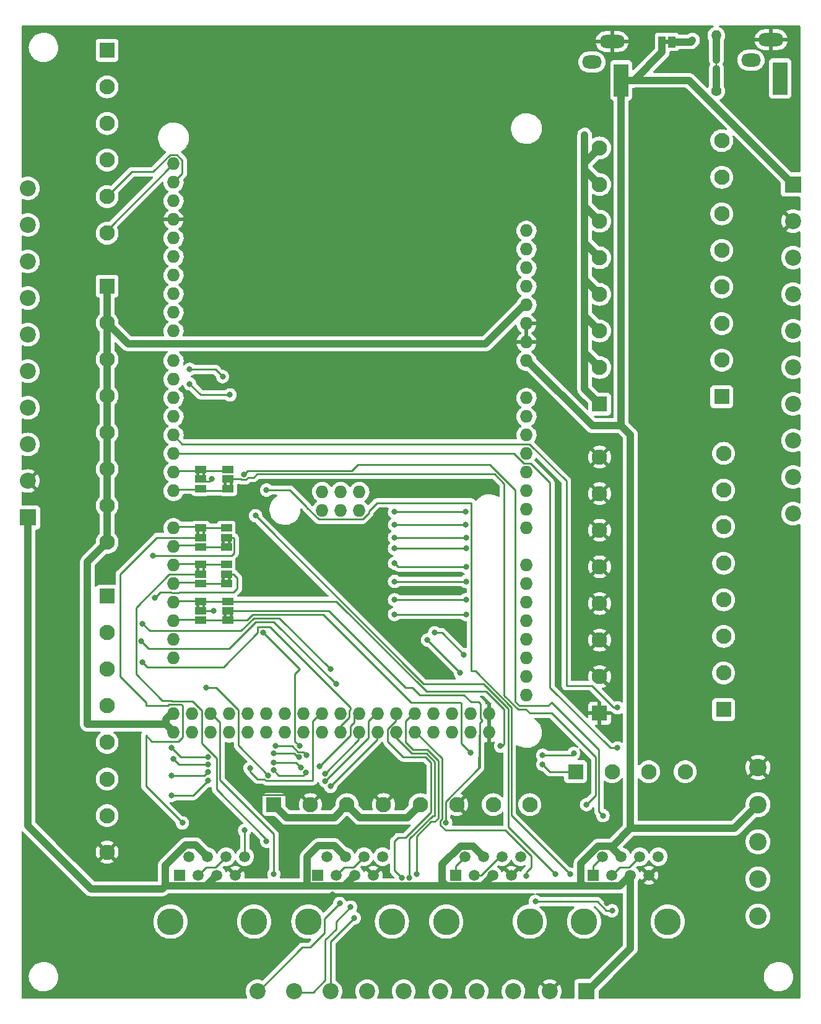
<source format=gbr>
%TF.GenerationSoftware,KiCad,Pcbnew,(6.0.7)*%
%TF.CreationDate,2022-10-05T08:11:46-05:00*%
%TF.ProjectId,FinaleBanger,46696e61-6c65-4426-916e-6765722e6b69,rev?*%
%TF.SameCoordinates,Original*%
%TF.FileFunction,Copper,L1,Top*%
%TF.FilePolarity,Positive*%
%FSLAX46Y46*%
G04 Gerber Fmt 4.6, Leading zero omitted, Abs format (unit mm)*
G04 Created by KiCad (PCBNEW (6.0.7)) date 2022-10-05 08:11:46*
%MOMM*%
%LPD*%
G01*
G04 APERTURE LIST*
%TA.AperFunction,EtchedComponent*%
%ADD10C,1.000000*%
%TD*%
%TA.AperFunction,EtchedComponent*%
%ADD11C,0.200000*%
%TD*%
%TA.AperFunction,ComponentPad*%
%ADD12R,2.100000X2.100000*%
%TD*%
%TA.AperFunction,ComponentPad*%
%ADD13C,2.100000*%
%TD*%
%TA.AperFunction,SMDPad,CuDef*%
%ADD14R,1.500000X1.000000*%
%TD*%
%TA.AperFunction,ComponentPad*%
%ADD15R,2.300000X2.300000*%
%TD*%
%TA.AperFunction,ComponentPad*%
%ADD16C,2.200000*%
%TD*%
%TA.AperFunction,WasherPad*%
%ADD17C,3.650000*%
%TD*%
%TA.AperFunction,ComponentPad*%
%ADD18R,1.500000X1.500000*%
%TD*%
%TA.AperFunction,ComponentPad*%
%ADD19C,1.500000*%
%TD*%
%TA.AperFunction,ComponentPad*%
%ADD20R,2.000000X4.500000*%
%TD*%
%TA.AperFunction,ComponentPad*%
%ADD21O,3.500000X1.800000*%
%TD*%
%TA.AperFunction,ComponentPad*%
%ADD22O,2.700000X1.800000*%
%TD*%
%TA.AperFunction,SMDPad,CuDef*%
%ADD23R,1.000000X1.500000*%
%TD*%
%TA.AperFunction,ComponentPad*%
%ADD24C,2.400000*%
%TD*%
%TA.AperFunction,ComponentPad*%
%ADD25C,1.400000*%
%TD*%
%TA.AperFunction,ComponentPad*%
%ADD26O,1.400000X1.400000*%
%TD*%
%TA.AperFunction,ComponentPad*%
%ADD27O,1.727200X1.727200*%
%TD*%
%TA.AperFunction,ViaPad*%
%ADD28C,0.800000*%
%TD*%
%TA.AperFunction,Conductor*%
%ADD29C,0.250000*%
%TD*%
%TA.AperFunction,Conductor*%
%ADD30C,1.000000*%
%TD*%
G04 APERTURE END LIST*
%TO.C,JP3*%
G36*
X127300000Y-93400000D02*
G01*
X126900000Y-93400000D01*
X126900000Y-92900000D01*
X127300000Y-92900000D01*
X127300000Y-93400000D01*
G37*
G36*
X128100000Y-93400000D02*
G01*
X127700000Y-93400000D01*
X127700000Y-92900000D01*
X128100000Y-92900000D01*
X128100000Y-93400000D01*
G37*
%TO.C,JP5*%
G36*
X128100000Y-98400000D02*
G01*
X127700000Y-98400000D01*
X127700000Y-97900000D01*
X128100000Y-97900000D01*
X128100000Y-98400000D01*
G37*
G36*
X127300000Y-98400000D02*
G01*
X126900000Y-98400000D01*
X126900000Y-97900000D01*
X127300000Y-97900000D01*
X127300000Y-98400000D01*
G37*
%TO.C,JP4*%
G36*
X123800000Y-92100000D02*
G01*
X123400000Y-92100000D01*
X123400000Y-91600000D01*
X123800000Y-91600000D01*
X123800000Y-92100000D01*
G37*
G36*
X124600000Y-92100000D02*
G01*
X124200000Y-92100000D01*
X124200000Y-91600000D01*
X124600000Y-91600000D01*
X124600000Y-92100000D01*
G37*
%TO.C,JP8*%
G36*
X124600000Y-84100000D02*
G01*
X124200000Y-84100000D01*
X124200000Y-83600000D01*
X124600000Y-83600000D01*
X124600000Y-84100000D01*
G37*
G36*
X123800000Y-84100000D02*
G01*
X123400000Y-84100000D01*
X123400000Y-83600000D01*
X123800000Y-83600000D01*
X123800000Y-84100000D01*
G37*
%TO.C,JP2*%
G36*
X123800000Y-102100000D02*
G01*
X123400000Y-102100000D01*
X123400000Y-101600000D01*
X123800000Y-101600000D01*
X123800000Y-102100000D01*
G37*
G36*
X124600000Y-102100000D02*
G01*
X124200000Y-102100000D01*
X124200000Y-101600000D01*
X124600000Y-101600000D01*
X124600000Y-102100000D01*
G37*
%TO.C,JP6*%
G36*
X123800000Y-97100000D02*
G01*
X123400000Y-97100000D01*
X123400000Y-96600000D01*
X123800000Y-96600000D01*
X123800000Y-97100000D01*
G37*
G36*
X124600000Y-97100000D02*
G01*
X124200000Y-97100000D01*
X124200000Y-96600000D01*
X124600000Y-96600000D01*
X124600000Y-97100000D01*
G37*
%TO.C,JP1*%
G36*
X128350000Y-103400000D02*
G01*
X127950000Y-103400000D01*
X127950000Y-102900000D01*
X128350000Y-102900000D01*
X128350000Y-103400000D01*
G37*
G36*
X127550000Y-103400000D02*
G01*
X127150000Y-103400000D01*
X127150000Y-102900000D01*
X127550000Y-102900000D01*
X127550000Y-103400000D01*
G37*
%TO.C,JP7*%
G36*
X128350000Y-85400000D02*
G01*
X127950000Y-85400000D01*
X127950000Y-84900000D01*
X128350000Y-84900000D01*
X128350000Y-85400000D01*
G37*
G36*
X127550000Y-85400000D02*
G01*
X127150000Y-85400000D01*
X127150000Y-84900000D01*
X127550000Y-84900000D01*
X127550000Y-85400000D01*
G37*
%TO.C,JP9*%
G36*
X188000000Y-25050000D02*
G01*
X187500000Y-25050000D01*
X187500000Y-24450000D01*
X188000000Y-24450000D01*
X188000000Y-25050000D01*
G37*
D10*
%TO.C,F1*%
X194500000Y-27200000D02*
X194500000Y-23880000D01*
X194500000Y-31500000D02*
X194500000Y-28400000D01*
D11*
X194500000Y-28400000D02*
X194500000Y-27200000D01*
%TD*%
D12*
%TO.P,J1,1,Pin_1*%
%TO.N,+3.3V*%
X134000000Y-129000000D03*
D13*
%TO.P,J1,2,Pin_2*%
%TO.N,GND*%
X139000000Y-129000000D03*
%TO.P,J1,3,Pin_3*%
%TO.N,+3.3V*%
X144000000Y-129000000D03*
%TO.P,J1,4,Pin_4*%
%TO.N,GND*%
X149000000Y-129000000D03*
%TO.P,J1,5,Pin_5*%
%TO.N,+3.3V*%
X154000000Y-129000000D03*
%TO.P,J1,6,Pin_6*%
%TO.N,GND*%
X159000000Y-129000000D03*
%TO.P,J1,7,Pin_7*%
%TO.N,D49*%
X164000000Y-129000000D03*
%TO.P,J1,8,Pin_8*%
%TO.N,D48*%
X169000000Y-129000000D03*
%TD*%
D12*
%TO.P,J9,1,Pin_1*%
%TO.N,Net-(J9-Pad1)*%
X195250000Y-73250000D03*
D13*
%TO.P,J9,2,Pin_2*%
%TO.N,Net-(J9-Pad2)*%
X195250000Y-68250000D03*
%TO.P,J9,3,Pin_3*%
%TO.N,Net-(J9-Pad3)*%
X195250000Y-63250000D03*
%TO.P,J9,4,Pin_4*%
%TO.N,Net-(J9-Pad4)*%
X195250000Y-58250000D03*
%TO.P,J9,5,Pin_5*%
%TO.N,Net-(J9-Pad5)*%
X195250000Y-53250000D03*
%TO.P,J9,6,Pin_6*%
%TO.N,Net-(J9-Pad6)*%
X195250000Y-48250000D03*
%TO.P,J9,7,Pin_7*%
%TO.N,Net-(J9-Pad7)*%
X195250000Y-43250000D03*
%TO.P,J9,8,Pin_8*%
%TO.N,Net-(J9-Pad8)*%
X195250000Y-38250000D03*
%TD*%
D14*
%TO.P,JP3,1,A*%
%TO.N,Net-(JP3-Pad1)*%
X127500000Y-93800000D03*
%TO.P,JP3,2,C*%
%TO.N,Net-(J5-Pad3)*%
X127500000Y-92500000D03*
%TO.P,JP3,3,B*%
%TO.N,Net-(JP3-Pad3)*%
X127500000Y-91200000D03*
%TD*%
D15*
%TO.P,J14,1,Pin_1*%
%TO.N,+12V*%
X205000000Y-44235000D03*
D16*
%TO.P,J14,2,Pin_2*%
%TO.N,GND*%
X205000000Y-49235000D03*
%TO.P,J14,3,Pin_3*%
%TO.N,Net-(J14-Pad3)*%
X205000000Y-54235000D03*
%TO.P,J14,4,Pin_4*%
%TO.N,Net-(J14-Pad4)*%
X205000000Y-59235000D03*
%TO.P,J14,5,Pin_5*%
%TO.N,Net-(J14-Pad5)*%
X205000000Y-64235000D03*
%TO.P,J14,6,Pin_6*%
%TO.N,Net-(J14-Pad6)*%
X205000000Y-69235000D03*
%TO.P,J14,7,Pin_7*%
%TO.N,Net-(J14-Pad7)*%
X205000000Y-74235000D03*
%TO.P,J14,8,Pin_8*%
%TO.N,Net-(J14-Pad8)*%
X205000000Y-79235000D03*
%TO.P,J14,9,Pin_9*%
%TO.N,Net-(J14-Pad9)*%
X205000000Y-84235000D03*
%TO.P,J14,10,Pin_10*%
%TO.N,Net-(J14-Pad10)*%
X205000000Y-89235000D03*
%TD*%
D14*
%TO.P,JP5,1,A*%
%TO.N,Net-(JP5-Pad1)*%
X127500000Y-98800000D03*
%TO.P,JP5,2,C*%
%TO.N,Net-(J4-Pad3)*%
X127500000Y-97500000D03*
%TO.P,JP5,3,B*%
%TO.N,Net-(JP5-Pad3)*%
X127500000Y-96200000D03*
%TD*%
%TO.P,JP4,1,A*%
%TO.N,Net-(JP3-Pad3)*%
X124000000Y-91200000D03*
%TO.P,JP4,2,C*%
%TO.N,Net-(J5-Pad1)*%
X124000000Y-92500000D03*
%TO.P,JP4,3,B*%
%TO.N,Net-(JP3-Pad1)*%
X124000000Y-93800000D03*
%TD*%
D17*
%TO.P,J2,*%
%TO.N,*%
X187854445Y-145000000D03*
X176424445Y-145000000D03*
D18*
%TO.P,J2,1*%
%TO.N,Net-(J2-Pad1)*%
X177694445Y-138650000D03*
D19*
%TO.P,J2,2*%
X178964445Y-136110000D03*
%TO.P,J2,3*%
%TO.N,Net-(J2-Pad3)*%
X180234445Y-138650000D03*
%TO.P,J2,4*%
%TO.N,+12V*%
X181504445Y-136110000D03*
%TO.P,J2,5*%
X182774445Y-138650000D03*
%TO.P,J2,6*%
%TO.N,Net-(J2-Pad3)*%
X184044445Y-136110000D03*
%TO.P,J2,7*%
%TO.N,GND*%
X185314445Y-138650000D03*
%TO.P,J2,8*%
%TO.N,T-RST_0*%
X186584445Y-136110000D03*
%TD*%
D15*
%TO.P,J13,1,Pin_1*%
%TO.N,+12V*%
X100375000Y-89765000D03*
D16*
%TO.P,J13,2,Pin_2*%
%TO.N,GND*%
X100375000Y-84765000D03*
%TO.P,J13,3,Pin_3*%
%TO.N,Net-(J13-Pad3)*%
X100375000Y-79765000D03*
%TO.P,J13,4,Pin_4*%
%TO.N,Net-(J13-Pad4)*%
X100375000Y-74765000D03*
%TO.P,J13,5,Pin_5*%
%TO.N,Net-(J13-Pad5)*%
X100375000Y-69765000D03*
%TO.P,J13,6,Pin_6*%
%TO.N,Net-(J13-Pad6)*%
X100375000Y-64765000D03*
%TO.P,J13,7,Pin_7*%
%TO.N,Net-(J13-Pad7)*%
X100375000Y-59765000D03*
%TO.P,J13,8,Pin_8*%
%TO.N,Net-(J13-Pad8)*%
X100375000Y-54765000D03*
%TO.P,J13,9,Pin_9*%
%TO.N,Net-(J13-Pad9)*%
X100375000Y-49765000D03*
%TO.P,J13,10,Pin_10*%
%TO.N,Net-(J13-Pad10)*%
X100375000Y-44765000D03*
%TD*%
D17*
%TO.P,J5,*%
%TO.N,*%
X119861112Y-145000000D03*
X131291112Y-145000000D03*
D18*
%TO.P,J5,1*%
%TO.N,Net-(J5-Pad1)*%
X121131112Y-138650000D03*
D19*
%TO.P,J5,2*%
X122401112Y-136110000D03*
%TO.P,J5,3*%
%TO.N,Net-(J5-Pad3)*%
X123671112Y-138650000D03*
%TO.P,J5,4*%
%TO.N,+12V*%
X124941112Y-136110000D03*
%TO.P,J5,5*%
X126211112Y-138650000D03*
%TO.P,J5,6*%
%TO.N,Net-(J5-Pad3)*%
X127481112Y-136110000D03*
%TO.P,J5,7*%
%TO.N,GND*%
X128751112Y-138650000D03*
%TO.P,J5,8*%
%TO.N,T-RST_3*%
X130021112Y-136110000D03*
%TD*%
D15*
%TO.P,J15,1,Pin_1*%
%TO.N,+12V*%
X176750000Y-154500000D03*
D16*
%TO.P,J15,2,Pin_2*%
%TO.N,GND*%
X171750000Y-154500000D03*
%TO.P,J15,3,Pin_3*%
%TO.N,Net-(J15-Pad3)*%
X166750000Y-154500000D03*
%TO.P,J15,4,Pin_4*%
%TO.N,Net-(J15-Pad4)*%
X161750000Y-154500000D03*
%TO.P,J15,5,Pin_5*%
%TO.N,Net-(J15-Pad5)*%
X156750000Y-154500000D03*
%TO.P,J15,6,Pin_6*%
%TO.N,Net-(J15-Pad6)*%
X151750000Y-154500000D03*
%TO.P,J15,7,Pin_7*%
%TO.N,Net-(J15-Pad7)*%
X146750000Y-154500000D03*
%TO.P,J15,8,Pin_8*%
%TO.N,Net-(J15-Pad8)*%
X141750000Y-154500000D03*
%TO.P,J15,9,Pin_9*%
%TO.N,Net-(J15-Pad9)*%
X136750000Y-154500000D03*
%TO.P,J15,10,Pin_10*%
%TO.N,Net-(J15-Pad10)*%
X131750000Y-154500000D03*
%TD*%
D12*
%TO.P,J7,1,Pin_1*%
%TO.N,+5V*%
X111200000Y-58150000D03*
D13*
%TO.P,J7,2,Pin_2*%
X111200000Y-63150000D03*
%TO.P,J7,3,Pin_3*%
X111200000Y-68150000D03*
%TO.P,J7,4,Pin_4*%
X111200000Y-73150000D03*
%TO.P,J7,5,Pin_5*%
X111200000Y-78150000D03*
%TO.P,J7,6,Pin_6*%
X111200000Y-83150000D03*
%TO.P,J7,7,Pin_7*%
X111200000Y-88150000D03*
%TO.P,J7,8,Pin_8*%
X111200000Y-93150000D03*
%TD*%
D14*
%TO.P,JP8,1,A*%
%TO.N,Net-(JP7-Pad3)*%
X124000000Y-83200000D03*
%TO.P,JP8,2,C*%
%TO.N,Net-(J2-Pad1)*%
X124000000Y-84500000D03*
%TO.P,JP8,3,B*%
%TO.N,Net-(JP7-Pad1)*%
X124000000Y-85800000D03*
%TD*%
D20*
%TO.P,J17,1*%
%TO.N,Net-(F1-Pad1)*%
X203250000Y-29750000D03*
D21*
%TO.P,J17,2*%
%TO.N,GND*%
X202000000Y-24450000D03*
D22*
%TO.P,J17,3*%
%TO.N,unconnected-(J17-Pad3)*%
X199250000Y-27250000D03*
%TD*%
D12*
%TO.P,J11,1,Pin_1*%
%TO.N,Net-(J11-Pad1)*%
X111200000Y-25900000D03*
D13*
%TO.P,J11,2,Pin_2*%
%TO.N,Net-(J11-Pad2)*%
X111200000Y-30900000D03*
%TO.P,J11,3,Pin_3*%
%TO.N,Net-(J11-Pad3)*%
X111200000Y-35900000D03*
%TO.P,J11,4,Pin_4*%
%TO.N,Net-(J11-Pad4)*%
X111200000Y-40900000D03*
%TO.P,J11,5,Pin_5*%
%TO.N,SDA*%
X111200000Y-45900000D03*
%TO.P,J11,6,Pin_6*%
%TO.N,SCL*%
X111200000Y-50900000D03*
%TD*%
D12*
%TO.P,J8,1,Pin_1*%
%TO.N,GND*%
X178550000Y-116500000D03*
D13*
%TO.P,J8,2,Pin_2*%
X178550000Y-111500000D03*
%TO.P,J8,3,Pin_3*%
X178550000Y-106500000D03*
%TO.P,J8,4,Pin_4*%
X178550000Y-101500000D03*
%TO.P,J8,5,Pin_5*%
X178550000Y-96500000D03*
%TO.P,J8,6,Pin_6*%
X178550000Y-91500000D03*
%TO.P,J8,7,Pin_7*%
X178550000Y-86500000D03*
%TO.P,J8,8,Pin_8*%
X178550000Y-81500000D03*
%TD*%
D12*
%TO.P,J12,1,Pin_1*%
%TO.N,Net-(J12-Pad1)*%
X111200000Y-100500000D03*
D13*
%TO.P,J12,2,Pin_2*%
%TO.N,Net-(J12-Pad2)*%
X111200000Y-105500000D03*
%TO.P,J12,3,Pin_3*%
%TO.N,Net-(J12-Pad3)*%
X111200000Y-110500000D03*
%TO.P,J12,4,Pin_4*%
%TO.N,Net-(J12-Pad4)*%
X111200000Y-115500000D03*
%TO.P,J12,5,Pin_5*%
%TO.N,Net-(J12-Pad5)*%
X111200000Y-120500000D03*
%TO.P,J12,6,Pin_6*%
%TO.N,Net-(J12-Pad6)*%
X111200000Y-125500000D03*
%TO.P,J12,7,Pin_7*%
%TO.N,Net-(J12-Pad7)*%
X111200000Y-130500000D03*
%TO.P,J12,8,Pin_8*%
%TO.N,GND*%
X111200000Y-135500000D03*
%TD*%
D12*
%TO.P,J6,1,Pin_1*%
%TO.N,+12C*%
X178550000Y-74250000D03*
D13*
%TO.P,J6,2,Pin_2*%
X178550000Y-69250000D03*
%TO.P,J6,3,Pin_3*%
X178550000Y-64250000D03*
%TO.P,J6,4,Pin_4*%
X178550000Y-59250000D03*
%TO.P,J6,5,Pin_5*%
X178550000Y-54250000D03*
%TO.P,J6,6,Pin_6*%
X178550000Y-49250000D03*
%TO.P,J6,7,Pin_7*%
X178550000Y-44250000D03*
%TO.P,J6,8,Pin_8*%
X178550000Y-39250000D03*
%TD*%
D17*
%TO.P,J3,*%
%TO.N,*%
X157570000Y-145000000D03*
X169000000Y-145000000D03*
D18*
%TO.P,J3,1*%
%TO.N,Net-(J3-Pad1)*%
X158840000Y-138650000D03*
D19*
%TO.P,J3,2*%
X160110000Y-136110000D03*
%TO.P,J3,3*%
%TO.N,Net-(J3-Pad3)*%
X161380000Y-138650000D03*
%TO.P,J3,4*%
%TO.N,+12V*%
X162650000Y-136110000D03*
%TO.P,J3,5*%
X163920000Y-138650000D03*
%TO.P,J3,6*%
%TO.N,Net-(J3-Pad3)*%
X165190000Y-136110000D03*
%TO.P,J3,7*%
%TO.N,GND*%
X166460000Y-138650000D03*
%TO.P,J3,8*%
%TO.N,T-RST_1*%
X167730000Y-136110000D03*
%TD*%
D14*
%TO.P,JP2,1,A*%
%TO.N,Net-(J19-Pad2)*%
X124000000Y-101200000D03*
%TO.P,JP2,2,C*%
%TO.N,Net-(J3-Pad1)*%
X124000000Y-102500000D03*
%TO.P,JP2,3,B*%
%TO.N,Net-(J19-Pad1)*%
X124000000Y-103800000D03*
%TD*%
%TO.P,JP6,1,A*%
%TO.N,Net-(JP5-Pad3)*%
X124000000Y-96200000D03*
%TO.P,JP6,2,C*%
%TO.N,Net-(J4-Pad1)*%
X124000000Y-97500000D03*
%TO.P,JP6,3,B*%
%TO.N,Net-(JP5-Pad1)*%
X124000000Y-98800000D03*
%TD*%
%TO.P,JP1,1,A*%
%TO.N,Net-(J19-Pad1)*%
X127750000Y-103800000D03*
%TO.P,JP1,2,C*%
%TO.N,Net-(J3-Pad3)*%
X127750000Y-102500000D03*
%TO.P,JP1,3,B*%
%TO.N,Net-(J19-Pad2)*%
X127750000Y-101200000D03*
%TD*%
%TO.P,JP7,1,A*%
%TO.N,Net-(JP7-Pad1)*%
X127750000Y-85800000D03*
%TO.P,JP7,2,C*%
%TO.N,Net-(J2-Pad3)*%
X127750000Y-84500000D03*
%TO.P,JP7,3,B*%
%TO.N,Net-(JP7-Pad3)*%
X127750000Y-83200000D03*
%TD*%
D12*
%TO.P,J19,1,Pin_1*%
%TO.N,Net-(J19-Pad1)*%
X175250000Y-124500000D03*
D13*
%TO.P,J19,2,Pin_2*%
%TO.N,Net-(J19-Pad2)*%
X180250000Y-124500000D03*
%TO.P,J19,3,Pin_3*%
%TO.N,Net-(J19-Pad3)*%
X185250000Y-124500000D03*
%TO.P,J19,4,Pin_4*%
%TO.N,Net-(J19-Pad4)*%
X190250000Y-124500000D03*
%TD*%
D12*
%TO.P,J10,1,Pin_1*%
%TO.N,Net-(J10-Pad1)*%
X195500000Y-116000000D03*
D13*
%TO.P,J10,2,Pin_2*%
%TO.N,Net-(J10-Pad2)*%
X195500000Y-111000000D03*
%TO.P,J10,3,Pin_3*%
%TO.N,Net-(J10-Pad3)*%
X195500000Y-106000000D03*
%TO.P,J10,4,Pin_4*%
%TO.N,Net-(J10-Pad4)*%
X195500000Y-101000000D03*
%TO.P,J10,5,Pin_5*%
%TO.N,Net-(J10-Pad5)*%
X195500000Y-96000000D03*
%TO.P,J10,6,Pin_6*%
%TO.N,Net-(J10-Pad6)*%
X195500000Y-91000000D03*
%TO.P,J10,7,Pin_7*%
%TO.N,Net-(J10-Pad7)*%
X195500000Y-86000000D03*
%TO.P,J10,8,Pin_8*%
%TO.N,Net-(J10-Pad8)*%
X195500000Y-81000000D03*
%TD*%
D23*
%TO.P,JP9,1,A*%
%TO.N,+12C*%
X188400000Y-24750000D03*
%TO.P,JP9,2,B*%
%TO.N,+12V*%
X187100000Y-24750000D03*
%TD*%
D24*
%TO.P,J18,1,Pin_1*%
%TO.N,GND*%
X200200000Y-123920000D03*
%TO.P,J18,2,Pin_2*%
%TO.N,+12V*%
X200200000Y-129000000D03*
%TO.P,J18,3,Pin_3*%
%TO.N,Net-(J18-Pad3)*%
X200200000Y-134080000D03*
%TO.P,J18,4,Pin_4*%
%TO.N,unconnected-(J18-Pad4)*%
X200200000Y-139160000D03*
%TO.P,J18,5,Pin_5*%
%TO.N,unconnected-(J18-Pad5)*%
X200200000Y-144240000D03*
%TD*%
D20*
%TO.P,J16,1*%
%TO.N,+12V*%
X181500000Y-30000000D03*
D21*
%TO.P,J16,2*%
%TO.N,GND*%
X180250000Y-24700000D03*
D22*
%TO.P,J16,3*%
%TO.N,unconnected-(J16-Pad3)*%
X177500000Y-27500000D03*
%TD*%
D17*
%TO.P,J4,*%
%TO.N,*%
X138715556Y-145000000D03*
X150145556Y-145000000D03*
D18*
%TO.P,J4,1*%
%TO.N,Net-(J4-Pad1)*%
X139985556Y-138650000D03*
D19*
%TO.P,J4,2*%
X141255556Y-136110000D03*
%TO.P,J4,3*%
%TO.N,Net-(J4-Pad3)*%
X142525556Y-138650000D03*
%TO.P,J4,4*%
%TO.N,+12V*%
X143795556Y-136110000D03*
%TO.P,J4,5*%
X145065556Y-138650000D03*
%TO.P,J4,6*%
%TO.N,Net-(J4-Pad3)*%
X146335556Y-136110000D03*
%TO.P,J4,7*%
%TO.N,GND*%
X147605556Y-138650000D03*
%TO.P,J4,8*%
%TO.N,T-RST_2*%
X148875556Y-136110000D03*
%TD*%
D25*
%TO.P,F1,1*%
%TO.N,Net-(F1-Pad1)*%
X194500000Y-31500000D03*
D26*
%TO.P,F1,2*%
%TO.N,+12C*%
X194500000Y-23880000D03*
%TD*%
D27*
%TO.P,XA1,*%
%TO.N,*%
X168542500Y-50565000D03*
%TO.P,XA1,3V3,3.3V*%
%TO.N,+3.3V*%
X168542500Y-58185000D03*
%TO.P,XA1,5V1,5V*%
%TO.N,+5V*%
X168542500Y-60725000D03*
%TO.P,XA1,5V2,SPI_5V*%
%TO.N,unconnected-(XA1-Pad5V2)*%
X140602500Y-88792000D03*
%TO.P,XA1,5V3,5V*%
%TO.N,+5V*%
X120282500Y-116605000D03*
%TO.P,XA1,5V4,5V*%
X120282500Y-119145000D03*
%TO.P,XA1,A0,A0*%
%TO.N,Net-(J9-Pad8)*%
X168542500Y-73425000D03*
%TO.P,XA1,A1,A1*%
%TO.N,Net-(J9-Pad7)*%
X168542500Y-75965000D03*
%TO.P,XA1,A2,A2*%
%TO.N,Net-(J9-Pad6)*%
X168542500Y-78505000D03*
%TO.P,XA1,A3,A3*%
%TO.N,Net-(J9-Pad5)*%
X168542500Y-81045000D03*
%TO.P,XA1,A4,A4*%
%TO.N,Net-(J9-Pad4)*%
X168542500Y-83585000D03*
%TO.P,XA1,A5,A5*%
%TO.N,Net-(J9-Pad3)*%
X168542500Y-86125000D03*
%TO.P,XA1,A6,A6*%
%TO.N,Net-(J9-Pad2)*%
X168542500Y-88665000D03*
%TO.P,XA1,A7,A7*%
%TO.N,Net-(J9-Pad1)*%
X168542500Y-91205000D03*
%TO.P,XA1,A8,A8*%
%TO.N,Net-(J10-Pad8)*%
X168542500Y-96285000D03*
%TO.P,XA1,A9,A9*%
%TO.N,Net-(J10-Pad7)*%
X168542500Y-98825000D03*
%TO.P,XA1,A10,A10*%
%TO.N,Net-(J10-Pad6)*%
X168542500Y-101365000D03*
%TO.P,XA1,A11,A11*%
%TO.N,Net-(J10-Pad5)*%
X168542500Y-103905000D03*
%TO.P,XA1,A12,A12*%
%TO.N,Net-(J10-Pad4)*%
X168542500Y-106445000D03*
%TO.P,XA1,A13,A13*%
%TO.N,Net-(J10-Pad3)*%
X168542500Y-108985000D03*
%TO.P,XA1,A14,A14*%
%TO.N,Net-(J10-Pad2)*%
X168542500Y-111525000D03*
%TO.P,XA1,A15,A15*%
%TO.N,Net-(J10-Pad1)*%
X168542500Y-114065000D03*
%TO.P,XA1,AREF,AREF*%
%TO.N,unconnected-(XA1-PadAREF)*%
X120282500Y-46501000D03*
%TO.P,XA1,D0,D0_RX0*%
%TO.N,Net-(JP7-Pad1)*%
X120282500Y-86125000D03*
%TO.P,XA1,D1,D1_TX0*%
%TO.N,Net-(JP7-Pad3)*%
X120282500Y-83585000D03*
%TO.P,XA1,D2,D2_INT4*%
%TO.N,Net-(J19-Pad3)*%
X120282500Y-81045000D03*
%TO.P,XA1,D3,D3_INT5*%
%TO.N,Net-(J19-Pad4)*%
X120282500Y-78505000D03*
%TO.P,XA1,D4,D4*%
%TO.N,Net-(J13-Pad3)*%
X120282500Y-75965000D03*
%TO.P,XA1,D5,D5*%
%TO.N,Net-(J13-Pad4)*%
X120282500Y-73425000D03*
%TO.P,XA1,D6,D6*%
%TO.N,Net-(J13-Pad5)*%
X120282500Y-70885000D03*
%TO.P,XA1,D7,D7*%
%TO.N,Net-(J13-Pad6)*%
X120282500Y-68345000D03*
%TO.P,XA1,D8,D8*%
%TO.N,Net-(J13-Pad7)*%
X120282500Y-64281000D03*
%TO.P,XA1,D9,D9*%
%TO.N,Net-(J13-Pad8)*%
X120282500Y-61741000D03*
%TO.P,XA1,D10,D10*%
%TO.N,Net-(J13-Pad9)*%
X120282500Y-59201000D03*
%TO.P,XA1,D11,D11*%
%TO.N,Net-(J13-Pad10)*%
X120282500Y-56661000D03*
%TO.P,XA1,D12,D12*%
%TO.N,Net-(J15-Pad3)*%
X120282500Y-54121000D03*
%TO.P,XA1,D13,D13*%
%TO.N,Net-(J15-Pad4)*%
X120282500Y-51581000D03*
%TO.P,XA1,D14,D14_TX3*%
%TO.N,Net-(JP3-Pad3)*%
X120282500Y-91205000D03*
%TO.P,XA1,D15,D15_RX3*%
%TO.N,Net-(JP3-Pad1)*%
X120282500Y-93745000D03*
%TO.P,XA1,D16,D16_TX2*%
%TO.N,Net-(JP5-Pad3)*%
X120282500Y-96285000D03*
%TO.P,XA1,D17,D17_RX2*%
%TO.N,Net-(JP5-Pad1)*%
X120282500Y-98825000D03*
%TO.P,XA1,D18,D18_TX1_INT3*%
%TO.N,Net-(J19-Pad2)*%
X120282500Y-101365000D03*
%TO.P,XA1,D19,D19_RX1_INT2*%
%TO.N,Net-(J19-Pad1)*%
X120282500Y-103905000D03*
%TO.P,XA1,D20,D20_SDA_INT1*%
%TO.N,SDA*%
X120282500Y-106445000D03*
%TO.P,XA1,D21,D21_SCL_INT0*%
%TO.N,SCL*%
X120282500Y-108985000D03*
%TO.P,XA1,D22,D22*%
%TO.N,Net-(J15-Pad5)*%
X122822500Y-116605000D03*
%TO.P,XA1,D23,D23*%
%TO.N,Net-(J15-Pad6)*%
X122822500Y-119145000D03*
%TO.P,XA1,D24,D24*%
%TO.N,Net-(J15-Pad7)*%
X125362500Y-116605000D03*
%TO.P,XA1,D25,D25*%
%TO.N,Net-(J14-Pad3)*%
X125362500Y-119145000D03*
%TO.P,XA1,D26,D26*%
%TO.N,Net-(J14-Pad4)*%
X127902500Y-116605000D03*
%TO.P,XA1,D27,D27*%
%TO.N,Net-(J14-Pad5)*%
X127902500Y-119145000D03*
%TO.P,XA1,D28,D28*%
%TO.N,Net-(J14-Pad6)*%
X130442500Y-116605000D03*
%TO.P,XA1,D29,D29*%
%TO.N,Net-(J14-Pad7)*%
X130442500Y-119145000D03*
%TO.P,XA1,D30,D30*%
%TO.N,Net-(J14-Pad8)*%
X132982500Y-116605000D03*
%TO.P,XA1,D31,D31*%
%TO.N,Net-(J14-Pad9)*%
X132982500Y-119145000D03*
%TO.P,XA1,D32,D32*%
%TO.N,Net-(J14-Pad10)*%
X135522500Y-116605000D03*
%TO.P,XA1,D33,D33*%
%TO.N,T-RST_0*%
X135522500Y-119145000D03*
%TO.P,XA1,D34,D34*%
%TO.N,T-RST_1*%
X138062500Y-116605000D03*
%TO.P,XA1,D35,D35*%
%TO.N,T-RST_2*%
X138062500Y-119145000D03*
%TO.P,XA1,D36,D36*%
%TO.N,T-RST_3*%
X140602500Y-116605000D03*
%TO.P,XA1,D37,D37*%
%TO.N,Net-(J12-Pad1)*%
X140602500Y-119145000D03*
%TO.P,XA1,D38,D38*%
%TO.N,Net-(J12-Pad2)*%
X143142500Y-116605000D03*
%TO.P,XA1,D39,D39*%
%TO.N,Net-(J12-Pad3)*%
X143142500Y-119145000D03*
%TO.P,XA1,D40,D40*%
%TO.N,Net-(J12-Pad4)*%
X145682500Y-116605000D03*
%TO.P,XA1,D41,D41*%
%TO.N,Net-(J12-Pad5)*%
X145682500Y-119145000D03*
%TO.P,XA1,D42,D42*%
%TO.N,Net-(J12-Pad6)*%
X148222500Y-116605000D03*
%TO.P,XA1,D43,D43*%
%TO.N,Net-(J12-Pad7)*%
X148222500Y-119145000D03*
%TO.P,XA1,D44,D44*%
%TO.N,Net-(J15-Pad8)*%
X150762500Y-116605000D03*
%TO.P,XA1,D45,D45*%
%TO.N,Net-(J15-Pad9)*%
X150762500Y-119145000D03*
%TO.P,XA1,D46,D46*%
%TO.N,Net-(J15-Pad10)*%
X153302500Y-116605000D03*
%TO.P,XA1,D47,D47*%
%TO.N,Net-(J18-Pad3)*%
X153302500Y-119145000D03*
%TO.P,XA1,D48,D48*%
%TO.N,D48*%
X155842500Y-116605000D03*
%TO.P,XA1,D49,D49*%
%TO.N,D49*%
X155842500Y-119145000D03*
%TO.P,XA1,D50,D50*%
%TO.N,Net-(J11-Pad1)*%
X158382500Y-116605000D03*
%TO.P,XA1,D51,D51*%
%TO.N,Net-(J11-Pad2)*%
X158382500Y-119145000D03*
%TO.P,XA1,D52,D52*%
%TO.N,Net-(J11-Pad3)*%
X160922500Y-116605000D03*
%TO.P,XA1,D53,D53_SS*%
%TO.N,Net-(J11-Pad4)*%
X160922500Y-119145000D03*
%TO.P,XA1,GND1,GND*%
%TO.N,GND*%
X120282500Y-49041000D03*
%TO.P,XA1,GND2,GND*%
X168542500Y-63265000D03*
%TO.P,XA1,GND3,GND*%
X168542500Y-65805000D03*
%TO.P,XA1,GND4,SPI_GND*%
%TO.N,unconnected-(XA1-PadGND4)*%
X145682500Y-88792000D03*
%TO.P,XA1,GND5,GND*%
%TO.N,GND*%
X163462500Y-116605000D03*
%TO.P,XA1,GND6,GND*%
X163462500Y-119145000D03*
%TO.P,XA1,IORF,IOREF*%
%TO.N,unconnected-(XA1-PadIORF)*%
X168542500Y-53105000D03*
%TO.P,XA1,MISO,SPI_MISO*%
%TO.N,unconnected-(XA1-PadMISO)*%
X140602500Y-86252000D03*
%TO.P,XA1,MOSI,SPI_MOSI*%
%TO.N,unconnected-(XA1-PadMOSI)*%
X143142500Y-88792000D03*
%TO.P,XA1,RST1,RESET*%
%TO.N,unconnected-(XA1-PadRST1)*%
X168542500Y-55645000D03*
%TO.P,XA1,RST2,SPI_RESET*%
%TO.N,unconnected-(XA1-PadRST2)*%
X145682500Y-86252000D03*
%TO.P,XA1,SCK,SPI_SCK*%
%TO.N,unconnected-(XA1-PadSCK)*%
X143142500Y-86252000D03*
%TO.P,XA1,SCL,SCL*%
%TO.N,SCL*%
X120282500Y-41421000D03*
%TO.P,XA1,SDA,SDA*%
%TO.N,SDA*%
X120282500Y-43961000D03*
%TO.P,XA1,VIN,VIN*%
%TO.N,+12V*%
X168542500Y-68345000D03*
%TD*%
D28*
%TO.N,GND*%
X142000000Y-71000000D03*
X164500000Y-125500000D03*
X130500000Y-148500000D03*
X179500000Y-142500000D03*
X163500000Y-143250000D03*
X139500000Y-92500000D03*
X127500000Y-142750000D03*
X142000000Y-141250000D03*
X170500000Y-126000000D03*
X175000000Y-128000000D03*
X136500000Y-136000000D03*
X150500000Y-86000000D03*
%TO.N,Net-(J2-Pad1)*%
X125500000Y-84500000D03*
X179000000Y-130500000D03*
X179000000Y-130500000D03*
X129875000Y-83875000D03*
%TO.N,Net-(J2-Pad3)*%
X176750000Y-129000000D03*
%TO.N,Net-(J3-Pad1)*%
X132500000Y-105500000D03*
X137500000Y-121000000D03*
X125750000Y-102500000D03*
%TO.N,Net-(J3-Pad3)*%
X157500000Y-131500000D03*
%TO.N,Net-(J4-Pad1)*%
X133000000Y-134000000D03*
%TO.N,Net-(J4-Pad3)*%
X133250000Y-125000000D03*
X117750000Y-100750000D03*
X124750000Y-113000000D03*
%TO.N,Net-(J5-Pad1)*%
X121500000Y-131500000D03*
%TO.N,Net-(J5-Pad3)*%
X117500000Y-95000000D03*
%TO.N,T-RST_3*%
X130750000Y-124000000D03*
X130000000Y-132500000D03*
%TO.N,Net-(J11-Pad3)*%
X156000000Y-105500000D03*
X160000000Y-108500000D03*
%TO.N,Net-(J11-Pad4)*%
X155000000Y-106500000D03*
X155000000Y-106500000D03*
X159500000Y-111000000D03*
%TO.N,Net-(J12-Pad1)*%
X141750000Y-110500000D03*
X116000000Y-104250000D03*
%TO.N,Net-(J12-Pad2)*%
X142500000Y-112500000D03*
X115875000Y-106625000D03*
%TO.N,Net-(J12-Pad4)*%
X134250000Y-121000000D03*
X138500000Y-122250000D03*
X140250000Y-123750000D03*
X125000000Y-122500000D03*
X120000000Y-121250000D03*
%TO.N,Net-(J12-Pad5)*%
X134000000Y-122000000D03*
X137436301Y-122525500D03*
X125000000Y-123500000D03*
X141000000Y-124750000D03*
X120250000Y-122750000D03*
%TO.N,Net-(J12-Pad6)*%
X141043245Y-125775500D03*
X137688323Y-123898168D03*
X120000000Y-125000000D03*
X134000000Y-123250000D03*
X125000000Y-124500000D03*
%TO.N,Net-(J12-Pad7)*%
X125000000Y-125750000D03*
X141750000Y-126500000D03*
X133956755Y-124293245D03*
X138395077Y-124604923D03*
X120000000Y-127750000D03*
%TO.N,Net-(J14-Pad3)*%
X150500000Y-89000000D03*
X160250000Y-89000000D03*
%TO.N,Net-(J14-Pad4)*%
X150500000Y-90750000D03*
X150500000Y-90750000D03*
X160250000Y-90750000D03*
%TO.N,Net-(J14-Pad5)*%
X160275500Y-92500000D03*
X150500000Y-92500000D03*
%TO.N,Net-(J14-Pad6)*%
X150500000Y-94000000D03*
X160275500Y-94000000D03*
%TO.N,Net-(J14-Pad7)*%
X150500000Y-96000000D03*
X160275500Y-96500000D03*
%TO.N,Net-(J14-Pad8)*%
X150500000Y-98500000D03*
X160275500Y-98500000D03*
%TO.N,Net-(J14-Pad9)*%
X160275500Y-101000000D03*
X150500000Y-101000000D03*
%TO.N,Net-(J14-Pad10)*%
X150500000Y-103000000D03*
X160275500Y-103000000D03*
%TO.N,Net-(J15-Pad3)*%
X122500000Y-71500000D03*
X133000000Y-86000000D03*
X174500000Y-138500000D03*
X128000000Y-73000000D03*
%TO.N,Net-(J15-Pad4)*%
X127000000Y-70500000D03*
X131500000Y-89500000D03*
X172500000Y-138500000D03*
X122500000Y-69500000D03*
%TO.N,Net-(J15-Pad7)*%
X134000000Y-138500000D03*
%TO.N,Net-(J15-Pad8)*%
X145000000Y-144500000D03*
X151500000Y-139000000D03*
%TO.N,Net-(J15-Pad9)*%
X144500000Y-143000000D03*
X152500000Y-139000000D03*
%TO.N,Net-(J15-Pad10)*%
X143000000Y-142500000D03*
X143000000Y-142500000D03*
X153500000Y-138500000D03*
%TO.N,Net-(J18-Pad3)*%
X180250000Y-143500000D03*
X169750000Y-142250000D03*
X168500000Y-138750000D03*
%TO.N,Net-(J19-Pad1)*%
X170750000Y-123500000D03*
X160875000Y-121875000D03*
%TO.N,Net-(J19-Pad2)*%
X170750000Y-122250000D03*
X165000000Y-121000000D03*
X175000000Y-122000000D03*
%TO.N,Net-(J19-Pad3)*%
X181000000Y-121250000D03*
%TO.N,Net-(J19-Pad4)*%
X181000000Y-115750000D03*
%TO.N,Net-(J12-Pad3)*%
X116000000Y-109500000D03*
%TO.N,+12C*%
X191250000Y-24500000D03*
X176500000Y-38500000D03*
X176500000Y-40500000D03*
X176500000Y-37500000D03*
X176500000Y-39500000D03*
%TD*%
D29*
%TO.N,GND*%
X172500000Y-128000000D02*
X175000000Y-128000000D01*
X139000000Y-129000000D02*
X137625000Y-127625000D01*
X131875000Y-127625000D02*
X131000000Y-128500000D01*
X131000000Y-129000000D02*
X136500000Y-134500000D01*
X136500000Y-134500000D02*
X136500000Y-136000000D01*
X170500000Y-126000000D02*
X172500000Y-128000000D01*
X137625000Y-127625000D02*
X131875000Y-127625000D01*
X131000000Y-128500000D02*
X131000000Y-129000000D01*
D30*
%TO.N,+3.3V*%
X144000000Y-129000000D02*
X145750000Y-130750000D01*
X152250000Y-130750000D02*
X154000000Y-129000000D01*
X142250000Y-130750000D02*
X144000000Y-129000000D01*
X134000000Y-129000000D02*
X135750000Y-130750000D01*
X135750000Y-130750000D02*
X142250000Y-130750000D01*
X145750000Y-130750000D02*
X152250000Y-130750000D01*
D29*
%TO.N,Net-(J2-Pad1)*%
X178450000Y-129950000D02*
X179000000Y-130500000D01*
X166991145Y-85991145D02*
X166991145Y-114925217D01*
X124000000Y-84800000D02*
X125200000Y-84800000D01*
X178450000Y-121450000D02*
X178450000Y-129950000D01*
X144613935Y-83360000D02*
X145473935Y-82500000D01*
X177694445Y-137380000D02*
X178964445Y-136110000D01*
X177694445Y-138650000D02*
X177694445Y-137380000D01*
X125200000Y-84800000D02*
X125500000Y-84500000D01*
X166991145Y-114925217D02*
X167565928Y-115500000D01*
X145473935Y-82500000D02*
X163500000Y-82500000D01*
X130390000Y-83360000D02*
X144613935Y-83360000D01*
X171500000Y-115500000D02*
X172000000Y-115000000D01*
X172000000Y-115000000D02*
X178450000Y-121450000D01*
X129875000Y-83875000D02*
X130390000Y-83360000D01*
X163500000Y-82500000D02*
X166991145Y-85991145D01*
X167565928Y-115500000D02*
X171500000Y-115500000D01*
%TO.N,Net-(J2-Pad3)*%
X169000000Y-116500000D02*
X168450000Y-115950000D01*
X165500000Y-85136396D02*
X164173604Y-83810000D01*
X129574695Y-84600000D02*
X129474695Y-84500000D01*
X129474695Y-84500000D02*
X127750000Y-84500000D01*
X180234445Y-138650000D02*
X181309445Y-137575000D01*
X165500000Y-114070468D02*
X165500000Y-85136396D01*
X168450000Y-115950000D02*
X167379532Y-115950000D01*
X176750000Y-129000000D02*
X178000000Y-127750000D01*
X172000000Y-116500000D02*
X169000000Y-116500000D01*
X130175305Y-84600000D02*
X129574695Y-84600000D01*
X167379532Y-115950000D02*
X165500000Y-114070468D01*
X181309445Y-137575000D02*
X182579445Y-137575000D01*
X131690000Y-83810000D02*
X131224695Y-84275305D01*
X178000000Y-127750000D02*
X178000000Y-122500000D01*
X130500000Y-84275305D02*
X130175305Y-84600000D01*
X164173604Y-83810000D02*
X131690000Y-83810000D01*
X178000000Y-122500000D02*
X172000000Y-116500000D01*
X131224695Y-84275305D02*
X130500000Y-84275305D01*
X182579445Y-137575000D02*
X184044445Y-136110000D01*
D30*
%TO.N,+12V*%
X196950000Y-132250000D02*
X200200000Y-129000000D01*
X180054445Y-134660000D02*
X181504445Y-136110000D01*
X119130429Y-140100000D02*
X119130429Y-137330073D01*
X182774445Y-148615555D02*
X182774445Y-138650000D01*
X126211112Y-138650000D02*
X124761112Y-140100000D01*
X176000000Y-137023835D02*
X176000000Y-139700000D01*
X157000000Y-137169390D02*
X157000000Y-139500000D01*
X145065556Y-138650000D02*
X143615556Y-140100000D01*
X143615556Y-140100000D02*
X158400000Y-140100000D01*
X178363835Y-134660000D02*
X180054445Y-134660000D01*
X181500000Y-30000000D02*
X183250000Y-30000000D01*
X183250000Y-30000000D02*
X190765000Y-30000000D01*
X142278334Y-134592778D02*
X140092778Y-134592778D01*
X181500000Y-30000000D02*
X181500000Y-77200000D01*
X123331112Y-134500000D02*
X124941112Y-136110000D01*
X138599640Y-140100000D02*
X138535556Y-140035916D01*
X138535556Y-136150000D02*
X138535556Y-140035916D01*
X168460000Y-68120000D02*
X177540000Y-77200000D01*
X187100000Y-24750000D02*
X187100000Y-26150000D01*
X143615556Y-140100000D02*
X138599640Y-140100000D01*
X176000000Y-137023835D02*
X178363835Y-134660000D01*
X176765000Y-154625000D02*
X182774445Y-148615555D01*
X181500000Y-77200000D02*
X182750000Y-78450000D01*
X187100000Y-26150000D02*
X183250000Y-30000000D01*
X121960502Y-134500000D02*
X123331112Y-134500000D01*
X190765000Y-30000000D02*
X205000000Y-44235000D01*
X161200000Y-134660000D02*
X159509390Y-134660000D01*
X157600000Y-140100000D02*
X157000000Y-139500000D01*
X158400000Y-140100000D02*
X157600000Y-140100000D01*
X180054445Y-134660000D02*
X180340000Y-134660000D01*
X159509390Y-134660000D02*
X157000000Y-137169390D01*
X124761112Y-140100000D02*
X138599640Y-140100000D01*
X124761112Y-140100000D02*
X119130429Y-140100000D01*
X180340000Y-134660000D02*
X182750000Y-132250000D01*
X162470000Y-140100000D02*
X158400000Y-140100000D01*
X181324445Y-140100000D02*
X182774445Y-138650000D01*
X182750000Y-78450000D02*
X182750000Y-132250000D01*
X162470000Y-140100000D02*
X181324445Y-140100000D01*
X162650000Y-136110000D02*
X161200000Y-134660000D01*
X140092778Y-134592778D02*
X138535556Y-136150000D01*
X177540000Y-77200000D02*
X181500000Y-77200000D01*
X119130429Y-137330073D02*
X121960502Y-134500000D01*
X109000000Y-140500000D02*
X118730429Y-140500000D01*
X163920000Y-138650000D02*
X162470000Y-140100000D01*
X182750000Y-132250000D02*
X196950000Y-132250000D01*
X176000000Y-139700000D02*
X176400000Y-140100000D01*
X100375000Y-89765000D02*
X100375000Y-131875000D01*
X143795556Y-136110000D02*
X142278334Y-134592778D01*
X100375000Y-131875000D02*
X109000000Y-140500000D01*
X118730429Y-140500000D02*
X119130429Y-140100000D01*
D29*
%TO.N,Net-(J3-Pad1)*%
X158840000Y-138650000D02*
X158840000Y-137380000D01*
X136873900Y-120373900D02*
X137500000Y-121000000D01*
X137500000Y-110500000D02*
X136873900Y-111126100D01*
X124000000Y-102500000D02*
X125750000Y-102500000D01*
X158840000Y-137380000D02*
X160110000Y-136110000D01*
X132500000Y-105500000D02*
X137500000Y-110500000D01*
X136873900Y-111126100D02*
X136873900Y-120373900D01*
%TO.N,Net-(J3-Pad3)*%
X162165786Y-123889670D02*
X162165786Y-117834214D01*
X153919065Y-114000000D02*
X160000000Y-114000000D01*
X162273900Y-117273900D02*
X162500000Y-117500000D01*
X162000000Y-124055456D02*
X157500000Y-128555456D01*
X127750000Y-102500000D02*
X141500000Y-102500000D01*
X162165786Y-117834214D02*
X162000000Y-124055456D01*
X162273900Y-115216700D02*
X162273900Y-117273900D01*
X162500000Y-117500000D02*
X162165786Y-117834214D01*
X160000000Y-114000000D02*
X160971400Y-114971400D01*
X161380000Y-138650000D02*
X162350000Y-138650000D01*
X157500000Y-128555456D02*
X157500000Y-131500000D01*
X152000000Y-113000000D02*
X152919065Y-113000000D01*
X152919065Y-113000000D02*
X153919065Y-114000000D01*
X162000000Y-124055456D02*
X162165786Y-123889670D01*
X162350000Y-138650000D02*
X164890000Y-136110000D01*
X141500000Y-102500000D02*
X152000000Y-113000000D01*
X162028600Y-114971400D02*
X162273900Y-115216700D01*
X164890000Y-136110000D02*
X165190000Y-136110000D01*
X160971400Y-114971400D02*
X162028600Y-114971400D01*
%TO.N,Net-(J4-Pad1)*%
X120000000Y-114750000D02*
X120103270Y-114853270D01*
X119705570Y-97500000D02*
X115150000Y-102055570D01*
X115150000Y-102055570D02*
X115150000Y-111150000D01*
X133000000Y-133750000D02*
X133000000Y-134000000D01*
X124173900Y-116173900D02*
X124173900Y-120648595D01*
X126181400Y-122656095D02*
X126181400Y-126931400D01*
X120103270Y-114853270D02*
X122853270Y-114853270D01*
X115150000Y-111150000D02*
X118750000Y-114750000D01*
X122853270Y-114853270D02*
X124173900Y-116173900D01*
X118750000Y-114750000D02*
X120000000Y-114750000D01*
X124000000Y-97500000D02*
X119705570Y-97500000D01*
X126181400Y-126931400D02*
X133000000Y-133750000D01*
X124173900Y-120648595D02*
X126181400Y-122656095D01*
%TO.N,Net-(J4-Pad3)*%
X129171400Y-116050465D02*
X129171400Y-120921400D01*
X129000000Y-98000000D02*
X129000000Y-99500000D01*
X126120935Y-113000000D02*
X129171400Y-116050465D01*
X121000000Y-100000000D02*
X120986400Y-100013600D01*
X143600556Y-137575000D02*
X144870556Y-137575000D01*
X128500000Y-100000000D02*
X121000000Y-100000000D01*
X128500000Y-97500000D02*
X129000000Y-98000000D01*
X142525556Y-138650000D02*
X143600556Y-137575000D01*
X127500000Y-97500000D02*
X128500000Y-97500000D01*
X129171400Y-120921400D02*
X133250000Y-125000000D01*
X124750000Y-113000000D02*
X126120935Y-113000000D01*
X129000000Y-99500000D02*
X128500000Y-100000000D01*
X144870556Y-137575000D02*
X146335556Y-136110000D01*
X117750000Y-100750000D02*
X118500000Y-100000000D01*
X120986400Y-100013600D02*
X120000000Y-100013600D01*
X118500000Y-100000000D02*
X120000000Y-100000000D01*
%TO.N,Net-(J5-Pad1)*%
X116500000Y-115000000D02*
X116500000Y-115500000D01*
X124000000Y-92500000D02*
X118000000Y-92500000D01*
X116500000Y-126500000D02*
X121500000Y-131500000D01*
X113000000Y-111500000D02*
X116500000Y-115000000D01*
X116500000Y-119500000D02*
X116500000Y-126500000D01*
X121500000Y-115500000D02*
X121500000Y-119750000D01*
X119696730Y-115303270D02*
X121303270Y-115303270D01*
X120916400Y-120333600D02*
X117333600Y-120333600D01*
X121500000Y-119750000D02*
X120916400Y-120333600D01*
X113000000Y-97500000D02*
X113000000Y-111500000D01*
X117333600Y-120333600D02*
X116500000Y-119500000D01*
X121303270Y-115303270D02*
X121500000Y-115500000D01*
X116500000Y-115500000D02*
X119500000Y-115500000D01*
X118000000Y-92500000D02*
X113000000Y-97500000D01*
X119500000Y-115500000D02*
X119696730Y-115303270D01*
%TO.N,Net-(J5-Pad3)*%
X128500000Y-92500000D02*
X127500000Y-92500000D01*
X123671112Y-138650000D02*
X124746112Y-137575000D01*
X124746112Y-137575000D02*
X126016112Y-137575000D01*
X126016112Y-137575000D02*
X127481112Y-136110000D01*
X128200000Y-95000000D02*
X128575000Y-94625000D01*
X128575000Y-94625000D02*
X128575000Y-92575000D01*
X128575000Y-92575000D02*
X128500000Y-92500000D01*
X117500000Y-95000000D02*
X128200000Y-95000000D01*
%TO.N,T-RST_3*%
X132724695Y-125500000D02*
X132949695Y-125725000D01*
X139331400Y-117568600D02*
X140520000Y-116380000D01*
X139331400Y-125725000D02*
X139331400Y-117568600D01*
X130750000Y-124500000D02*
X131750000Y-125500000D01*
X132949695Y-125725000D02*
X139331400Y-125725000D01*
X130000000Y-132500000D02*
X130021112Y-132521112D01*
X130021112Y-132521112D02*
X130021112Y-136110000D01*
X130750000Y-124000000D02*
X130750000Y-124500000D01*
X131750000Y-125500000D02*
X132724695Y-125500000D01*
D30*
%TO.N,+5V*%
X114050000Y-66000000D02*
X111200000Y-63150000D01*
X162960000Y-66000000D02*
X114050000Y-66000000D01*
X168460000Y-60500000D02*
X162960000Y-66000000D01*
X119280000Y-118000000D02*
X120200000Y-118920000D01*
X108500000Y-118000000D02*
X119280000Y-118000000D01*
X111200000Y-93150000D02*
X108500000Y-95850000D01*
X108500000Y-95850000D02*
X108500000Y-118000000D01*
X111200000Y-58150000D02*
X111200000Y-93150000D01*
X119280000Y-118000000D02*
X119280000Y-117300000D01*
X119280000Y-117300000D02*
X120200000Y-116380000D01*
D29*
%TO.N,Net-(J11-Pad3)*%
X156000000Y-105500000D02*
X157000000Y-105500000D01*
X157000000Y-105500000D02*
X160000000Y-108500000D01*
%TO.N,Net-(J11-Pad4)*%
X159500000Y-111000000D02*
X155000000Y-106500000D01*
%TO.N,SDA*%
X120282500Y-43961000D02*
X121471100Y-42772400D01*
X121471100Y-40928665D02*
X120742149Y-40199714D01*
X114600000Y-42500000D02*
X111200000Y-45900000D01*
X120742149Y-40199714D02*
X119800286Y-40199714D01*
X121471100Y-42772400D02*
X121471100Y-40928665D01*
X119800286Y-40199714D02*
X117500000Y-42500000D01*
X117500000Y-42500000D02*
X114600000Y-42500000D01*
%TO.N,SCL*%
X111200000Y-50503500D02*
X111200000Y-50900000D01*
X120282500Y-41421000D02*
X111200000Y-50503500D01*
%TO.N,Net-(J12-Pad1)*%
X116000000Y-104250000D02*
X117006400Y-105256400D01*
X129493600Y-105256400D02*
X131250000Y-103500000D01*
X117006400Y-105256400D02*
X129493600Y-105256400D01*
X134750000Y-103500000D02*
X141750000Y-110500000D01*
X131250000Y-103500000D02*
X134750000Y-103500000D01*
%TO.N,Net-(J12-Pad2)*%
X116883600Y-107633600D02*
X127866400Y-107633600D01*
X115875000Y-106625000D02*
X116883600Y-107633600D01*
X131500000Y-104000000D02*
X134000000Y-104000000D01*
X134000000Y-104000000D02*
X142500000Y-112500000D01*
X127866400Y-107633600D02*
X131500000Y-104000000D01*
%TO.N,Net-(J12-Pad4)*%
X140250000Y-123750000D02*
X144493900Y-119506100D01*
X120000000Y-121250000D02*
X121250000Y-122500000D01*
X144493900Y-119506100D02*
X144493900Y-118256100D01*
X138050500Y-121800500D02*
X138500000Y-122250000D01*
X145000000Y-116980000D02*
X145600000Y-116380000D01*
X144493900Y-118256100D02*
X145000000Y-117750000D01*
X121250000Y-122500000D02*
X125000000Y-122500000D01*
X137275195Y-121800500D02*
X138050500Y-121800500D01*
X136474695Y-121000000D02*
X137275195Y-121800500D01*
X134250000Y-121000000D02*
X136474695Y-121000000D01*
X145000000Y-117750000D02*
X145000000Y-116980000D01*
%TO.N,Net-(J12-Pad5)*%
X120250000Y-122750000D02*
X121000000Y-123500000D01*
X145600000Y-120150000D02*
X145600000Y-118920000D01*
X136750000Y-122000000D02*
X134000000Y-122000000D01*
X137275500Y-122525500D02*
X137436301Y-122525500D01*
X136750000Y-122000000D02*
X137275500Y-122525500D01*
X121000000Y-123500000D02*
X125000000Y-123500000D01*
X141000000Y-124750000D02*
X145600000Y-120150000D01*
%TO.N,Net-(J12-Pad6)*%
X120000000Y-125000000D02*
X124500000Y-125000000D01*
X146951400Y-117568600D02*
X148140000Y-116380000D01*
X124500000Y-125000000D02*
X125000000Y-124500000D01*
X137040155Y-123250000D02*
X134000000Y-123250000D01*
X137688323Y-123898168D02*
X137040155Y-123250000D01*
X146951400Y-119867345D02*
X146951400Y-117568600D01*
X141043245Y-125775500D02*
X146951400Y-119867345D01*
%TO.N,Net-(J12-Pad7)*%
X138395077Y-124604923D02*
X138000000Y-125000000D01*
X120000000Y-127750000D02*
X123000000Y-127750000D01*
X134663510Y-125000000D02*
X133956755Y-124293245D01*
X123000000Y-127750000D02*
X125000000Y-125750000D01*
X148140000Y-120110000D02*
X148140000Y-118920000D01*
X141750000Y-126500000D02*
X148140000Y-120110000D01*
X138000000Y-125000000D02*
X134663510Y-125000000D01*
%TO.N,Net-(J14-Pad3)*%
X150500000Y-89000000D02*
X160250000Y-89000000D01*
%TO.N,Net-(J14-Pad4)*%
X150500000Y-90750000D02*
X160250000Y-90750000D01*
%TO.N,Net-(J14-Pad5)*%
X160275500Y-92500000D02*
X150500000Y-92500000D01*
%TO.N,Net-(J14-Pad6)*%
X160275500Y-94000000D02*
X150500000Y-94000000D01*
%TO.N,Net-(J14-Pad7)*%
X151000000Y-96500000D02*
X150500000Y-96000000D01*
X160275500Y-96500000D02*
X151000000Y-96500000D01*
%TO.N,Net-(J14-Pad8)*%
X160275500Y-98500000D02*
X150500000Y-98500000D01*
%TO.N,Net-(J14-Pad9)*%
X160275500Y-101000000D02*
X150500000Y-101000000D01*
%TO.N,Net-(J14-Pad10)*%
X160275500Y-103000000D02*
X150500000Y-103000000D01*
%TO.N,Net-(J15-Pad3)*%
X161000000Y-110750000D02*
X161000000Y-87775000D01*
X128000000Y-73000000D02*
X124000000Y-73000000D01*
X147000000Y-88847935D02*
X147000000Y-89155435D01*
X124000000Y-73000000D02*
X122500000Y-71500000D01*
X140129565Y-90000000D02*
X138500000Y-88370435D01*
X148072935Y-87775000D02*
X147000000Y-88847935D01*
X138500000Y-88288400D02*
X136211600Y-86000000D01*
X161000000Y-87775000D02*
X148072935Y-87775000D01*
X161543136Y-110750000D02*
X161000000Y-110750000D01*
X166484999Y-130484999D02*
X166484999Y-115691863D01*
X147000000Y-89155435D02*
X146155435Y-90000000D01*
X166484999Y-115691863D02*
X161543136Y-110750000D01*
X174500000Y-138500000D02*
X166484999Y-130484999D01*
X146155435Y-90000000D02*
X140129565Y-90000000D01*
X136211600Y-86000000D02*
X133000000Y-86000000D01*
X138500000Y-88370435D02*
X138500000Y-88288400D01*
%TO.N,Net-(J15-Pad4)*%
X126000000Y-69500000D02*
X122500000Y-69500000D01*
X166034999Y-115878259D02*
X162656740Y-112500000D01*
X166034999Y-132034999D02*
X166034999Y-115878259D01*
X162656740Y-112500000D02*
X154500000Y-112500000D01*
X127000000Y-70500000D02*
X126000000Y-69500000D01*
X172500000Y-138500000D02*
X166034999Y-132034999D01*
X154500000Y-112500000D02*
X131500000Y-89500000D01*
%TO.N,Net-(J15-Pad7)*%
X126631400Y-117731400D02*
X125280000Y-116380000D01*
X126631400Y-125631400D02*
X126631400Y-117731400D01*
X134000000Y-133000000D02*
X126631400Y-125631400D01*
X134000000Y-138500000D02*
X134000000Y-133000000D01*
%TO.N,Net-(J15-Pad8)*%
X154727208Y-122500000D02*
X151705928Y-122500000D01*
X152000000Y-133500000D02*
X155500000Y-130000000D01*
X151705928Y-122500000D02*
X149573900Y-120367972D01*
X150500000Y-134000000D02*
X151000000Y-133500000D01*
X155500000Y-123272792D02*
X154727208Y-122500000D01*
X149573900Y-120367972D02*
X149573900Y-118652665D01*
X151000000Y-133500000D02*
X152000000Y-133500000D01*
X150500000Y-138000000D02*
X150500000Y-134000000D01*
X150680000Y-117546565D02*
X150680000Y-116380000D01*
X149573900Y-118652665D02*
X150680000Y-117546565D01*
X145000000Y-144500000D02*
X141765000Y-147735000D01*
X141765000Y-147735000D02*
X141765000Y-154625000D01*
X155500000Y-130000000D02*
X155500000Y-123272792D01*
X151500000Y-139000000D02*
X150500000Y-138000000D01*
%TO.N,Net-(J15-Pad9)*%
X142500000Y-146000000D02*
X141000000Y-147500000D01*
X152500000Y-133701903D02*
X155701903Y-130500000D01*
X154863604Y-122000000D02*
X152863604Y-122000000D01*
X152500000Y-139000000D02*
X152500000Y-133701903D01*
X156000000Y-123136396D02*
X154863604Y-122000000D01*
X142500000Y-145000000D02*
X142500000Y-146000000D01*
X152863604Y-122000000D02*
X150680000Y-119816396D01*
X155701903Y-130500000D02*
X156000000Y-130500000D01*
X141000000Y-147500000D02*
X141000000Y-153000000D01*
X156000000Y-130500000D02*
X156000000Y-123136396D01*
X150680000Y-119816396D02*
X150680000Y-118920000D01*
X139375000Y-154625000D02*
X136765000Y-154625000D01*
X144500000Y-143000000D02*
X142500000Y-145000000D01*
X141000000Y-153000000D02*
X139375000Y-154625000D01*
%TO.N,Net-(J15-Pad10)*%
X156500000Y-123000000D02*
X156500000Y-130838299D01*
X155513299Y-131325000D02*
X153500000Y-133338299D01*
X139000000Y-148500000D02*
X137890000Y-148500000D01*
X155000000Y-121500000D02*
X156500000Y-123000000D01*
X153500000Y-133338299D02*
X153500000Y-138500000D01*
X153220000Y-116380000D02*
X152000000Y-117600000D01*
X153000000Y-121500000D02*
X155000000Y-121500000D01*
X140931802Y-146568198D02*
X139000000Y-148500000D01*
X152000000Y-117600000D02*
X152000000Y-120500000D01*
X143000000Y-142500000D02*
X140931802Y-144568198D01*
X156500000Y-130838299D02*
X156013299Y-131325000D01*
X152000000Y-120500000D02*
X153000000Y-121500000D01*
X156013299Y-131325000D02*
X155513299Y-131325000D01*
X137890000Y-148500000D02*
X131765000Y-154625000D01*
X140931802Y-144568198D02*
X140931802Y-146568198D01*
%TO.N,Net-(J18-Pad3)*%
X168500000Y-138250000D02*
X168500000Y-138750000D01*
X157000000Y-122700000D02*
X157000000Y-130974695D01*
X156775000Y-131199695D02*
X156775000Y-131800305D01*
X153220000Y-118920000D02*
X157000000Y-122700000D01*
X179474695Y-143500000D02*
X180250000Y-143500000D01*
X165640280Y-132500000D02*
X169199695Y-136059415D01*
X157474695Y-132500000D02*
X165640280Y-132500000D01*
X157000000Y-130974695D02*
X156775000Y-131199695D01*
X169199695Y-136059415D02*
X169199695Y-137550305D01*
X156775000Y-131800305D02*
X157474695Y-132500000D01*
X169199695Y-137550305D02*
X168500000Y-138250000D01*
X169750000Y-142250000D02*
X178224695Y-142250000D01*
X178224695Y-142250000D02*
X179474695Y-143500000D01*
%TO.N,Net-(J19-Pad1)*%
X171750000Y-124500000D02*
X175250000Y-124500000D01*
X123880000Y-103680000D02*
X124000000Y-103800000D01*
X159631714Y-120631714D02*
X160875000Y-121875000D01*
X131113604Y-103000000D02*
X140750000Y-103000000D01*
X120200000Y-103680000D02*
X123880000Y-103680000D01*
X152750000Y-115000000D02*
X159500000Y-115000000D01*
X140750000Y-103000000D02*
X152750000Y-115000000D01*
X130313604Y-103800000D02*
X131113604Y-103000000D01*
X127750000Y-103800000D02*
X130313604Y-103800000D01*
X159500000Y-115000000D02*
X159631714Y-115131714D01*
X124000000Y-103800000D02*
X127500000Y-103800000D01*
X159631714Y-115131714D02*
X159631714Y-120631714D01*
X170750000Y-123500000D02*
X171750000Y-124500000D01*
%TO.N,Net-(J19-Pad2)*%
X142563604Y-101200000D02*
X154863604Y-113500000D01*
X165510172Y-115989828D02*
X165510172Y-120739828D01*
X165250000Y-121000000D02*
X165000000Y-121000000D01*
X163020344Y-113500000D02*
X165510172Y-115989828D01*
X154863604Y-113500000D02*
X163020344Y-113500000D01*
X127500000Y-101200000D02*
X124000000Y-101200000D01*
X170750000Y-122250000D02*
X174750000Y-122250000D01*
X123940000Y-101140000D02*
X124000000Y-101200000D01*
X174750000Y-122250000D02*
X175000000Y-122000000D01*
X165510172Y-120739828D02*
X165250000Y-121000000D01*
X120200000Y-101140000D02*
X123940000Y-101140000D01*
X127750000Y-101200000D02*
X142563604Y-101200000D01*
%TO.N,Net-(JP3-Pad1)*%
X124000000Y-93800000D02*
X127500000Y-93800000D01*
X123720000Y-93520000D02*
X124000000Y-93800000D01*
X120200000Y-93520000D02*
X123720000Y-93520000D01*
%TO.N,Net-(JP3-Pad3)*%
X123780000Y-90980000D02*
X124000000Y-91200000D01*
X120200000Y-90980000D02*
X123780000Y-90980000D01*
X124000000Y-91200000D02*
X127500000Y-91200000D01*
%TO.N,Net-(JP5-Pad1)*%
X120200000Y-98600000D02*
X123800000Y-98600000D01*
X123800000Y-98600000D02*
X124000000Y-98800000D01*
X124000000Y-98800000D02*
X127500000Y-98800000D01*
%TO.N,Net-(JP5-Pad3)*%
X124000000Y-96200000D02*
X127500000Y-96200000D01*
X120200000Y-96060000D02*
X123860000Y-96060000D01*
X123860000Y-96060000D02*
X124000000Y-96200000D01*
%TO.N,Net-(JP7-Pad1)*%
X124000000Y-86100000D02*
X126900000Y-86100000D01*
X120200000Y-85900000D02*
X123800000Y-85900000D01*
X123800000Y-85900000D02*
X124000000Y-86100000D01*
X126900000Y-86100000D02*
X127000000Y-86000000D01*
%TO.N,Net-(J19-Pad3)*%
X171750000Y-113000000D02*
X180000000Y-121250000D01*
X120282500Y-81045000D02*
X166795000Y-81045000D01*
X169146400Y-82396400D02*
X171750000Y-85000000D01*
X171750000Y-85000000D02*
X171750000Y-113000000D01*
X166795000Y-81045000D02*
X168146400Y-82396400D01*
X180000000Y-121250000D02*
X181000000Y-121250000D01*
X168146400Y-82396400D02*
X169146400Y-82396400D01*
%TO.N,Net-(J19-Pad4)*%
X120282500Y-78505000D02*
X121471100Y-79693600D01*
X177472866Y-112750000D02*
X180472866Y-115750000D01*
X168943600Y-79693600D02*
X174000000Y-84750000D01*
X174000000Y-84750000D02*
X174000000Y-112750000D01*
X121471100Y-79693600D02*
X168943600Y-79693600D01*
X180472866Y-115750000D02*
X181000000Y-115750000D01*
X174000000Y-112750000D02*
X177472866Y-112750000D01*
%TO.N,Net-(J12-Pad3)*%
X144331100Y-117097335D02*
X143142500Y-118285935D01*
X143142500Y-118285935D02*
X143142500Y-119145000D01*
X131750000Y-104750000D02*
X133500000Y-104750000D01*
X133500000Y-104750000D02*
X144500000Y-115750000D01*
X127076400Y-110173600D02*
X131750000Y-105500000D01*
X144331100Y-116168900D02*
X144331100Y-117097335D01*
X144500000Y-115750000D02*
X144500000Y-116000000D01*
X116000000Y-109500000D02*
X116673600Y-110173600D01*
X131750000Y-105500000D02*
X131750000Y-104750000D01*
X144500000Y-116000000D02*
X144331100Y-116168900D01*
X116673600Y-110173600D02*
X127076400Y-110173600D01*
D30*
%TO.N,+12C*%
X176500000Y-38500000D02*
X176500000Y-37500000D01*
X178550000Y-49250000D02*
X176500000Y-47200000D01*
X178550000Y-54250000D02*
X176500000Y-52200000D01*
X176500000Y-66000000D02*
X176500000Y-61000000D01*
X178550000Y-74250000D02*
X176500000Y-72200000D01*
X178550000Y-69250000D02*
X176500000Y-67200000D01*
X176500000Y-41500000D02*
X176500000Y-40500000D01*
X191000000Y-24750000D02*
X191250000Y-24500000D01*
X176500000Y-61000000D02*
X176500000Y-56500000D01*
X178550000Y-44250000D02*
X176500000Y-42200000D01*
X176500000Y-41300000D02*
X176500000Y-42200000D01*
X176500000Y-51500000D02*
X176500000Y-47000000D01*
X176500000Y-72200000D02*
X176500000Y-66000000D01*
X176500000Y-56500000D02*
X176500000Y-51500000D01*
X176500000Y-42200000D02*
X176500000Y-41500000D01*
X178550000Y-39250000D02*
X176500000Y-41300000D01*
X176500000Y-67200000D02*
X176500000Y-66000000D01*
X176500000Y-62200000D02*
X176500000Y-61000000D01*
X178550000Y-59250000D02*
X176500000Y-57200000D01*
X188400000Y-24750000D02*
X191000000Y-24750000D01*
X176500000Y-47000000D02*
X176500000Y-41500000D01*
X176500000Y-39500000D02*
X176500000Y-38500000D01*
X176500000Y-52200000D02*
X176500000Y-51500000D01*
X176500000Y-47200000D02*
X176500000Y-47000000D01*
X176500000Y-57200000D02*
X176500000Y-56500000D01*
X176500000Y-40500000D02*
X176500000Y-39500000D01*
X178550000Y-64250000D02*
X176500000Y-62200000D01*
D29*
%TO.N,Net-(JP7-Pad3)*%
X126960000Y-83360000D02*
X127000000Y-83400000D01*
X120200000Y-83360000D02*
X126960000Y-83360000D01*
%TD*%
%TA.AperFunction,Conductor*%
%TO.N,GND*%
G36*
X183201764Y-31009237D02*
G01*
X183233262Y-31012659D01*
X183233267Y-31012659D01*
X183239388Y-31013324D01*
X183289053Y-31008979D01*
X183300034Y-31008500D01*
X190295075Y-31008500D01*
X190363196Y-31028502D01*
X190384170Y-31045405D01*
X195914879Y-36576113D01*
X195948904Y-36638424D01*
X195943839Y-36709239D01*
X195901292Y-36766075D01*
X195834772Y-36790886D01*
X195777566Y-36781616D01*
X195737670Y-36765091D01*
X195737664Y-36765089D01*
X195733092Y-36763195D01*
X195650437Y-36743351D01*
X195499370Y-36707083D01*
X195499364Y-36707082D01*
X195494557Y-36705928D01*
X195250000Y-36686681D01*
X195005443Y-36705928D01*
X195000636Y-36707082D01*
X195000630Y-36707083D01*
X194849563Y-36743351D01*
X194766908Y-36763195D01*
X194762337Y-36765088D01*
X194762335Y-36765089D01*
X194759955Y-36766075D01*
X194540268Y-36857073D01*
X194433097Y-36922747D01*
X194335330Y-36982658D01*
X194335327Y-36982660D01*
X194331104Y-36985248D01*
X194327340Y-36988463D01*
X194327337Y-36988465D01*
X194202143Y-37095392D01*
X194144567Y-37144567D01*
X194141359Y-37148323D01*
X194002506Y-37310898D01*
X193985248Y-37331104D01*
X193857073Y-37540268D01*
X193763195Y-37766908D01*
X193762040Y-37771720D01*
X193740928Y-37859659D01*
X193705928Y-38005443D01*
X193686681Y-38250000D01*
X193705928Y-38494557D01*
X193707082Y-38499364D01*
X193707083Y-38499370D01*
X193738239Y-38629144D01*
X193763195Y-38733092D01*
X193857073Y-38959732D01*
X193985248Y-39168896D01*
X193988463Y-39172660D01*
X193988465Y-39172663D01*
X194141359Y-39351677D01*
X194144567Y-39355433D01*
X194148323Y-39358641D01*
X194325428Y-39509904D01*
X194331104Y-39514752D01*
X194335327Y-39517340D01*
X194335330Y-39517342D01*
X194404515Y-39559738D01*
X194540268Y-39642927D01*
X194684967Y-39702864D01*
X194762335Y-39734911D01*
X194762337Y-39734912D01*
X194766908Y-39736805D01*
X194831075Y-39752210D01*
X195000630Y-39792917D01*
X195000636Y-39792918D01*
X195005443Y-39794072D01*
X195250000Y-39813319D01*
X195494557Y-39794072D01*
X195499364Y-39792918D01*
X195499370Y-39792917D01*
X195668925Y-39752210D01*
X195733092Y-39736805D01*
X195737663Y-39734912D01*
X195737665Y-39734911D01*
X195815033Y-39702864D01*
X195959732Y-39642927D01*
X196095485Y-39559738D01*
X196164670Y-39517342D01*
X196164673Y-39517340D01*
X196168896Y-39514752D01*
X196174573Y-39509904D01*
X196351677Y-39358641D01*
X196355433Y-39355433D01*
X196358641Y-39351677D01*
X196511535Y-39172663D01*
X196511537Y-39172660D01*
X196514752Y-39168896D01*
X196642927Y-38959732D01*
X196736805Y-38733092D01*
X196761761Y-38629144D01*
X196792917Y-38499370D01*
X196792918Y-38499364D01*
X196794072Y-38494557D01*
X196813319Y-38250000D01*
X196794072Y-38005443D01*
X196759073Y-37859659D01*
X196737960Y-37771720D01*
X196736805Y-37766908D01*
X196734789Y-37762040D01*
X196718384Y-37722434D01*
X196710795Y-37651845D01*
X196742575Y-37588358D01*
X196803633Y-37552131D01*
X196874584Y-37554665D01*
X196923888Y-37585122D01*
X203304595Y-43965829D01*
X203338621Y-44028141D01*
X203341500Y-44054924D01*
X203341500Y-45433134D01*
X203348255Y-45495316D01*
X203399385Y-45631705D01*
X203486739Y-45748261D01*
X203603295Y-45835615D01*
X203739684Y-45886745D01*
X203801866Y-45893500D01*
X205865500Y-45893500D01*
X205933621Y-45913502D01*
X205980114Y-45967158D01*
X205991500Y-46019500D01*
X205991500Y-47731695D01*
X205971498Y-47799816D01*
X205917842Y-47846309D01*
X205847568Y-47856413D01*
X205799665Y-47839128D01*
X205736494Y-47800417D01*
X205727700Y-47795936D01*
X205503009Y-47702866D01*
X205493624Y-47699817D01*
X205257137Y-47643041D01*
X205247390Y-47641498D01*
X205004930Y-47622416D01*
X204995070Y-47622416D01*
X204752610Y-47641498D01*
X204742863Y-47643041D01*
X204506376Y-47699817D01*
X204496991Y-47702866D01*
X204272300Y-47795936D01*
X204263506Y-47800417D01*
X204068833Y-47919713D01*
X204059373Y-47930170D01*
X204063156Y-47938946D01*
X205270115Y-49145905D01*
X205304141Y-49208217D01*
X205299076Y-49279032D01*
X205270115Y-49324095D01*
X204066200Y-50528010D01*
X204059440Y-50540390D01*
X204065167Y-50548040D01*
X204263506Y-50669583D01*
X204272300Y-50674064D01*
X204496991Y-50767134D01*
X204506376Y-50770183D01*
X204742863Y-50826959D01*
X204752610Y-50828502D01*
X204995070Y-50847584D01*
X205004930Y-50847584D01*
X205247390Y-50828502D01*
X205257137Y-50826959D01*
X205493624Y-50770183D01*
X205503009Y-50767134D01*
X205727700Y-50674064D01*
X205736494Y-50669583D01*
X205799665Y-50630872D01*
X205868199Y-50612334D01*
X205935876Y-50633791D01*
X205981209Y-50688430D01*
X205991500Y-50738305D01*
X205991500Y-52731109D01*
X205971498Y-52799230D01*
X205917842Y-52845723D01*
X205847568Y-52855827D01*
X205799665Y-52838541D01*
X205736732Y-52799975D01*
X205736721Y-52799969D01*
X205732502Y-52797384D01*
X205727932Y-52795491D01*
X205727928Y-52795489D01*
X205503164Y-52702389D01*
X205503162Y-52702388D01*
X205498591Y-52700495D01*
X205402930Y-52677529D01*
X205257216Y-52642546D01*
X205257210Y-52642545D01*
X205252403Y-52641391D01*
X205000000Y-52621526D01*
X204747597Y-52641391D01*
X204742790Y-52642545D01*
X204742784Y-52642546D01*
X204597070Y-52677529D01*
X204501409Y-52700495D01*
X204496838Y-52702388D01*
X204496836Y-52702389D01*
X204272072Y-52795489D01*
X204272068Y-52795491D01*
X204267498Y-52797384D01*
X204051624Y-52929672D01*
X203859102Y-53094102D01*
X203694672Y-53286624D01*
X203562384Y-53502498D01*
X203560491Y-53507068D01*
X203560489Y-53507072D01*
X203471885Y-53720982D01*
X203465495Y-53736409D01*
X203464340Y-53741221D01*
X203412978Y-53955161D01*
X203406391Y-53982597D01*
X203386526Y-54235000D01*
X203406391Y-54487403D01*
X203407545Y-54492210D01*
X203407546Y-54492216D01*
X203436382Y-54612325D01*
X203465495Y-54733591D01*
X203467388Y-54738162D01*
X203467389Y-54738164D01*
X203559166Y-54959732D01*
X203562384Y-54967502D01*
X203694672Y-55183376D01*
X203859102Y-55375898D01*
X204051624Y-55540328D01*
X204267498Y-55672616D01*
X204272068Y-55674509D01*
X204272072Y-55674511D01*
X204427500Y-55738891D01*
X204501409Y-55769505D01*
X204586032Y-55789821D01*
X204742784Y-55827454D01*
X204742790Y-55827455D01*
X204747597Y-55828609D01*
X205000000Y-55848474D01*
X205252403Y-55828609D01*
X205257210Y-55827455D01*
X205257216Y-55827454D01*
X205413968Y-55789821D01*
X205498591Y-55769505D01*
X205572500Y-55738891D01*
X205727928Y-55674511D01*
X205727932Y-55674509D01*
X205732502Y-55672616D01*
X205736722Y-55670030D01*
X205736732Y-55670025D01*
X205799665Y-55631459D01*
X205868198Y-55612920D01*
X205935875Y-55634376D01*
X205981208Y-55689015D01*
X205991500Y-55738891D01*
X205991500Y-57731109D01*
X205971498Y-57799230D01*
X205917842Y-57845723D01*
X205847568Y-57855827D01*
X205799665Y-57838541D01*
X205736732Y-57799975D01*
X205736721Y-57799969D01*
X205732502Y-57797384D01*
X205727932Y-57795491D01*
X205727928Y-57795489D01*
X205503164Y-57702389D01*
X205503162Y-57702388D01*
X205498591Y-57700495D01*
X205402930Y-57677529D01*
X205257216Y-57642546D01*
X205257210Y-57642545D01*
X205252403Y-57641391D01*
X205000000Y-57621526D01*
X204747597Y-57641391D01*
X204742790Y-57642545D01*
X204742784Y-57642546D01*
X204597070Y-57677529D01*
X204501409Y-57700495D01*
X204496838Y-57702388D01*
X204496836Y-57702389D01*
X204272072Y-57795489D01*
X204272068Y-57795491D01*
X204267498Y-57797384D01*
X204051624Y-57929672D01*
X203859102Y-58094102D01*
X203694672Y-58286624D01*
X203562384Y-58502498D01*
X203560491Y-58507068D01*
X203560489Y-58507072D01*
X203467389Y-58731836D01*
X203465495Y-58736409D01*
X203460479Y-58757304D01*
X203412978Y-58955161D01*
X203406391Y-58982597D01*
X203386526Y-59235000D01*
X203406391Y-59487403D01*
X203407545Y-59492210D01*
X203407546Y-59492216D01*
X203435266Y-59607678D01*
X203465495Y-59733591D01*
X203467388Y-59738162D01*
X203467389Y-59738164D01*
X203559166Y-59959732D01*
X203562384Y-59967502D01*
X203694672Y-60183376D01*
X203859102Y-60375898D01*
X204051624Y-60540328D01*
X204267498Y-60672616D01*
X204272068Y-60674509D01*
X204272072Y-60674511D01*
X204427500Y-60738891D01*
X204501409Y-60769505D01*
X204582208Y-60788903D01*
X204742784Y-60827454D01*
X204742790Y-60827455D01*
X204747597Y-60828609D01*
X205000000Y-60848474D01*
X205252403Y-60828609D01*
X205257210Y-60827455D01*
X205257216Y-60827454D01*
X205417792Y-60788903D01*
X205498591Y-60769505D01*
X205572500Y-60738891D01*
X205727928Y-60674511D01*
X205727932Y-60674509D01*
X205732502Y-60672616D01*
X205736722Y-60670030D01*
X205736732Y-60670025D01*
X205799665Y-60631459D01*
X205868198Y-60612920D01*
X205935875Y-60634376D01*
X205981208Y-60689015D01*
X205991500Y-60738891D01*
X205991500Y-62731109D01*
X205971498Y-62799230D01*
X205917842Y-62845723D01*
X205847568Y-62855827D01*
X205799665Y-62838541D01*
X205736732Y-62799975D01*
X205736721Y-62799969D01*
X205732502Y-62797384D01*
X205727932Y-62795491D01*
X205727928Y-62795489D01*
X205503164Y-62702389D01*
X205503162Y-62702388D01*
X205498591Y-62700495D01*
X205402930Y-62677529D01*
X205257216Y-62642546D01*
X205257210Y-62642545D01*
X205252403Y-62641391D01*
X205000000Y-62621526D01*
X204747597Y-62641391D01*
X204742790Y-62642545D01*
X204742784Y-62642546D01*
X204597070Y-62677529D01*
X204501409Y-62700495D01*
X204496838Y-62702388D01*
X204496836Y-62702389D01*
X204272072Y-62795489D01*
X204272068Y-62795491D01*
X204267498Y-62797384D01*
X204051624Y-62929672D01*
X203859102Y-63094102D01*
X203694672Y-63286624D01*
X203562384Y-63502498D01*
X203560491Y-63507068D01*
X203560489Y-63507072D01*
X203468862Y-63728280D01*
X203465495Y-63736409D01*
X203464340Y-63741221D01*
X203412978Y-63955161D01*
X203406391Y-63982597D01*
X203386526Y-64235000D01*
X203406391Y-64487403D01*
X203407545Y-64492210D01*
X203407546Y-64492216D01*
X203436162Y-64611408D01*
X203465495Y-64733591D01*
X203467388Y-64738162D01*
X203467389Y-64738164D01*
X203559166Y-64959732D01*
X203562384Y-64967502D01*
X203694672Y-65183376D01*
X203859102Y-65375898D01*
X204051624Y-65540328D01*
X204267498Y-65672616D01*
X204272068Y-65674509D01*
X204272072Y-65674511D01*
X204427500Y-65738891D01*
X204501409Y-65769505D01*
X204586032Y-65789821D01*
X204742784Y-65827454D01*
X204742790Y-65827455D01*
X204747597Y-65828609D01*
X205000000Y-65848474D01*
X205252403Y-65828609D01*
X205257210Y-65827455D01*
X205257216Y-65827454D01*
X205413968Y-65789821D01*
X205498591Y-65769505D01*
X205572500Y-65738891D01*
X205727928Y-65674511D01*
X205727932Y-65674509D01*
X205732502Y-65672616D01*
X205736722Y-65670030D01*
X205736732Y-65670025D01*
X205799665Y-65631459D01*
X205868198Y-65612920D01*
X205935875Y-65634376D01*
X205981208Y-65689015D01*
X205991500Y-65738891D01*
X205991500Y-67731109D01*
X205971498Y-67799230D01*
X205917842Y-67845723D01*
X205847568Y-67855827D01*
X205799665Y-67838541D01*
X205736732Y-67799975D01*
X205736721Y-67799969D01*
X205732502Y-67797384D01*
X205727932Y-67795491D01*
X205727928Y-67795489D01*
X205503164Y-67702389D01*
X205503162Y-67702388D01*
X205498591Y-67700495D01*
X205402930Y-67677529D01*
X205257216Y-67642546D01*
X205257210Y-67642545D01*
X205252403Y-67641391D01*
X205000000Y-67621526D01*
X204747597Y-67641391D01*
X204742790Y-67642545D01*
X204742784Y-67642546D01*
X204597070Y-67677529D01*
X204501409Y-67700495D01*
X204496838Y-67702388D01*
X204496836Y-67702389D01*
X204272072Y-67795489D01*
X204272068Y-67795491D01*
X204267498Y-67797384D01*
X204051624Y-67929672D01*
X203859102Y-68094102D01*
X203694672Y-68286624D01*
X203562384Y-68502498D01*
X203560491Y-68507068D01*
X203560489Y-68507072D01*
X203506396Y-68637665D01*
X203465495Y-68736409D01*
X203464340Y-68741221D01*
X203409374Y-68970173D01*
X203406391Y-68982597D01*
X203386526Y-69235000D01*
X203406391Y-69487403D01*
X203407545Y-69492210D01*
X203407546Y-69492216D01*
X203434732Y-69605453D01*
X203465495Y-69733591D01*
X203467388Y-69738162D01*
X203467389Y-69738164D01*
X203559166Y-69959732D01*
X203562384Y-69967502D01*
X203694672Y-70183376D01*
X203859102Y-70375898D01*
X204051624Y-70540328D01*
X204267498Y-70672616D01*
X204272068Y-70674509D01*
X204272072Y-70674511D01*
X204427500Y-70738891D01*
X204501409Y-70769505D01*
X204586032Y-70789821D01*
X204742784Y-70827454D01*
X204742790Y-70827455D01*
X204747597Y-70828609D01*
X205000000Y-70848474D01*
X205252403Y-70828609D01*
X205257210Y-70827455D01*
X205257216Y-70827454D01*
X205413968Y-70789821D01*
X205498591Y-70769505D01*
X205572500Y-70738891D01*
X205727928Y-70674511D01*
X205727932Y-70674509D01*
X205732502Y-70672616D01*
X205736722Y-70670030D01*
X205736732Y-70670025D01*
X205799665Y-70631459D01*
X205868198Y-70612920D01*
X205935875Y-70634376D01*
X205981208Y-70689015D01*
X205991500Y-70738891D01*
X205991500Y-72731109D01*
X205971498Y-72799230D01*
X205917842Y-72845723D01*
X205847568Y-72855827D01*
X205799665Y-72838541D01*
X205736732Y-72799975D01*
X205736721Y-72799969D01*
X205732502Y-72797384D01*
X205727932Y-72795491D01*
X205727928Y-72795489D01*
X205503164Y-72702389D01*
X205503162Y-72702388D01*
X205498591Y-72700495D01*
X205413968Y-72680179D01*
X205257216Y-72642546D01*
X205257210Y-72642545D01*
X205252403Y-72641391D01*
X205000000Y-72621526D01*
X204747597Y-72641391D01*
X204742790Y-72642545D01*
X204742784Y-72642546D01*
X204586032Y-72680179D01*
X204501409Y-72700495D01*
X204496838Y-72702388D01*
X204496836Y-72702389D01*
X204272072Y-72795489D01*
X204272068Y-72795491D01*
X204267498Y-72797384D01*
X204051624Y-72929672D01*
X203859102Y-73094102D01*
X203694672Y-73286624D01*
X203562384Y-73502498D01*
X203560491Y-73507068D01*
X203560489Y-73507072D01*
X203467389Y-73731836D01*
X203465495Y-73736409D01*
X203464340Y-73741221D01*
X203418578Y-73931835D01*
X203406391Y-73982597D01*
X203386526Y-74235000D01*
X203406391Y-74487403D01*
X203407545Y-74492210D01*
X203407546Y-74492216D01*
X203422353Y-74553891D01*
X203465495Y-74733591D01*
X203467388Y-74738162D01*
X203467389Y-74738164D01*
X203558478Y-74958071D01*
X203562384Y-74967502D01*
X203694672Y-75183376D01*
X203859102Y-75375898D01*
X204051624Y-75540328D01*
X204267498Y-75672616D01*
X204272068Y-75674509D01*
X204272072Y-75674511D01*
X204455804Y-75750615D01*
X204501409Y-75769505D01*
X204586032Y-75789821D01*
X204742784Y-75827454D01*
X204742790Y-75827455D01*
X204747597Y-75828609D01*
X205000000Y-75848474D01*
X205252403Y-75828609D01*
X205257210Y-75827455D01*
X205257216Y-75827454D01*
X205413968Y-75789821D01*
X205498591Y-75769505D01*
X205544196Y-75750615D01*
X205727928Y-75674511D01*
X205727932Y-75674509D01*
X205732502Y-75672616D01*
X205736722Y-75670030D01*
X205736732Y-75670025D01*
X205799665Y-75631459D01*
X205868198Y-75612920D01*
X205935875Y-75634376D01*
X205981208Y-75689015D01*
X205991500Y-75738891D01*
X205991500Y-77731109D01*
X205971498Y-77799230D01*
X205917842Y-77845723D01*
X205847568Y-77855827D01*
X205799665Y-77838541D01*
X205736732Y-77799975D01*
X205736721Y-77799969D01*
X205732502Y-77797384D01*
X205727932Y-77795491D01*
X205727928Y-77795489D01*
X205503164Y-77702389D01*
X205503162Y-77702388D01*
X205498591Y-77700495D01*
X205413968Y-77680179D01*
X205257216Y-77642546D01*
X205257210Y-77642545D01*
X205252403Y-77641391D01*
X205000000Y-77621526D01*
X204747597Y-77641391D01*
X204742790Y-77642545D01*
X204742784Y-77642546D01*
X204586032Y-77680179D01*
X204501409Y-77700495D01*
X204496838Y-77702388D01*
X204496836Y-77702389D01*
X204272072Y-77795489D01*
X204272068Y-77795491D01*
X204267498Y-77797384D01*
X204051624Y-77929672D01*
X203859102Y-78094102D01*
X203694672Y-78286624D01*
X203562384Y-78502498D01*
X203560491Y-78507068D01*
X203560489Y-78507072D01*
X203479886Y-78701666D01*
X203465495Y-78736409D01*
X203464340Y-78741221D01*
X203421058Y-78921506D01*
X203406391Y-78982597D01*
X203386526Y-79235000D01*
X203406391Y-79487403D01*
X203407545Y-79492210D01*
X203407546Y-79492216D01*
X203435121Y-79607073D01*
X203465495Y-79733591D01*
X203467388Y-79738162D01*
X203467389Y-79738164D01*
X203549986Y-79937570D01*
X203562384Y-79967502D01*
X203694672Y-80183376D01*
X203859102Y-80375898D01*
X204051624Y-80540328D01*
X204267498Y-80672616D01*
X204272068Y-80674509D01*
X204272072Y-80674511D01*
X204467460Y-80755443D01*
X204501409Y-80769505D01*
X204553580Y-80782030D01*
X204742784Y-80827454D01*
X204742790Y-80827455D01*
X204747597Y-80828609D01*
X205000000Y-80848474D01*
X205252403Y-80828609D01*
X205257210Y-80827455D01*
X205257216Y-80827454D01*
X205446420Y-80782030D01*
X205498591Y-80769505D01*
X205532540Y-80755443D01*
X205727928Y-80674511D01*
X205727932Y-80674509D01*
X205732502Y-80672616D01*
X205736722Y-80670030D01*
X205736732Y-80670025D01*
X205799665Y-80631459D01*
X205868198Y-80612920D01*
X205935875Y-80634376D01*
X205981208Y-80689015D01*
X205991500Y-80738891D01*
X205991500Y-82731109D01*
X205971498Y-82799230D01*
X205917842Y-82845723D01*
X205847568Y-82855827D01*
X205799665Y-82838541D01*
X205736732Y-82799975D01*
X205736721Y-82799969D01*
X205732502Y-82797384D01*
X205727932Y-82795491D01*
X205727928Y-82795489D01*
X205503164Y-82702389D01*
X205503162Y-82702388D01*
X205498591Y-82700495D01*
X205411844Y-82679669D01*
X205257216Y-82642546D01*
X205257210Y-82642545D01*
X205252403Y-82641391D01*
X205000000Y-82621526D01*
X204747597Y-82641391D01*
X204742790Y-82642545D01*
X204742784Y-82642546D01*
X204588156Y-82679669D01*
X204501409Y-82700495D01*
X204496838Y-82702388D01*
X204496836Y-82702389D01*
X204272072Y-82795489D01*
X204272068Y-82795491D01*
X204267498Y-82797384D01*
X204051624Y-82929672D01*
X203859102Y-83094102D01*
X203694672Y-83286624D01*
X203562384Y-83502498D01*
X203560491Y-83507068D01*
X203560489Y-83507072D01*
X203510283Y-83628280D01*
X203465495Y-83736409D01*
X203406391Y-83982597D01*
X203386526Y-84235000D01*
X203406391Y-84487403D01*
X203407545Y-84492210D01*
X203407546Y-84492216D01*
X203438497Y-84621137D01*
X203465495Y-84733591D01*
X203467388Y-84738162D01*
X203467389Y-84738164D01*
X203555233Y-84950237D01*
X203562384Y-84967502D01*
X203694672Y-85183376D01*
X203785967Y-85290268D01*
X203851537Y-85367040D01*
X203859102Y-85375898D01*
X203862858Y-85379106D01*
X203870403Y-85385550D01*
X204051624Y-85540328D01*
X204267498Y-85672616D01*
X204272068Y-85674509D01*
X204272072Y-85674511D01*
X204467460Y-85755443D01*
X204501409Y-85769505D01*
X204551693Y-85781577D01*
X204742784Y-85827454D01*
X204742790Y-85827455D01*
X204747597Y-85828609D01*
X205000000Y-85848474D01*
X205252403Y-85828609D01*
X205257210Y-85827455D01*
X205257216Y-85827454D01*
X205448307Y-85781577D01*
X205498591Y-85769505D01*
X205532540Y-85755443D01*
X205727928Y-85674511D01*
X205727932Y-85674509D01*
X205732502Y-85672616D01*
X205736722Y-85670030D01*
X205736732Y-85670025D01*
X205799665Y-85631459D01*
X205868198Y-85612920D01*
X205935875Y-85634376D01*
X205981208Y-85689015D01*
X205991500Y-85738891D01*
X205991500Y-87731109D01*
X205971498Y-87799230D01*
X205917842Y-87845723D01*
X205847568Y-87855827D01*
X205799665Y-87838541D01*
X205736732Y-87799975D01*
X205736721Y-87799969D01*
X205732502Y-87797384D01*
X205727932Y-87795491D01*
X205727928Y-87795489D01*
X205503164Y-87702389D01*
X205503162Y-87702388D01*
X205498591Y-87700495D01*
X205413968Y-87680179D01*
X205257216Y-87642546D01*
X205257210Y-87642545D01*
X205252403Y-87641391D01*
X205000000Y-87621526D01*
X204747597Y-87641391D01*
X204742790Y-87642545D01*
X204742784Y-87642546D01*
X204586032Y-87680179D01*
X204501409Y-87700495D01*
X204496838Y-87702388D01*
X204496836Y-87702389D01*
X204272072Y-87795489D01*
X204272068Y-87795491D01*
X204267498Y-87797384D01*
X204051624Y-87929672D01*
X203911098Y-88049693D01*
X203864335Y-88089633D01*
X203859102Y-88094102D01*
X203855894Y-88097858D01*
X203843867Y-88111940D01*
X203694672Y-88286624D01*
X203562384Y-88502498D01*
X203560491Y-88507068D01*
X203560489Y-88507072D01*
X203470742Y-88723742D01*
X203465495Y-88736409D01*
X203451809Y-88793417D01*
X203409710Y-88968774D01*
X203406391Y-88982597D01*
X203386526Y-89235000D01*
X203406391Y-89487403D01*
X203407545Y-89492210D01*
X203407546Y-89492216D01*
X203435121Y-89607073D01*
X203465495Y-89733591D01*
X203467388Y-89738162D01*
X203467389Y-89738164D01*
X203555835Y-89951691D01*
X203562384Y-89967502D01*
X203694672Y-90183376D01*
X203859102Y-90375898D01*
X204051624Y-90540328D01*
X204267498Y-90672616D01*
X204272068Y-90674509D01*
X204272072Y-90674511D01*
X204496836Y-90767611D01*
X204501409Y-90769505D01*
X204518050Y-90773500D01*
X204742784Y-90827454D01*
X204742790Y-90827455D01*
X204747597Y-90828609D01*
X205000000Y-90848474D01*
X205252403Y-90828609D01*
X205257210Y-90827455D01*
X205257216Y-90827454D01*
X205481950Y-90773500D01*
X205498591Y-90769505D01*
X205503164Y-90767611D01*
X205727928Y-90674511D01*
X205727932Y-90674509D01*
X205732502Y-90672616D01*
X205736722Y-90670030D01*
X205736732Y-90670025D01*
X205799665Y-90631459D01*
X205868198Y-90612920D01*
X205935875Y-90634376D01*
X205981208Y-90689015D01*
X205991500Y-90738891D01*
X205991500Y-155365500D01*
X205971498Y-155433621D01*
X205917842Y-155480114D01*
X205865500Y-155491500D01*
X178534500Y-155491500D01*
X178466379Y-155471498D01*
X178419886Y-155417842D01*
X178408500Y-155365500D01*
X178408500Y-154459925D01*
X178428502Y-154391804D01*
X178445405Y-154370830D01*
X180386502Y-152429733D01*
X200987822Y-152429733D01*
X200997625Y-152710458D01*
X200998387Y-152714781D01*
X200998388Y-152714788D01*
X201021772Y-152847402D01*
X201046402Y-152987087D01*
X201133203Y-153254235D01*
X201256340Y-153506702D01*
X201258795Y-153510341D01*
X201258798Y-153510347D01*
X201331890Y-153618710D01*
X201413415Y-153739576D01*
X201416360Y-153742847D01*
X201416361Y-153742848D01*
X201442880Y-153772300D01*
X201601371Y-153948322D01*
X201816550Y-154128879D01*
X202054764Y-154277731D01*
X202311375Y-154391982D01*
X202581390Y-154469407D01*
X202585740Y-154470018D01*
X202585743Y-154470019D01*
X202688690Y-154484487D01*
X202859552Y-154508500D01*
X203070146Y-154508500D01*
X203072332Y-154508347D01*
X203072336Y-154508347D01*
X203275827Y-154494118D01*
X203275832Y-154494117D01*
X203280212Y-154493811D01*
X203554970Y-154435409D01*
X203559099Y-154433906D01*
X203559103Y-154433905D01*
X203814781Y-154340846D01*
X203814785Y-154340844D01*
X203818926Y-154339337D01*
X204066942Y-154207464D01*
X204171897Y-154131210D01*
X204290629Y-154044947D01*
X204290632Y-154044944D01*
X204294192Y-154042358D01*
X204331453Y-154006376D01*
X204394947Y-153945060D01*
X204496252Y-153847231D01*
X204669188Y-153625882D01*
X204671384Y-153622078D01*
X204671389Y-153622071D01*
X204807435Y-153386431D01*
X204809636Y-153382619D01*
X204914862Y-153122176D01*
X204930241Y-153060494D01*
X204981753Y-152853893D01*
X204981754Y-152853888D01*
X204982817Y-152849624D01*
X204983974Y-152838621D01*
X205011719Y-152574636D01*
X205011719Y-152574633D01*
X205012178Y-152570267D01*
X205002375Y-152289542D01*
X204978608Y-152154749D01*
X204954360Y-152017236D01*
X204953598Y-152012913D01*
X204866797Y-151745765D01*
X204743660Y-151493298D01*
X204741205Y-151489659D01*
X204741202Y-151489653D01*
X204660935Y-151370653D01*
X204586585Y-151260424D01*
X204398629Y-151051678D01*
X204183450Y-150871121D01*
X203945236Y-150722269D01*
X203688625Y-150608018D01*
X203418610Y-150530593D01*
X203414260Y-150529982D01*
X203414257Y-150529981D01*
X203311310Y-150515513D01*
X203140448Y-150491500D01*
X202929854Y-150491500D01*
X202927668Y-150491653D01*
X202927664Y-150491653D01*
X202724173Y-150505882D01*
X202724168Y-150505883D01*
X202719788Y-150506189D01*
X202445030Y-150564591D01*
X202440901Y-150566094D01*
X202440897Y-150566095D01*
X202185219Y-150659154D01*
X202185215Y-150659156D01*
X202181074Y-150660663D01*
X201933058Y-150792536D01*
X201929499Y-150795122D01*
X201929497Y-150795123D01*
X201824895Y-150871121D01*
X201705808Y-150957642D01*
X201503748Y-151152769D01*
X201330812Y-151374118D01*
X201328616Y-151377922D01*
X201328611Y-151377929D01*
X201214794Y-151575067D01*
X201190364Y-151617381D01*
X201085138Y-151877824D01*
X201084073Y-151882097D01*
X201084072Y-151882099D01*
X201050379Y-152017236D01*
X201017183Y-152150376D01*
X200987822Y-152429733D01*
X180386502Y-152429733D01*
X183443824Y-149372410D01*
X183453967Y-149363308D01*
X183478663Y-149343452D01*
X183483470Y-149339587D01*
X183515737Y-149301133D01*
X183518918Y-149297485D01*
X183520562Y-149295672D01*
X183522754Y-149293480D01*
X183550025Y-149260279D01*
X183550807Y-149259337D01*
X183606638Y-149192802D01*
X183606640Y-149192799D01*
X183610599Y-149188081D01*
X183613168Y-149183408D01*
X183616548Y-149179293D01*
X183641103Y-149133500D01*
X183660473Y-149097375D01*
X183661102Y-149096217D01*
X183702910Y-149020167D01*
X183702910Y-149020166D01*
X183705878Y-149014768D01*
X183707489Y-149009690D01*
X183710008Y-149004992D01*
X183737198Y-148916057D01*
X183737581Y-148914827D01*
X183763816Y-148832125D01*
X183765680Y-148826249D01*
X183766273Y-148820958D01*
X183767833Y-148815857D01*
X183777240Y-148723244D01*
X183777360Y-148722124D01*
X183782945Y-148672328D01*
X183782945Y-148668799D01*
X183783000Y-148667816D01*
X183783449Y-148662111D01*
X183787197Y-148625219D01*
X183787197Y-148625216D01*
X183787819Y-148619092D01*
X183783504Y-148573443D01*
X183782945Y-148561586D01*
X183782945Y-145000000D01*
X185515938Y-145000000D01*
X185516208Y-145004119D01*
X185535195Y-145293803D01*
X185535944Y-145305236D01*
X185536746Y-145309269D01*
X185536747Y-145309275D01*
X185567729Y-145465031D01*
X185595621Y-145605250D01*
X185596948Y-145609159D01*
X185596949Y-145609163D01*
X185647215Y-145757243D01*
X185693946Y-145894908D01*
X185695769Y-145898604D01*
X185695772Y-145898612D01*
X185764903Y-146038793D01*
X185829239Y-146169253D01*
X185999183Y-146423593D01*
X186001897Y-146426687D01*
X186001901Y-146426693D01*
X186198162Y-146650485D01*
X186200871Y-146653574D01*
X186203960Y-146656283D01*
X186427752Y-146852544D01*
X186427758Y-146852548D01*
X186430852Y-146855262D01*
X186434278Y-146857551D01*
X186434283Y-146857555D01*
X186681756Y-147022911D01*
X186685191Y-147025206D01*
X186688894Y-147027032D01*
X186955833Y-147158673D01*
X186955841Y-147158676D01*
X186959537Y-147160499D01*
X186963451Y-147161828D01*
X186963452Y-147161828D01*
X187245282Y-147257496D01*
X187245286Y-147257497D01*
X187249195Y-147258824D01*
X187253239Y-147259628D01*
X187253245Y-147259630D01*
X187545170Y-147317698D01*
X187545176Y-147317699D01*
X187549209Y-147318501D01*
X187553314Y-147318770D01*
X187553321Y-147318771D01*
X187833402Y-147337128D01*
X187836442Y-147337327D01*
X187850326Y-147338237D01*
X187854445Y-147338507D01*
X187858564Y-147338237D01*
X187872449Y-147337327D01*
X187875488Y-147337128D01*
X188155569Y-147318771D01*
X188155576Y-147318770D01*
X188159681Y-147318501D01*
X188163714Y-147317699D01*
X188163720Y-147317698D01*
X188455645Y-147259630D01*
X188455651Y-147259628D01*
X188459695Y-147258824D01*
X188463604Y-147257497D01*
X188463608Y-147257496D01*
X188745438Y-147161828D01*
X188745439Y-147161828D01*
X188749353Y-147160499D01*
X188753049Y-147158676D01*
X188753057Y-147158673D01*
X189019996Y-147027032D01*
X189023699Y-147025206D01*
X189027134Y-147022911D01*
X189274607Y-146857555D01*
X189274612Y-146857551D01*
X189278038Y-146855262D01*
X189281132Y-146852548D01*
X189281138Y-146852544D01*
X189504930Y-146656283D01*
X189508019Y-146653574D01*
X189510728Y-146650485D01*
X189706989Y-146426693D01*
X189706993Y-146426687D01*
X189709707Y-146423593D01*
X189879651Y-146169253D01*
X189943987Y-146038793D01*
X190013118Y-145898612D01*
X190013121Y-145898604D01*
X190014944Y-145894908D01*
X190061675Y-145757243D01*
X190111941Y-145609163D01*
X190111942Y-145609159D01*
X190113269Y-145605250D01*
X190141161Y-145465031D01*
X190172143Y-145309275D01*
X190172144Y-145309269D01*
X190172946Y-145305236D01*
X190173696Y-145293803D01*
X190192682Y-145004119D01*
X190192952Y-145000000D01*
X190184900Y-144877144D01*
X190173216Y-144698876D01*
X190173215Y-144698869D01*
X190172946Y-144694764D01*
X190172080Y-144690406D01*
X190114075Y-144398800D01*
X190114073Y-144398794D01*
X190113269Y-144394750D01*
X190091177Y-144329667D01*
X190045515Y-144195151D01*
X198487296Y-144195151D01*
X198499480Y-144448798D01*
X198500393Y-144453386D01*
X198547444Y-144689928D01*
X198549021Y-144697857D01*
X198550600Y-144702255D01*
X198550602Y-144702262D01*
X198613440Y-144877279D01*
X198634831Y-144936858D01*
X198637048Y-144940984D01*
X198685537Y-145031226D01*
X198755025Y-145160551D01*
X198757820Y-145164294D01*
X198757822Y-145164297D01*
X198904171Y-145360282D01*
X198904176Y-145360288D01*
X198906963Y-145364020D01*
X198910272Y-145367300D01*
X198910277Y-145367306D01*
X199008859Y-145465031D01*
X199087307Y-145542797D01*
X199091069Y-145545555D01*
X199091072Y-145545558D01*
X199172482Y-145605250D01*
X199292094Y-145692953D01*
X199296229Y-145695129D01*
X199296233Y-145695131D01*
X199371257Y-145734603D01*
X199516827Y-145811191D01*
X199552642Y-145823698D01*
X199745346Y-145890993D01*
X199756568Y-145894912D01*
X200006050Y-145942278D01*
X200126532Y-145947011D01*
X200255125Y-145952064D01*
X200255130Y-145952064D01*
X200259793Y-145952247D01*
X200358774Y-145941407D01*
X200507569Y-145925112D01*
X200507575Y-145925111D01*
X200512222Y-145924602D01*
X200621680Y-145895784D01*
X200753273Y-145861138D01*
X200757793Y-145859948D01*
X200876353Y-145809011D01*
X200986807Y-145761557D01*
X200986810Y-145761555D01*
X200991110Y-145759708D01*
X200995090Y-145757245D01*
X200995094Y-145757243D01*
X201203064Y-145628547D01*
X201203066Y-145628545D01*
X201207047Y-145626082D01*
X201305428Y-145542797D01*
X201397289Y-145465031D01*
X201397291Y-145465029D01*
X201400862Y-145462006D01*
X201568295Y-145271084D01*
X201573879Y-145262404D01*
X201703141Y-145061442D01*
X201705669Y-145057512D01*
X201809967Y-144825980D01*
X201878896Y-144581575D01*
X201902148Y-144398800D01*
X201910545Y-144332798D01*
X201910545Y-144332792D01*
X201910943Y-144329667D01*
X201911285Y-144316635D01*
X201913208Y-144243160D01*
X201913291Y-144240000D01*
X201908383Y-144173955D01*
X201894818Y-143991411D01*
X201894817Y-143991407D01*
X201894472Y-143986759D01*
X201890403Y-143968774D01*
X201839459Y-143743639D01*
X201838428Y-143739082D01*
X201821816Y-143696365D01*
X201748084Y-143506762D01*
X201748083Y-143506760D01*
X201746391Y-143502409D01*
X201725866Y-143466498D01*
X201622702Y-143285997D01*
X201622700Y-143285995D01*
X201620383Y-143281940D01*
X201463171Y-143082517D01*
X201348658Y-142974794D01*
X201281610Y-142911722D01*
X201281608Y-142911720D01*
X201278209Y-142908523D01*
X201145753Y-142816635D01*
X201073393Y-142766437D01*
X201073390Y-142766435D01*
X201069561Y-142763779D01*
X201065384Y-142761719D01*
X201065377Y-142761715D01*
X200845996Y-142653528D01*
X200845992Y-142653527D01*
X200841810Y-142651464D01*
X200599960Y-142574047D01*
X200595355Y-142573297D01*
X200353935Y-142533980D01*
X200353934Y-142533980D01*
X200349323Y-142533229D01*
X200222364Y-142531567D01*
X200100083Y-142529966D01*
X200100080Y-142529966D01*
X200095406Y-142529905D01*
X199843787Y-142564149D01*
X199599993Y-142635208D01*
X199369380Y-142741522D01*
X199365471Y-142744085D01*
X199160928Y-142878189D01*
X199160923Y-142878193D01*
X199157015Y-142880755D01*
X199112936Y-142920097D01*
X199001430Y-143019620D01*
X198967562Y-143049848D01*
X198805183Y-143245087D01*
X198673447Y-143462182D01*
X198671638Y-143466496D01*
X198671637Y-143466498D01*
X198612155Y-143608348D01*
X198575246Y-143696365D01*
X198574095Y-143700897D01*
X198574094Y-143700900D01*
X198555086Y-143775744D01*
X198512738Y-143942490D01*
X198487296Y-144195151D01*
X190045515Y-144195151D01*
X190016273Y-144109007D01*
X190016273Y-144109006D01*
X190014944Y-144105092D01*
X190013121Y-144101396D01*
X190013118Y-144101388D01*
X189881477Y-143834450D01*
X189879651Y-143830747D01*
X189709707Y-143576407D01*
X189706993Y-143573313D01*
X189706989Y-143573307D01*
X189510728Y-143349515D01*
X189508019Y-143346426D01*
X189434487Y-143281940D01*
X189281138Y-143147456D01*
X189281132Y-143147452D01*
X189278038Y-143144738D01*
X189274608Y-143142446D01*
X189274607Y-143142445D01*
X189027134Y-142977089D01*
X189027132Y-142977088D01*
X189023699Y-142974794D01*
X188923338Y-142925301D01*
X188753057Y-142841327D01*
X188753049Y-142841324D01*
X188749353Y-142839501D01*
X188683806Y-142817251D01*
X188463608Y-142742504D01*
X188463604Y-142742503D01*
X188459695Y-142741176D01*
X188455651Y-142740372D01*
X188455645Y-142740370D01*
X188163720Y-142682302D01*
X188163714Y-142682301D01*
X188159681Y-142681499D01*
X188155576Y-142681230D01*
X188155569Y-142681229D01*
X187858564Y-142661763D01*
X187854445Y-142661493D01*
X187850326Y-142661763D01*
X187553321Y-142681229D01*
X187553314Y-142681230D01*
X187549209Y-142681499D01*
X187545176Y-142682301D01*
X187545170Y-142682302D01*
X187253245Y-142740370D01*
X187253239Y-142740372D01*
X187249195Y-142741176D01*
X187245286Y-142742503D01*
X187245282Y-142742504D01*
X187025084Y-142817251D01*
X186959537Y-142839501D01*
X186955841Y-142841324D01*
X186955833Y-142841327D01*
X186795481Y-142920405D01*
X186685192Y-142974794D01*
X186681759Y-142977088D01*
X186681757Y-142977089D01*
X186647468Y-143000000D01*
X186430852Y-143144738D01*
X186427758Y-143147452D01*
X186427752Y-143147456D01*
X186274403Y-143281940D01*
X186200871Y-143346426D01*
X186198162Y-143349515D01*
X186001901Y-143573307D01*
X186001897Y-143573313D01*
X185999183Y-143576407D01*
X185829239Y-143830747D01*
X185827413Y-143834450D01*
X185695772Y-144101388D01*
X185695769Y-144101396D01*
X185693946Y-144105092D01*
X185692617Y-144109006D01*
X185692617Y-144109007D01*
X185617714Y-144329667D01*
X185595621Y-144394750D01*
X185594817Y-144398794D01*
X185594815Y-144398800D01*
X185536811Y-144690406D01*
X185535944Y-144694764D01*
X185535675Y-144698869D01*
X185535674Y-144698876D01*
X185523990Y-144877144D01*
X185515938Y-145000000D01*
X183782945Y-145000000D01*
X183782945Y-139700161D01*
X184628838Y-139700161D01*
X184638132Y-139712175D01*
X184678533Y-139740464D01*
X184688029Y-139745947D01*
X184877558Y-139834326D01*
X184887850Y-139838072D01*
X185089846Y-139892196D01*
X185100641Y-139894099D01*
X185308970Y-139912326D01*
X185319920Y-139912326D01*
X185528249Y-139894099D01*
X185539044Y-139892196D01*
X185741040Y-139838072D01*
X185751332Y-139834326D01*
X185940861Y-139745947D01*
X185950357Y-139740464D01*
X185991593Y-139711590D01*
X185999968Y-139701112D01*
X185992902Y-139687668D01*
X185327256Y-139022021D01*
X185313313Y-139014408D01*
X185311479Y-139014539D01*
X185304865Y-139018790D01*
X184635265Y-139688391D01*
X184628838Y-139700161D01*
X183782945Y-139700161D01*
X183782945Y-139443567D01*
X183805732Y-139371297D01*
X183837231Y-139326311D01*
X183868501Y-139281653D01*
X183881957Y-139252798D01*
X183930526Y-139148640D01*
X183977443Y-139095355D01*
X184045721Y-139075894D01*
X184113681Y-139096436D01*
X184158916Y-139148640D01*
X184218499Y-139276417D01*
X184223979Y-139285907D01*
X184252856Y-139327149D01*
X184263332Y-139335523D01*
X184276779Y-139328455D01*
X184942424Y-138662811D01*
X184948801Y-138651132D01*
X185678853Y-138651132D01*
X185678984Y-138652966D01*
X185683235Y-138659580D01*
X186352836Y-139329180D01*
X186364606Y-139335607D01*
X186376621Y-139326311D01*
X186404911Y-139285907D01*
X186410391Y-139276417D01*
X186485591Y-139115151D01*
X198487296Y-139115151D01*
X198487520Y-139119817D01*
X198487520Y-139119822D01*
X198489299Y-139156851D01*
X198499480Y-139368798D01*
X198549021Y-139617857D01*
X198550600Y-139622255D01*
X198550602Y-139622262D01*
X198595010Y-139745947D01*
X198634831Y-139856858D01*
X198755025Y-140080551D01*
X198757820Y-140084294D01*
X198757822Y-140084297D01*
X198904171Y-140280282D01*
X198904176Y-140280288D01*
X198906963Y-140284020D01*
X198910272Y-140287300D01*
X198910277Y-140287306D01*
X199008859Y-140385031D01*
X199087307Y-140462797D01*
X199091069Y-140465555D01*
X199091072Y-140465558D01*
X199196764Y-140543054D01*
X199292094Y-140612953D01*
X199296229Y-140615129D01*
X199296233Y-140615131D01*
X199414289Y-140677243D01*
X199516827Y-140731191D01*
X199756568Y-140814912D01*
X200006050Y-140862278D01*
X200126532Y-140867011D01*
X200255125Y-140872064D01*
X200255130Y-140872064D01*
X200259793Y-140872247D01*
X200358774Y-140861407D01*
X200507569Y-140845112D01*
X200507575Y-140845111D01*
X200512222Y-140844602D01*
X200621680Y-140815784D01*
X200753273Y-140781138D01*
X200757793Y-140779948D01*
X200876353Y-140729011D01*
X200986807Y-140681557D01*
X200986810Y-140681555D01*
X200991110Y-140679708D01*
X200995090Y-140677245D01*
X200995094Y-140677243D01*
X201203064Y-140548547D01*
X201203066Y-140548545D01*
X201207047Y-140546082D01*
X201305428Y-140462797D01*
X201397289Y-140385031D01*
X201397291Y-140385029D01*
X201400862Y-140382006D01*
X201568295Y-140191084D01*
X201705669Y-139977512D01*
X201809967Y-139745980D01*
X201878896Y-139501575D01*
X201910943Y-139249667D01*
X201913291Y-139160000D01*
X201907500Y-139082076D01*
X201894818Y-138911411D01*
X201894817Y-138911407D01*
X201894472Y-138906759D01*
X201886507Y-138871556D01*
X201839459Y-138663639D01*
X201838428Y-138659082D01*
X201836050Y-138652966D01*
X201748084Y-138426762D01*
X201748083Y-138426760D01*
X201746391Y-138422409D01*
X201740840Y-138412697D01*
X201622702Y-138205997D01*
X201622700Y-138205995D01*
X201620383Y-138201940D01*
X201463171Y-138002517D01*
X201346149Y-137892434D01*
X201281610Y-137831722D01*
X201281608Y-137831720D01*
X201278209Y-137828523D01*
X201184878Y-137763777D01*
X201073393Y-137686437D01*
X201073390Y-137686435D01*
X201069561Y-137683779D01*
X201065384Y-137681719D01*
X201065377Y-137681715D01*
X200845996Y-137573528D01*
X200845992Y-137573527D01*
X200841810Y-137571464D01*
X200599960Y-137494047D01*
X200566655Y-137488623D01*
X200353935Y-137453980D01*
X200353934Y-137453980D01*
X200349323Y-137453229D01*
X200222364Y-137451567D01*
X200100083Y-137449966D01*
X200100080Y-137449966D01*
X200095406Y-137449905D01*
X199843787Y-137484149D01*
X199599993Y-137555208D01*
X199369380Y-137661522D01*
X199365471Y-137664085D01*
X199160928Y-137798189D01*
X199160923Y-137798193D01*
X199157015Y-137800755D01*
X199084366Y-137865597D01*
X198973580Y-137964477D01*
X198967562Y-137969848D01*
X198805183Y-138165087D01*
X198673447Y-138382182D01*
X198671638Y-138386496D01*
X198671637Y-138386498D01*
X198596100Y-138566635D01*
X198575246Y-138616365D01*
X198512738Y-138862490D01*
X198487296Y-139115151D01*
X186485591Y-139115151D01*
X186498771Y-139086887D01*
X186502517Y-139076595D01*
X186556641Y-138874599D01*
X186558544Y-138863804D01*
X186576771Y-138655475D01*
X186576771Y-138644525D01*
X186558544Y-138436196D01*
X186556641Y-138425401D01*
X186502517Y-138223405D01*
X186498771Y-138213113D01*
X186410391Y-138023583D01*
X186404911Y-138014093D01*
X186376034Y-137972851D01*
X186365558Y-137964477D01*
X186352111Y-137971545D01*
X185686466Y-138637189D01*
X185678853Y-138651132D01*
X184948801Y-138651132D01*
X184950037Y-138648868D01*
X184949906Y-138647034D01*
X184945655Y-138640420D01*
X184276054Y-137970820D01*
X184264284Y-137964393D01*
X184252269Y-137973689D01*
X184223979Y-138014093D01*
X184218499Y-138023583D01*
X184158916Y-138151360D01*
X184111999Y-138204645D01*
X184043721Y-138224106D01*
X183975761Y-138203564D01*
X183930526Y-138151360D01*
X183870827Y-138023334D01*
X183870824Y-138023329D01*
X183868501Y-138018347D01*
X183865344Y-138013838D01*
X183745353Y-137842473D01*
X183745351Y-137842470D01*
X183742194Y-137837962D01*
X183586483Y-137682251D01*
X183581040Y-137678439D01*
X183580725Y-137678046D01*
X183577759Y-137675557D01*
X183578259Y-137674961D01*
X183536713Y-137622982D01*
X183534220Y-137598887D01*
X184628922Y-137598887D01*
X184635990Y-137612334D01*
X185301634Y-138277979D01*
X185315577Y-138285592D01*
X185317411Y-138285461D01*
X185324025Y-138281210D01*
X185993625Y-137611609D01*
X186000052Y-137599839D01*
X185990758Y-137587825D01*
X185950357Y-137559536D01*
X185940861Y-137554053D01*
X185751332Y-137465674D01*
X185741040Y-137461928D01*
X185539044Y-137407804D01*
X185528249Y-137405901D01*
X185319920Y-137387674D01*
X185308970Y-137387674D01*
X185100641Y-137405901D01*
X185089846Y-137407804D01*
X184887850Y-137461928D01*
X184877558Y-137465674D01*
X184688028Y-137554054D01*
X184678538Y-137559534D01*
X184637296Y-137588411D01*
X184628922Y-137598887D01*
X183534220Y-137598887D01*
X183529405Y-137552362D01*
X183564218Y-137486133D01*
X183672023Y-137378328D01*
X183734335Y-137344302D01*
X183793729Y-137345716D01*
X183825074Y-137354115D01*
X184044445Y-137373307D01*
X184263816Y-137354115D01*
X184476521Y-137297120D01*
X184676099Y-137204056D01*
X184811681Y-137109120D01*
X184851972Y-137080908D01*
X184851974Y-137080906D01*
X184856483Y-137077749D01*
X185012194Y-136922038D01*
X185016407Y-136916022D01*
X185135344Y-136746162D01*
X185135345Y-136746160D01*
X185138501Y-136741653D01*
X185140824Y-136736671D01*
X185140827Y-136736666D01*
X185190448Y-136630252D01*
X185200250Y-136609231D01*
X185247167Y-136555946D01*
X185315444Y-136536485D01*
X185383404Y-136557027D01*
X185428640Y-136609230D01*
X185438442Y-136630252D01*
X185488063Y-136736666D01*
X185488066Y-136736671D01*
X185490389Y-136741653D01*
X185493545Y-136746160D01*
X185493546Y-136746162D01*
X185612484Y-136916022D01*
X185616696Y-136922038D01*
X185772407Y-137077749D01*
X185776916Y-137080906D01*
X185776918Y-137080908D01*
X185817209Y-137109120D01*
X185952791Y-137204056D01*
X186152369Y-137297120D01*
X186365074Y-137354115D01*
X186584445Y-137373307D01*
X186803816Y-137354115D01*
X187016521Y-137297120D01*
X187216099Y-137204056D01*
X187351681Y-137109120D01*
X187391972Y-137080908D01*
X187391974Y-137080906D01*
X187396483Y-137077749D01*
X187552194Y-136922038D01*
X187556407Y-136916022D01*
X187675344Y-136746162D01*
X187675345Y-136746160D01*
X187678501Y-136741653D01*
X187680824Y-136736671D01*
X187680827Y-136736666D01*
X187730448Y-136630252D01*
X187771565Y-136542076D01*
X187828560Y-136329371D01*
X187847752Y-136110000D01*
X187828560Y-135890629D01*
X187771565Y-135677924D01*
X187702675Y-135530188D01*
X187680827Y-135483334D01*
X187680824Y-135483329D01*
X187678501Y-135478347D01*
X187675344Y-135473838D01*
X187555353Y-135302473D01*
X187555351Y-135302470D01*
X187552194Y-135297962D01*
X187396483Y-135142251D01*
X187377118Y-135128691D01*
X187243836Y-135035366D01*
X187216099Y-135015944D01*
X187016521Y-134922880D01*
X186803816Y-134865885D01*
X186584445Y-134846693D01*
X186365074Y-134865885D01*
X186152369Y-134922880D01*
X186090680Y-134951646D01*
X185957779Y-135013618D01*
X185957774Y-135013621D01*
X185952792Y-135015944D01*
X185948285Y-135019100D01*
X185948283Y-135019101D01*
X185776918Y-135139092D01*
X185776915Y-135139094D01*
X185772407Y-135142251D01*
X185616696Y-135297962D01*
X185613539Y-135302470D01*
X185613537Y-135302473D01*
X185493546Y-135473838D01*
X185490389Y-135478347D01*
X185488066Y-135483329D01*
X185488063Y-135483334D01*
X185466215Y-135530188D01*
X185432936Y-135601557D01*
X185428640Y-135610769D01*
X185381723Y-135664054D01*
X185313446Y-135683515D01*
X185245486Y-135662973D01*
X185200250Y-135610769D01*
X185195955Y-135601557D01*
X185162675Y-135530188D01*
X185140827Y-135483334D01*
X185140824Y-135483329D01*
X185138501Y-135478347D01*
X185135344Y-135473838D01*
X185015353Y-135302473D01*
X185015351Y-135302470D01*
X185012194Y-135297962D01*
X184856483Y-135142251D01*
X184837118Y-135128691D01*
X184703836Y-135035366D01*
X184676099Y-135015944D01*
X184476521Y-134922880D01*
X184263816Y-134865885D01*
X184044445Y-134846693D01*
X183825074Y-134865885D01*
X183612369Y-134922880D01*
X183550680Y-134951646D01*
X183417779Y-135013618D01*
X183417774Y-135013621D01*
X183412792Y-135015944D01*
X183408285Y-135019100D01*
X183408283Y-135019101D01*
X183236918Y-135139092D01*
X183236915Y-135139094D01*
X183232407Y-135142251D01*
X183076696Y-135297962D01*
X183073539Y-135302470D01*
X183073537Y-135302473D01*
X182953546Y-135473838D01*
X182950389Y-135478347D01*
X182948066Y-135483329D01*
X182948063Y-135483334D01*
X182926215Y-135530188D01*
X182892936Y-135601557D01*
X182888640Y-135610769D01*
X182841723Y-135664054D01*
X182773446Y-135683515D01*
X182705486Y-135662973D01*
X182660250Y-135610769D01*
X182655955Y-135601557D01*
X182622675Y-135530188D01*
X182600827Y-135483334D01*
X182600824Y-135483329D01*
X182598501Y-135478347D01*
X182595344Y-135473838D01*
X182475353Y-135302473D01*
X182475351Y-135302470D01*
X182472194Y-135297962D01*
X182316483Y-135142251D01*
X182297118Y-135128691D01*
X182163836Y-135035366D01*
X182136099Y-135015944D01*
X181936521Y-134922880D01*
X181805696Y-134887825D01*
X181745073Y-134850873D01*
X181714052Y-134787012D01*
X181722480Y-134716518D01*
X181749212Y-134677023D01*
X182391084Y-134035151D01*
X198487296Y-134035151D01*
X198487520Y-134039817D01*
X198487520Y-134039822D01*
X198492981Y-134153502D01*
X198499480Y-134288798D01*
X198549021Y-134537857D01*
X198550600Y-134542255D01*
X198550602Y-134542262D01*
X198599648Y-134678866D01*
X198634831Y-134776858D01*
X198637048Y-134780984D01*
X198728748Y-134951646D01*
X198755025Y-135000551D01*
X198757820Y-135004294D01*
X198757822Y-135004297D01*
X198904171Y-135200282D01*
X198904176Y-135200288D01*
X198906963Y-135204020D01*
X198910272Y-135207300D01*
X198910277Y-135207306D01*
X199083990Y-135379509D01*
X199087307Y-135382797D01*
X199091069Y-135385555D01*
X199091072Y-135385558D01*
X199260217Y-135509580D01*
X199292094Y-135532953D01*
X199296229Y-135535129D01*
X199296233Y-135535131D01*
X199393773Y-135586449D01*
X199516827Y-135651191D01*
X199756568Y-135734912D01*
X200006050Y-135782278D01*
X200126532Y-135787011D01*
X200255125Y-135792064D01*
X200255130Y-135792064D01*
X200259793Y-135792247D01*
X200358774Y-135781407D01*
X200507569Y-135765112D01*
X200507575Y-135765111D01*
X200512222Y-135764602D01*
X200621680Y-135735784D01*
X200753273Y-135701138D01*
X200757793Y-135699948D01*
X200965365Y-135610769D01*
X200986807Y-135601557D01*
X200986810Y-135601555D01*
X200991110Y-135599708D01*
X200995090Y-135597245D01*
X200995094Y-135597243D01*
X201203064Y-135468547D01*
X201203066Y-135468545D01*
X201207047Y-135466082D01*
X201282452Y-135402247D01*
X201397289Y-135305031D01*
X201397291Y-135305029D01*
X201400862Y-135302006D01*
X201568295Y-135111084D01*
X201616999Y-135035366D01*
X201699484Y-134907128D01*
X201705669Y-134897512D01*
X201809967Y-134665980D01*
X201878896Y-134421575D01*
X201903840Y-134225499D01*
X201910545Y-134172798D01*
X201910545Y-134172792D01*
X201910943Y-134169667D01*
X201911367Y-134153502D01*
X201913208Y-134083160D01*
X201913291Y-134080000D01*
X201900784Y-133911691D01*
X201894818Y-133831411D01*
X201894817Y-133831407D01*
X201894472Y-133826759D01*
X201893363Y-133821855D01*
X201846334Y-133614023D01*
X201838428Y-133579082D01*
X201832591Y-133564072D01*
X201748084Y-133346762D01*
X201748083Y-133346760D01*
X201746391Y-133342409D01*
X201725866Y-133306498D01*
X201622702Y-133125997D01*
X201622700Y-133125995D01*
X201620383Y-133121940D01*
X201463171Y-132922517D01*
X201376731Y-132841203D01*
X201281610Y-132751722D01*
X201281608Y-132751720D01*
X201278209Y-132748523D01*
X201202794Y-132696206D01*
X201073393Y-132606437D01*
X201073390Y-132606435D01*
X201069561Y-132603779D01*
X201065384Y-132601719D01*
X201065377Y-132601715D01*
X200845996Y-132493528D01*
X200845992Y-132493527D01*
X200841810Y-132491464D01*
X200599960Y-132414047D01*
X200595355Y-132413297D01*
X200353935Y-132373980D01*
X200353934Y-132373980D01*
X200349323Y-132373229D01*
X200222365Y-132371567D01*
X200100083Y-132369966D01*
X200100080Y-132369966D01*
X200095406Y-132369905D01*
X199843787Y-132404149D01*
X199599993Y-132475208D01*
X199595740Y-132477168D01*
X199595739Y-132477169D01*
X199560254Y-132493528D01*
X199369380Y-132581522D01*
X199338581Y-132601715D01*
X199160928Y-132718189D01*
X199160923Y-132718193D01*
X199157015Y-132720755D01*
X199119748Y-132754017D01*
X198973617Y-132884444D01*
X198967562Y-132889848D01*
X198805183Y-133085087D01*
X198673447Y-133302182D01*
X198671638Y-133306496D01*
X198671637Y-133306498D01*
X198586039Y-133510627D01*
X198575246Y-133536365D01*
X198574095Y-133540897D01*
X198574094Y-133540900D01*
X198543952Y-133659586D01*
X198512738Y-133782490D01*
X198487296Y-134035151D01*
X182391084Y-134035151D01*
X183130829Y-133295405D01*
X183193141Y-133261380D01*
X183219924Y-133258500D01*
X196888157Y-133258500D01*
X196901764Y-133259237D01*
X196933262Y-133262659D01*
X196933267Y-133262659D01*
X196939388Y-133263324D01*
X196965638Y-133261027D01*
X196989388Y-133258950D01*
X196994214Y-133258621D01*
X196996686Y-133258500D01*
X196999769Y-133258500D01*
X197011738Y-133257326D01*
X197042506Y-133254310D01*
X197043819Y-133254188D01*
X197088084Y-133250315D01*
X197136413Y-133246087D01*
X197141532Y-133244600D01*
X197146833Y-133244080D01*
X197235834Y-133217209D01*
X197236967Y-133216874D01*
X197320414Y-133192630D01*
X197320418Y-133192628D01*
X197326336Y-133190909D01*
X197331068Y-133188456D01*
X197336169Y-133186916D01*
X197341612Y-133184022D01*
X197418260Y-133143269D01*
X197419426Y-133142657D01*
X197496453Y-133102729D01*
X197501926Y-133099892D01*
X197506089Y-133096569D01*
X197510796Y-133094066D01*
X197516905Y-133089084D01*
X197552453Y-133060091D01*
X197582918Y-133035245D01*
X197583806Y-133034528D01*
X197622973Y-133003262D01*
X197625477Y-133000758D01*
X197626195Y-133000116D01*
X197630528Y-132996415D01*
X197664062Y-132969065D01*
X197674698Y-132956209D01*
X197693287Y-132933738D01*
X197701277Y-132924958D01*
X198793969Y-131832266D01*
X199889931Y-130736303D01*
X199952243Y-130702278D01*
X199996718Y-130701688D01*
X199996810Y-130700877D01*
X200001461Y-130701407D01*
X200006050Y-130702278D01*
X200126532Y-130707011D01*
X200255125Y-130712064D01*
X200255130Y-130712064D01*
X200259793Y-130712247D01*
X200350821Y-130702278D01*
X200507569Y-130685112D01*
X200507575Y-130685111D01*
X200512222Y-130684602D01*
X200516921Y-130683365D01*
X200753273Y-130621138D01*
X200757793Y-130619948D01*
X200897709Y-130559836D01*
X200986807Y-130521557D01*
X200986810Y-130521555D01*
X200991110Y-130519708D01*
X200995090Y-130517245D01*
X200995094Y-130517243D01*
X201203064Y-130388547D01*
X201203066Y-130388545D01*
X201207047Y-130386082D01*
X201267937Y-130334535D01*
X201397289Y-130225031D01*
X201397291Y-130225029D01*
X201400862Y-130222006D01*
X201568295Y-130031084D01*
X201574319Y-130021720D01*
X201703141Y-129821442D01*
X201705669Y-129817512D01*
X201809967Y-129585980D01*
X201878896Y-129341575D01*
X201896381Y-129204136D01*
X201910545Y-129092798D01*
X201910545Y-129092792D01*
X201910943Y-129089667D01*
X201913291Y-129000000D01*
X201912339Y-128987188D01*
X201894818Y-128751411D01*
X201894817Y-128751407D01*
X201894472Y-128746759D01*
X201891053Y-128731647D01*
X201847062Y-128537237D01*
X201838428Y-128499082D01*
X201793481Y-128383500D01*
X201748084Y-128266762D01*
X201748083Y-128266760D01*
X201746391Y-128262409D01*
X201729701Y-128233207D01*
X201622702Y-128045997D01*
X201622700Y-128045995D01*
X201620383Y-128041940D01*
X201463171Y-127842517D01*
X201345188Y-127731530D01*
X201281610Y-127671722D01*
X201281608Y-127671720D01*
X201278209Y-127668523D01*
X201179210Y-127599845D01*
X201073393Y-127526437D01*
X201073390Y-127526435D01*
X201069561Y-127523779D01*
X201065384Y-127521719D01*
X201065377Y-127521715D01*
X200845996Y-127413528D01*
X200845992Y-127413527D01*
X200841810Y-127411464D01*
X200599960Y-127334047D01*
X200565120Y-127328373D01*
X200353935Y-127293980D01*
X200353934Y-127293980D01*
X200349323Y-127293229D01*
X200222364Y-127291567D01*
X200100083Y-127289966D01*
X200100080Y-127289966D01*
X200095406Y-127289905D01*
X199843787Y-127324149D01*
X199599993Y-127395208D01*
X199595740Y-127397168D01*
X199595739Y-127397169D01*
X199571160Y-127408500D01*
X199369380Y-127501522D01*
X199338581Y-127521715D01*
X199160928Y-127638189D01*
X199160923Y-127638193D01*
X199157015Y-127640755D01*
X198967562Y-127809848D01*
X198805183Y-128005087D01*
X198673447Y-128222182D01*
X198671638Y-128226496D01*
X198671637Y-128226498D01*
X198585151Y-128432745D01*
X198575246Y-128456365D01*
X198574095Y-128460897D01*
X198574094Y-128460900D01*
X198543017Y-128583267D01*
X198512738Y-128702490D01*
X198487296Y-128955151D01*
X198487520Y-128959817D01*
X198487520Y-128959822D01*
X198498875Y-129196206D01*
X198499365Y-129206411D01*
X198499365Y-129206413D01*
X198499480Y-129208798D01*
X198498968Y-129208823D01*
X198487910Y-129275872D01*
X198463497Y-129310268D01*
X196569171Y-131204595D01*
X196506859Y-131238620D01*
X196480076Y-131241500D01*
X183884500Y-131241500D01*
X183816379Y-131221498D01*
X183769886Y-131167842D01*
X183758500Y-131115500D01*
X183758500Y-125493932D01*
X183778502Y-125425811D01*
X183832158Y-125379318D01*
X183902432Y-125369214D01*
X183967012Y-125398708D01*
X183984659Y-125417935D01*
X183985248Y-125418896D01*
X183988455Y-125422651D01*
X183988458Y-125422655D01*
X184089249Y-125540665D01*
X184144567Y-125605433D01*
X184148323Y-125608641D01*
X184313832Y-125750000D01*
X184331104Y-125764752D01*
X184335327Y-125767340D01*
X184335330Y-125767342D01*
X184378511Y-125793803D01*
X184540268Y-125892927D01*
X184611224Y-125922318D01*
X184762335Y-125984911D01*
X184762337Y-125984912D01*
X184766908Y-125986805D01*
X184801997Y-125995229D01*
X185000630Y-126042917D01*
X185000636Y-126042918D01*
X185005443Y-126044072D01*
X185250000Y-126063319D01*
X185494557Y-126044072D01*
X185499364Y-126042918D01*
X185499370Y-126042917D01*
X185698003Y-125995229D01*
X185733092Y-125986805D01*
X185737663Y-125984912D01*
X185737665Y-125984911D01*
X185888776Y-125922318D01*
X185959732Y-125892927D01*
X186121489Y-125793803D01*
X186164670Y-125767342D01*
X186164673Y-125767340D01*
X186168896Y-125764752D01*
X186186169Y-125750000D01*
X186351677Y-125608641D01*
X186355433Y-125605433D01*
X186410751Y-125540665D01*
X186511535Y-125422663D01*
X186511541Y-125422655D01*
X186514752Y-125418896D01*
X186544445Y-125370442D01*
X186582626Y-125308135D01*
X186642927Y-125209732D01*
X186707948Y-125052759D01*
X186734911Y-124987665D01*
X186734912Y-124987663D01*
X186736805Y-124983092D01*
X186769192Y-124848192D01*
X186792917Y-124749370D01*
X186792918Y-124749364D01*
X186794072Y-124744557D01*
X186813319Y-124500000D01*
X188686681Y-124500000D01*
X188705928Y-124744557D01*
X188707082Y-124749364D01*
X188707083Y-124749370D01*
X188730808Y-124848192D01*
X188763195Y-124983092D01*
X188765088Y-124987663D01*
X188765089Y-124987665D01*
X188792052Y-125052759D01*
X188857073Y-125209732D01*
X188917374Y-125308135D01*
X188955556Y-125370442D01*
X188985248Y-125418896D01*
X188988459Y-125422655D01*
X188988465Y-125422663D01*
X189089249Y-125540665D01*
X189144567Y-125605433D01*
X189148323Y-125608641D01*
X189313832Y-125750000D01*
X189331104Y-125764752D01*
X189335327Y-125767340D01*
X189335330Y-125767342D01*
X189378511Y-125793803D01*
X189540268Y-125892927D01*
X189611224Y-125922318D01*
X189762335Y-125984911D01*
X189762337Y-125984912D01*
X189766908Y-125986805D01*
X189801997Y-125995229D01*
X190000630Y-126042917D01*
X190000636Y-126042918D01*
X190005443Y-126044072D01*
X190250000Y-126063319D01*
X190494557Y-126044072D01*
X190499364Y-126042918D01*
X190499370Y-126042917D01*
X190698003Y-125995229D01*
X190733092Y-125986805D01*
X190737663Y-125984912D01*
X190737665Y-125984911D01*
X190888776Y-125922318D01*
X190959732Y-125892927D01*
X191121489Y-125793803D01*
X191164670Y-125767342D01*
X191164673Y-125767340D01*
X191168896Y-125764752D01*
X191186169Y-125750000D01*
X191351677Y-125608641D01*
X191355433Y-125605433D01*
X191410751Y-125540665D01*
X191511535Y-125422663D01*
X191511541Y-125422655D01*
X191514752Y-125418896D01*
X191544445Y-125370442D01*
X191582626Y-125308135D01*
X191591681Y-125293359D01*
X199191386Y-125293359D01*
X199200099Y-125304879D01*
X199288586Y-125369760D01*
X199296505Y-125374708D01*
X199512877Y-125488547D01*
X199521451Y-125492275D01*
X199752282Y-125572885D01*
X199761291Y-125575299D01*
X200001518Y-125620908D01*
X200010775Y-125621962D01*
X200255107Y-125631563D01*
X200264420Y-125631237D01*
X200507478Y-125604618D01*
X200516655Y-125602917D01*
X200753107Y-125540665D01*
X200761926Y-125537628D01*
X200986584Y-125441107D01*
X200994856Y-125436800D01*
X201202777Y-125308135D01*
X201204620Y-125306796D01*
X201212038Y-125295541D01*
X201205974Y-125285184D01*
X200212812Y-124292022D01*
X200198868Y-124284408D01*
X200197035Y-124284539D01*
X200190420Y-124288790D01*
X199198044Y-125281166D01*
X199191386Y-125293359D01*
X191591681Y-125293359D01*
X191642927Y-125209732D01*
X191707948Y-125052759D01*
X191734911Y-124987665D01*
X191734912Y-124987663D01*
X191736805Y-124983092D01*
X191769192Y-124848192D01*
X191792917Y-124749370D01*
X191792918Y-124749364D01*
X191794072Y-124744557D01*
X191813319Y-124500000D01*
X191794072Y-124255443D01*
X191790018Y-124238553D01*
X191747146Y-124059982D01*
X191736805Y-124016908D01*
X191729802Y-124000000D01*
X191680027Y-123879835D01*
X198488022Y-123879835D01*
X198499754Y-124124064D01*
X198500891Y-124133324D01*
X198548593Y-124373143D01*
X198551082Y-124382118D01*
X198633708Y-124612250D01*
X198637505Y-124620778D01*
X198753234Y-124836160D01*
X198758245Y-124844027D01*
X198815173Y-124920263D01*
X198826431Y-124928712D01*
X198838850Y-124921940D01*
X199827978Y-123932812D01*
X199834356Y-123921132D01*
X200564408Y-123921132D01*
X200564539Y-123922965D01*
X200568790Y-123929580D01*
X201563732Y-124924522D01*
X201576112Y-124931282D01*
X201584453Y-124925038D01*
X201702700Y-124741202D01*
X201707147Y-124733011D01*
X201807572Y-124510076D01*
X201810767Y-124501298D01*
X201877135Y-124265973D01*
X201878993Y-124256844D01*
X201910044Y-124012770D01*
X201910525Y-124006483D01*
X201912706Y-123923160D01*
X201912555Y-123916851D01*
X201894321Y-123671486D01*
X201892944Y-123662280D01*
X201838979Y-123423786D01*
X201836255Y-123414875D01*
X201747633Y-123186983D01*
X201743619Y-123178567D01*
X201622284Y-122966276D01*
X201617074Y-122958553D01*
X201585787Y-122918865D01*
X201573863Y-122910395D01*
X201562328Y-122916882D01*
X200572022Y-123907188D01*
X200564408Y-123921132D01*
X199834356Y-123921132D01*
X199835592Y-123918868D01*
X199835461Y-123917035D01*
X199831210Y-123910420D01*
X198836828Y-122916038D01*
X198823520Y-122908771D01*
X198813481Y-122915893D01*
X198808581Y-122921784D01*
X198803168Y-122929373D01*
X198676322Y-123138409D01*
X198672084Y-123146726D01*
X198577529Y-123372214D01*
X198574572Y-123381052D01*
X198514384Y-123618042D01*
X198512763Y-123627232D01*
X198488267Y-123870510D01*
X198488022Y-123879835D01*
X191680027Y-123879835D01*
X191678968Y-123877279D01*
X191642927Y-123790268D01*
X191545197Y-123630786D01*
X191517342Y-123585330D01*
X191517340Y-123585327D01*
X191514752Y-123581104D01*
X191486460Y-123547978D01*
X191358641Y-123398323D01*
X191355433Y-123394567D01*
X191269455Y-123321134D01*
X191172663Y-123238465D01*
X191172660Y-123238463D01*
X191168896Y-123235248D01*
X191164673Y-123232660D01*
X191164670Y-123232658D01*
X191063081Y-123170405D01*
X190959732Y-123107073D01*
X190809291Y-123044758D01*
X190737665Y-123015089D01*
X190737663Y-123015088D01*
X190733092Y-123013195D01*
X190650437Y-122993351D01*
X190499370Y-122957083D01*
X190499364Y-122957082D01*
X190494557Y-122955928D01*
X190250000Y-122936681D01*
X190005443Y-122955928D01*
X190000636Y-122957082D01*
X190000630Y-122957083D01*
X189849563Y-122993351D01*
X189766908Y-123013195D01*
X189762337Y-123015088D01*
X189762335Y-123015089D01*
X189690709Y-123044758D01*
X189540268Y-123107073D01*
X189436919Y-123170405D01*
X189335330Y-123232658D01*
X189335327Y-123232660D01*
X189331104Y-123235248D01*
X189327340Y-123238463D01*
X189327337Y-123238465D01*
X189230545Y-123321134D01*
X189144567Y-123394567D01*
X189141359Y-123398323D01*
X189013541Y-123547978D01*
X188985248Y-123581104D01*
X188982660Y-123585327D01*
X188982658Y-123585330D01*
X188954803Y-123630786D01*
X188857073Y-123790268D01*
X188821032Y-123877279D01*
X188770199Y-124000000D01*
X188763195Y-124016908D01*
X188752854Y-124059982D01*
X188709983Y-124238553D01*
X188705928Y-124255443D01*
X188686681Y-124500000D01*
X186813319Y-124500000D01*
X186794072Y-124255443D01*
X186790018Y-124238553D01*
X186747146Y-124059982D01*
X186736805Y-124016908D01*
X186729802Y-124000000D01*
X186678968Y-123877279D01*
X186642927Y-123790268D01*
X186545197Y-123630786D01*
X186517342Y-123585330D01*
X186517340Y-123585327D01*
X186514752Y-123581104D01*
X186486460Y-123547978D01*
X186358641Y-123398323D01*
X186355433Y-123394567D01*
X186269455Y-123321134D01*
X186172663Y-123238465D01*
X186172660Y-123238463D01*
X186168896Y-123235248D01*
X186164673Y-123232660D01*
X186164670Y-123232658D01*
X186063081Y-123170405D01*
X185959732Y-123107073D01*
X185809291Y-123044758D01*
X185737665Y-123015089D01*
X185737663Y-123015088D01*
X185733092Y-123013195D01*
X185650437Y-122993351D01*
X185499370Y-122957083D01*
X185499364Y-122957082D01*
X185494557Y-122955928D01*
X185250000Y-122936681D01*
X185005443Y-122955928D01*
X185000636Y-122957082D01*
X185000630Y-122957083D01*
X184849563Y-122993351D01*
X184766908Y-123013195D01*
X184762337Y-123015088D01*
X184762335Y-123015089D01*
X184690709Y-123044758D01*
X184540268Y-123107073D01*
X184436919Y-123170405D01*
X184335330Y-123232658D01*
X184335327Y-123232660D01*
X184331104Y-123235248D01*
X184327340Y-123238463D01*
X184327337Y-123238465D01*
X184230545Y-123321134D01*
X184144567Y-123394567D01*
X184141359Y-123398323D01*
X183988458Y-123577345D01*
X183988455Y-123577349D01*
X183985248Y-123581104D01*
X183985212Y-123581073D01*
X183930212Y-123623483D01*
X183859476Y-123629558D01*
X183796685Y-123596425D01*
X183761774Y-123534605D01*
X183758500Y-123506068D01*
X183758500Y-122544917D01*
X199189330Y-122544917D01*
X199193903Y-122554693D01*
X200187188Y-123547978D01*
X200201132Y-123555592D01*
X200202965Y-123555461D01*
X200209580Y-123551210D01*
X201202488Y-122558302D01*
X201208872Y-122546612D01*
X201199460Y-122534502D01*
X201073144Y-122446873D01*
X201065116Y-122442145D01*
X200845810Y-122333995D01*
X200837177Y-122330507D01*
X200604288Y-122255958D01*
X200595238Y-122253785D01*
X200353891Y-122214480D01*
X200344602Y-122213668D01*
X200100114Y-122210467D01*
X200090803Y-122211037D01*
X199848522Y-122244010D01*
X199839403Y-122245948D01*
X199604668Y-122314367D01*
X199595915Y-122317639D01*
X199373869Y-122420004D01*
X199365714Y-122424524D01*
X199198468Y-122534175D01*
X199189330Y-122544917D01*
X183758500Y-122544917D01*
X183758500Y-117098134D01*
X193941500Y-117098134D01*
X193948255Y-117160316D01*
X193999385Y-117296705D01*
X194086739Y-117413261D01*
X194203295Y-117500615D01*
X194339684Y-117551745D01*
X194401866Y-117558500D01*
X196598134Y-117558500D01*
X196660316Y-117551745D01*
X196796705Y-117500615D01*
X196913261Y-117413261D01*
X197000615Y-117296705D01*
X197051745Y-117160316D01*
X197058500Y-117098134D01*
X197058500Y-114901866D01*
X197051745Y-114839684D01*
X197000615Y-114703295D01*
X196913261Y-114586739D01*
X196796705Y-114499385D01*
X196660316Y-114448255D01*
X196598134Y-114441500D01*
X194401866Y-114441500D01*
X194339684Y-114448255D01*
X194203295Y-114499385D01*
X194086739Y-114586739D01*
X193999385Y-114703295D01*
X193948255Y-114839684D01*
X193941500Y-114901866D01*
X193941500Y-117098134D01*
X183758500Y-117098134D01*
X183758500Y-111000000D01*
X193936681Y-111000000D01*
X193955928Y-111244557D01*
X193957082Y-111249364D01*
X193957083Y-111249370D01*
X193992282Y-111395983D01*
X194013195Y-111483092D01*
X194015088Y-111487663D01*
X194015089Y-111487665D01*
X194035501Y-111536944D01*
X194107073Y-111709732D01*
X194175194Y-111820896D01*
X194221814Y-111896973D01*
X194235248Y-111918896D01*
X194238463Y-111922660D01*
X194238465Y-111922663D01*
X194382667Y-112091500D01*
X194394567Y-112105433D01*
X194398323Y-112108641D01*
X194511066Y-112204933D01*
X194581104Y-112264752D01*
X194585327Y-112267340D01*
X194585330Y-112267342D01*
X194585988Y-112267745D01*
X194790268Y-112392927D01*
X194928985Y-112450386D01*
X195012335Y-112484911D01*
X195012337Y-112484912D01*
X195016908Y-112486805D01*
X195099215Y-112506565D01*
X195250630Y-112542917D01*
X195250636Y-112542918D01*
X195255443Y-112544072D01*
X195500000Y-112563319D01*
X195744557Y-112544072D01*
X195749364Y-112542918D01*
X195749370Y-112542917D01*
X195900785Y-112506565D01*
X195983092Y-112486805D01*
X195987663Y-112484912D01*
X195987665Y-112484911D01*
X196071015Y-112450386D01*
X196209732Y-112392927D01*
X196414012Y-112267745D01*
X196414670Y-112267342D01*
X196414673Y-112267340D01*
X196418896Y-112264752D01*
X196488935Y-112204933D01*
X196601677Y-112108641D01*
X196605433Y-112105433D01*
X196617333Y-112091500D01*
X196761535Y-111922663D01*
X196761537Y-111922660D01*
X196764752Y-111918896D01*
X196778187Y-111896973D01*
X196824806Y-111820896D01*
X196892927Y-111709732D01*
X196964499Y-111536944D01*
X196984911Y-111487665D01*
X196984912Y-111487663D01*
X196986805Y-111483092D01*
X197007718Y-111395983D01*
X197042917Y-111249370D01*
X197042918Y-111249364D01*
X197044072Y-111244557D01*
X197063319Y-111000000D01*
X197044072Y-110755443D01*
X197038721Y-110733152D01*
X197005729Y-110595733D01*
X196986805Y-110516908D01*
X196979802Y-110500000D01*
X196930689Y-110381434D01*
X196892927Y-110290268D01*
X196807748Y-110151267D01*
X196767342Y-110085330D01*
X196767340Y-110085327D01*
X196764752Y-110081104D01*
X196726739Y-110036596D01*
X196608641Y-109898323D01*
X196605433Y-109894567D01*
X196519455Y-109821134D01*
X196422663Y-109738465D01*
X196422660Y-109738463D01*
X196418896Y-109735248D01*
X196414673Y-109732660D01*
X196414670Y-109732658D01*
X196253495Y-109633891D01*
X196209732Y-109607073D01*
X196041096Y-109537221D01*
X195987665Y-109515089D01*
X195987663Y-109515088D01*
X195983092Y-109513195D01*
X195894121Y-109491835D01*
X195749370Y-109457083D01*
X195749364Y-109457082D01*
X195744557Y-109455928D01*
X195500000Y-109436681D01*
X195255443Y-109455928D01*
X195250636Y-109457082D01*
X195250630Y-109457083D01*
X195105879Y-109491835D01*
X195016908Y-109513195D01*
X195012337Y-109515088D01*
X195012335Y-109515089D01*
X194958904Y-109537221D01*
X194790268Y-109607073D01*
X194746505Y-109633891D01*
X194585330Y-109732658D01*
X194585327Y-109732660D01*
X194581104Y-109735248D01*
X194577340Y-109738463D01*
X194577337Y-109738465D01*
X194480545Y-109821134D01*
X194394567Y-109894567D01*
X194391359Y-109898323D01*
X194273262Y-110036596D01*
X194235248Y-110081104D01*
X194232660Y-110085327D01*
X194232658Y-110085330D01*
X194192252Y-110151267D01*
X194107073Y-110290268D01*
X194069311Y-110381434D01*
X194020199Y-110500000D01*
X194013195Y-110516908D01*
X193994271Y-110595733D01*
X193961280Y-110733152D01*
X193955928Y-110755443D01*
X193936681Y-111000000D01*
X183758500Y-111000000D01*
X183758500Y-106000000D01*
X193936681Y-106000000D01*
X193955928Y-106244557D01*
X193957082Y-106249364D01*
X193957083Y-106249370D01*
X193986084Y-106370166D01*
X194013195Y-106483092D01*
X194015088Y-106487663D01*
X194015089Y-106487665D01*
X194026651Y-106515578D01*
X194107073Y-106709732D01*
X194178685Y-106826593D01*
X194217750Y-106890341D01*
X194235248Y-106918896D01*
X194238463Y-106922660D01*
X194238465Y-106922663D01*
X194358598Y-107063319D01*
X194394567Y-107105433D01*
X194398323Y-107108641D01*
X194511066Y-107204933D01*
X194581104Y-107264752D01*
X194585327Y-107267340D01*
X194585330Y-107267342D01*
X194628511Y-107293803D01*
X194790268Y-107392927D01*
X194876153Y-107428502D01*
X195012335Y-107484911D01*
X195012337Y-107484912D01*
X195016908Y-107486805D01*
X195099563Y-107506649D01*
X195250630Y-107542917D01*
X195250636Y-107542918D01*
X195255443Y-107544072D01*
X195500000Y-107563319D01*
X195744557Y-107544072D01*
X195749364Y-107542918D01*
X195749370Y-107542917D01*
X195900437Y-107506649D01*
X195983092Y-107486805D01*
X195987663Y-107484912D01*
X195987665Y-107484911D01*
X196123847Y-107428502D01*
X196209732Y-107392927D01*
X196371489Y-107293803D01*
X196414670Y-107267342D01*
X196414673Y-107267340D01*
X196418896Y-107264752D01*
X196488935Y-107204933D01*
X196601677Y-107108641D01*
X196605433Y-107105433D01*
X196641402Y-107063319D01*
X196761535Y-106922663D01*
X196761537Y-106922660D01*
X196764752Y-106918896D01*
X196782251Y-106890341D01*
X196821315Y-106826593D01*
X196892927Y-106709732D01*
X196973349Y-106515578D01*
X196984911Y-106487665D01*
X196984912Y-106487663D01*
X196986805Y-106483092D01*
X197013916Y-106370166D01*
X197042917Y-106249370D01*
X197042918Y-106249364D01*
X197044072Y-106244557D01*
X197063319Y-106000000D01*
X197044072Y-105755443D01*
X197038573Y-105732535D01*
X196987960Y-105521720D01*
X196986805Y-105516908D01*
X196979802Y-105500000D01*
X196944771Y-105415430D01*
X196892927Y-105290268D01*
X196781079Y-105107747D01*
X196767342Y-105085330D01*
X196767340Y-105085327D01*
X196764752Y-105081104D01*
X196698524Y-105003561D01*
X196608641Y-104898323D01*
X196605433Y-104894567D01*
X196594907Y-104885577D01*
X196422663Y-104738465D01*
X196422660Y-104738463D01*
X196418896Y-104735248D01*
X196414673Y-104732660D01*
X196414670Y-104732658D01*
X196253495Y-104633891D01*
X196209732Y-104607073D01*
X196007915Y-104523477D01*
X195987665Y-104515089D01*
X195987663Y-104515088D01*
X195983092Y-104513195D01*
X195900437Y-104493351D01*
X195749370Y-104457083D01*
X195749364Y-104457082D01*
X195744557Y-104455928D01*
X195500000Y-104436681D01*
X195255443Y-104455928D01*
X195250636Y-104457082D01*
X195250630Y-104457083D01*
X195099563Y-104493351D01*
X195016908Y-104513195D01*
X195012337Y-104515088D01*
X195012335Y-104515089D01*
X194992085Y-104523477D01*
X194790268Y-104607073D01*
X194746505Y-104633891D01*
X194585330Y-104732658D01*
X194585327Y-104732660D01*
X194581104Y-104735248D01*
X194577340Y-104738463D01*
X194577337Y-104738465D01*
X194405093Y-104885577D01*
X194394567Y-104894567D01*
X194391359Y-104898323D01*
X194301477Y-105003561D01*
X194235248Y-105081104D01*
X194232660Y-105085327D01*
X194232658Y-105085330D01*
X194218921Y-105107747D01*
X194107073Y-105290268D01*
X194055229Y-105415430D01*
X194020199Y-105500000D01*
X194013195Y-105516908D01*
X194012040Y-105521720D01*
X193961428Y-105732535D01*
X193955928Y-105755443D01*
X193936681Y-106000000D01*
X183758500Y-106000000D01*
X183758500Y-101000000D01*
X193936681Y-101000000D01*
X193955928Y-101244557D01*
X193957082Y-101249364D01*
X193957083Y-101249370D01*
X193976768Y-101331362D01*
X194013195Y-101483092D01*
X194015088Y-101487663D01*
X194015089Y-101487665D01*
X194033133Y-101531226D01*
X194107073Y-101709732D01*
X194177710Y-101825002D01*
X194205377Y-101870150D01*
X194235248Y-101918896D01*
X194238463Y-101922660D01*
X194238465Y-101922663D01*
X194372444Y-102079531D01*
X194394567Y-102105433D01*
X194398323Y-102108641D01*
X194576688Y-102260980D01*
X194581104Y-102264752D01*
X194585327Y-102267340D01*
X194585330Y-102267342D01*
X194607731Y-102281069D01*
X194790268Y-102392927D01*
X194934967Y-102452864D01*
X195012335Y-102484911D01*
X195012337Y-102484912D01*
X195016908Y-102486805D01*
X195099563Y-102506649D01*
X195250630Y-102542917D01*
X195250636Y-102542918D01*
X195255443Y-102544072D01*
X195500000Y-102563319D01*
X195744557Y-102544072D01*
X195749364Y-102542918D01*
X195749370Y-102542917D01*
X195900437Y-102506649D01*
X195983092Y-102486805D01*
X195987663Y-102484912D01*
X195987665Y-102484911D01*
X196065033Y-102452864D01*
X196209732Y-102392927D01*
X196392269Y-102281069D01*
X196414670Y-102267342D01*
X196414673Y-102267340D01*
X196418896Y-102264752D01*
X196423313Y-102260980D01*
X196601677Y-102108641D01*
X196605433Y-102105433D01*
X196627556Y-102079531D01*
X196761535Y-101922663D01*
X196761537Y-101922660D01*
X196764752Y-101918896D01*
X196794624Y-101870150D01*
X196822290Y-101825002D01*
X196892927Y-101709732D01*
X196966867Y-101531226D01*
X196984911Y-101487665D01*
X196984912Y-101487663D01*
X196986805Y-101483092D01*
X197023232Y-101331362D01*
X197042917Y-101249370D01*
X197042918Y-101249364D01*
X197044072Y-101244557D01*
X197063319Y-101000000D01*
X197044072Y-100755443D01*
X197042766Y-100750000D01*
X196987960Y-100521720D01*
X196986805Y-100516908D01*
X196976837Y-100492842D01*
X196944062Y-100413717D01*
X196892927Y-100290268D01*
X196781964Y-100109191D01*
X196767342Y-100085330D01*
X196767340Y-100085327D01*
X196764752Y-100081104D01*
X196724198Y-100033621D01*
X196608641Y-99898323D01*
X196605433Y-99894567D01*
X196562111Y-99857566D01*
X196422663Y-99738465D01*
X196422660Y-99738463D01*
X196418896Y-99735248D01*
X196414673Y-99732660D01*
X196414670Y-99732658D01*
X196345485Y-99690262D01*
X196209732Y-99607073D01*
X196065033Y-99547136D01*
X195987665Y-99515089D01*
X195987663Y-99515088D01*
X195983092Y-99513195D01*
X195900437Y-99493351D01*
X195749370Y-99457083D01*
X195749364Y-99457082D01*
X195744557Y-99455928D01*
X195500000Y-99436681D01*
X195255443Y-99455928D01*
X195250636Y-99457082D01*
X195250630Y-99457083D01*
X195099563Y-99493351D01*
X195016908Y-99513195D01*
X195012337Y-99515088D01*
X195012335Y-99515089D01*
X194934967Y-99547136D01*
X194790268Y-99607073D01*
X194654515Y-99690262D01*
X194585330Y-99732658D01*
X194585327Y-99732660D01*
X194581104Y-99735248D01*
X194577340Y-99738463D01*
X194577337Y-99738465D01*
X194437889Y-99857566D01*
X194394567Y-99894567D01*
X194391359Y-99898323D01*
X194275803Y-100033621D01*
X194235248Y-100081104D01*
X194232660Y-100085327D01*
X194232658Y-100085330D01*
X194218036Y-100109191D01*
X194107073Y-100290268D01*
X194055938Y-100413717D01*
X194023164Y-100492842D01*
X194013195Y-100516908D01*
X194012040Y-100521720D01*
X193957235Y-100750000D01*
X193955928Y-100755443D01*
X193936681Y-101000000D01*
X183758500Y-101000000D01*
X183758500Y-96000000D01*
X193936681Y-96000000D01*
X193955928Y-96244557D01*
X193957082Y-96249364D01*
X193957083Y-96249370D01*
X193964832Y-96281646D01*
X194013195Y-96483092D01*
X194015088Y-96487663D01*
X194015089Y-96487665D01*
X194033133Y-96531226D01*
X194107073Y-96709732D01*
X194160230Y-96796477D01*
X194229903Y-96910173D01*
X194235248Y-96918896D01*
X194238463Y-96922660D01*
X194238465Y-96922663D01*
X194383933Y-97092982D01*
X194394567Y-97105433D01*
X194398323Y-97108641D01*
X194529865Y-97220989D01*
X194581104Y-97264752D01*
X194585327Y-97267340D01*
X194585330Y-97267342D01*
X194649092Y-97306415D01*
X194790268Y-97392927D01*
X194904452Y-97440224D01*
X195012335Y-97484911D01*
X195012337Y-97484912D01*
X195016908Y-97486805D01*
X195099563Y-97506649D01*
X195250630Y-97542917D01*
X195250636Y-97542918D01*
X195255443Y-97544072D01*
X195500000Y-97563319D01*
X195744557Y-97544072D01*
X195749364Y-97542918D01*
X195749370Y-97542917D01*
X195900437Y-97506649D01*
X195983092Y-97486805D01*
X195987663Y-97484912D01*
X195987665Y-97484911D01*
X196095548Y-97440224D01*
X196209732Y-97392927D01*
X196350908Y-97306415D01*
X196414670Y-97267342D01*
X196414673Y-97267340D01*
X196418896Y-97264752D01*
X196470136Y-97220989D01*
X196601677Y-97108641D01*
X196605433Y-97105433D01*
X196616067Y-97092982D01*
X196761535Y-96922663D01*
X196761537Y-96922660D01*
X196764752Y-96918896D01*
X196770098Y-96910173D01*
X196839770Y-96796477D01*
X196892927Y-96709732D01*
X196966867Y-96531226D01*
X196984911Y-96487665D01*
X196984912Y-96487663D01*
X196986805Y-96483092D01*
X197035168Y-96281646D01*
X197042917Y-96249370D01*
X197042918Y-96249364D01*
X197044072Y-96244557D01*
X197063319Y-96000000D01*
X197044072Y-95755443D01*
X197033826Y-95712763D01*
X196994601Y-95549380D01*
X196986805Y-95516908D01*
X196960456Y-95453295D01*
X196946722Y-95420139D01*
X196892927Y-95290268D01*
X196782525Y-95110107D01*
X196767342Y-95085330D01*
X196767340Y-95085327D01*
X196764752Y-95081104D01*
X196736115Y-95047574D01*
X196608641Y-94898323D01*
X196605433Y-94894567D01*
X196565031Y-94860060D01*
X196422663Y-94738465D01*
X196422660Y-94738463D01*
X196418896Y-94735248D01*
X196414673Y-94732660D01*
X196414670Y-94732658D01*
X196312164Y-94669843D01*
X196209732Y-94607073D01*
X196040427Y-94536944D01*
X195987665Y-94515089D01*
X195987663Y-94515088D01*
X195983092Y-94513195D01*
X195900437Y-94493351D01*
X195749370Y-94457083D01*
X195749364Y-94457082D01*
X195744557Y-94455928D01*
X195500000Y-94436681D01*
X195255443Y-94455928D01*
X195250636Y-94457082D01*
X195250630Y-94457083D01*
X195099563Y-94493351D01*
X195016908Y-94513195D01*
X195012337Y-94515088D01*
X195012335Y-94515089D01*
X194959573Y-94536944D01*
X194790268Y-94607073D01*
X194687836Y-94669843D01*
X194585330Y-94732658D01*
X194585327Y-94732660D01*
X194581104Y-94735248D01*
X194577340Y-94738463D01*
X194577337Y-94738465D01*
X194434969Y-94860060D01*
X194394567Y-94894567D01*
X194391359Y-94898323D01*
X194263886Y-95047574D01*
X194235248Y-95081104D01*
X194232660Y-95085327D01*
X194232658Y-95085330D01*
X194217475Y-95110107D01*
X194107073Y-95290268D01*
X194053278Y-95420139D01*
X194039545Y-95453295D01*
X194013195Y-95516908D01*
X194005399Y-95549380D01*
X193966175Y-95712763D01*
X193955928Y-95755443D01*
X193936681Y-96000000D01*
X183758500Y-96000000D01*
X183758500Y-91000000D01*
X193936681Y-91000000D01*
X193955928Y-91244557D01*
X193957082Y-91249364D01*
X193957083Y-91249370D01*
X193964731Y-91281226D01*
X194013195Y-91483092D01*
X194015088Y-91487663D01*
X194015089Y-91487665D01*
X194029752Y-91523064D01*
X194107073Y-91709732D01*
X194180289Y-91829211D01*
X194232237Y-91913982D01*
X194235248Y-91918896D01*
X194238463Y-91922660D01*
X194238465Y-91922663D01*
X194330029Y-92029869D01*
X194394567Y-92105433D01*
X194398323Y-92108641D01*
X194571555Y-92256596D01*
X194581104Y-92264752D01*
X194585327Y-92267340D01*
X194585330Y-92267342D01*
X194616125Y-92286213D01*
X194790268Y-92392927D01*
X194894373Y-92436049D01*
X195012335Y-92484911D01*
X195012337Y-92484912D01*
X195016908Y-92486805D01*
X195099215Y-92506565D01*
X195250630Y-92542917D01*
X195250636Y-92542918D01*
X195255443Y-92544072D01*
X195500000Y-92563319D01*
X195744557Y-92544072D01*
X195749364Y-92542918D01*
X195749370Y-92542917D01*
X195900785Y-92506565D01*
X195983092Y-92486805D01*
X195987663Y-92484912D01*
X195987665Y-92484911D01*
X196105627Y-92436049D01*
X196209732Y-92392927D01*
X196383875Y-92286213D01*
X196414670Y-92267342D01*
X196414673Y-92267340D01*
X196418896Y-92264752D01*
X196428446Y-92256596D01*
X196601677Y-92108641D01*
X196605433Y-92105433D01*
X196669971Y-92029869D01*
X196761535Y-91922663D01*
X196761537Y-91922660D01*
X196764752Y-91918896D01*
X196767764Y-91913982D01*
X196819711Y-91829211D01*
X196892927Y-91709732D01*
X196970248Y-91523064D01*
X196984911Y-91487665D01*
X196984912Y-91487663D01*
X196986805Y-91483092D01*
X197035269Y-91281226D01*
X197042917Y-91249370D01*
X197042918Y-91249364D01*
X197044072Y-91244557D01*
X197063319Y-91000000D01*
X197044072Y-90755443D01*
X197042766Y-90750000D01*
X196996944Y-90559141D01*
X196986805Y-90516908D01*
X196983356Y-90508580D01*
X196927080Y-90372721D01*
X196892927Y-90290268D01*
X196781492Y-90108421D01*
X196767342Y-90085330D01*
X196767340Y-90085327D01*
X196764752Y-90081104D01*
X196760432Y-90076045D01*
X196608641Y-89898323D01*
X196605433Y-89894567D01*
X196599229Y-89889268D01*
X196422663Y-89738465D01*
X196422660Y-89738463D01*
X196418896Y-89735248D01*
X196414673Y-89732660D01*
X196414670Y-89732658D01*
X196312164Y-89669843D01*
X196209732Y-89607073D01*
X196039442Y-89536536D01*
X195987665Y-89515089D01*
X195987663Y-89515088D01*
X195983092Y-89513195D01*
X195881917Y-89488905D01*
X195749370Y-89457083D01*
X195749364Y-89457082D01*
X195744557Y-89455928D01*
X195500000Y-89436681D01*
X195255443Y-89455928D01*
X195250636Y-89457082D01*
X195250630Y-89457083D01*
X195118083Y-89488905D01*
X195016908Y-89513195D01*
X195012337Y-89515088D01*
X195012335Y-89515089D01*
X194960558Y-89536536D01*
X194790268Y-89607073D01*
X194687836Y-89669843D01*
X194585330Y-89732658D01*
X194585327Y-89732660D01*
X194581104Y-89735248D01*
X194577340Y-89738463D01*
X194577337Y-89738465D01*
X194400771Y-89889268D01*
X194394567Y-89894567D01*
X194391359Y-89898323D01*
X194239569Y-90076045D01*
X194235248Y-90081104D01*
X194232660Y-90085327D01*
X194232658Y-90085330D01*
X194218508Y-90108421D01*
X194107073Y-90290268D01*
X194072920Y-90372721D01*
X194016645Y-90508580D01*
X194013195Y-90516908D01*
X194003056Y-90559141D01*
X193957235Y-90750000D01*
X193955928Y-90755443D01*
X193936681Y-91000000D01*
X183758500Y-91000000D01*
X183758500Y-86000000D01*
X193936681Y-86000000D01*
X193955928Y-86244557D01*
X193957082Y-86249364D01*
X193957083Y-86249370D01*
X193981610Y-86351531D01*
X194013195Y-86483092D01*
X194015088Y-86487663D01*
X194015089Y-86487665D01*
X194040038Y-86547896D01*
X194107073Y-86709732D01*
X194181834Y-86831732D01*
X194228037Y-86907128D01*
X194235248Y-86918896D01*
X194238463Y-86922660D01*
X194238465Y-86922663D01*
X194319322Y-87017333D01*
X194394567Y-87105433D01*
X194398323Y-87108641D01*
X194570172Y-87255415D01*
X194581104Y-87264752D01*
X194585327Y-87267340D01*
X194585330Y-87267342D01*
X194637927Y-87299573D01*
X194790268Y-87392927D01*
X194899083Y-87438000D01*
X195012335Y-87484911D01*
X195012337Y-87484912D01*
X195016908Y-87486805D01*
X195039826Y-87492307D01*
X195250630Y-87542917D01*
X195250636Y-87542918D01*
X195255443Y-87544072D01*
X195500000Y-87563319D01*
X195744557Y-87544072D01*
X195749364Y-87542918D01*
X195749370Y-87542917D01*
X195960174Y-87492307D01*
X195983092Y-87486805D01*
X195987663Y-87484912D01*
X195987665Y-87484911D01*
X196100917Y-87438000D01*
X196209732Y-87392927D01*
X196362073Y-87299573D01*
X196414670Y-87267342D01*
X196414673Y-87267340D01*
X196418896Y-87264752D01*
X196429829Y-87255415D01*
X196601677Y-87108641D01*
X196605433Y-87105433D01*
X196680678Y-87017333D01*
X196761535Y-86922663D01*
X196761537Y-86922660D01*
X196764752Y-86918896D01*
X196771964Y-86907128D01*
X196818166Y-86831732D01*
X196892927Y-86709732D01*
X196959962Y-86547896D01*
X196984911Y-86487665D01*
X196984912Y-86487663D01*
X196986805Y-86483092D01*
X197018390Y-86351531D01*
X197042917Y-86249370D01*
X197042918Y-86249364D01*
X197044072Y-86244557D01*
X197063319Y-86000000D01*
X197044072Y-85755443D01*
X197040099Y-85738891D01*
X196993553Y-85545016D01*
X196986805Y-85516908D01*
X196959251Y-85450386D01*
X196932920Y-85386819D01*
X196892927Y-85290268D01*
X196787405Y-85118071D01*
X196767342Y-85085330D01*
X196767340Y-85085327D01*
X196764752Y-85081104D01*
X196755216Y-85069938D01*
X196608641Y-84898323D01*
X196605433Y-84894567D01*
X196586682Y-84878552D01*
X196422663Y-84738465D01*
X196422660Y-84738463D01*
X196418896Y-84735248D01*
X196414673Y-84732660D01*
X196414670Y-84732658D01*
X196344940Y-84689928D01*
X196209732Y-84607073D01*
X196058842Y-84544572D01*
X195987665Y-84515089D01*
X195987663Y-84515088D01*
X195983092Y-84513195D01*
X195895708Y-84492216D01*
X195749370Y-84457083D01*
X195749364Y-84457082D01*
X195744557Y-84455928D01*
X195500000Y-84436681D01*
X195255443Y-84455928D01*
X195250636Y-84457082D01*
X195250630Y-84457083D01*
X195104292Y-84492216D01*
X195016908Y-84513195D01*
X195012337Y-84515088D01*
X195012335Y-84515089D01*
X194941158Y-84544572D01*
X194790268Y-84607073D01*
X194655060Y-84689928D01*
X194585330Y-84732658D01*
X194585327Y-84732660D01*
X194581104Y-84735248D01*
X194577340Y-84738463D01*
X194577337Y-84738465D01*
X194413318Y-84878552D01*
X194394567Y-84894567D01*
X194391359Y-84898323D01*
X194244785Y-85069938D01*
X194235248Y-85081104D01*
X194232660Y-85085327D01*
X194232658Y-85085330D01*
X194212595Y-85118071D01*
X194107073Y-85290268D01*
X194067080Y-85386819D01*
X194040750Y-85450386D01*
X194013195Y-85516908D01*
X194006447Y-85545016D01*
X193959902Y-85738891D01*
X193955928Y-85755443D01*
X193936681Y-86000000D01*
X183758500Y-86000000D01*
X183758500Y-81000000D01*
X193936681Y-81000000D01*
X193955928Y-81244557D01*
X193957082Y-81249364D01*
X193957083Y-81249370D01*
X193993351Y-81400437D01*
X194013195Y-81483092D01*
X194015088Y-81487663D01*
X194015089Y-81487665D01*
X194041669Y-81551835D01*
X194107073Y-81709732D01*
X194133072Y-81752158D01*
X194231193Y-81912278D01*
X194235248Y-81918896D01*
X194238463Y-81922660D01*
X194238465Y-81922663D01*
X194344111Y-82046357D01*
X194394567Y-82105433D01*
X194398323Y-82108641D01*
X194570705Y-82255870D01*
X194581104Y-82264752D01*
X194585327Y-82267340D01*
X194585330Y-82267342D01*
X194616830Y-82286645D01*
X194790268Y-82392927D01*
X194915594Y-82444839D01*
X195012335Y-82484911D01*
X195012337Y-82484912D01*
X195016908Y-82486805D01*
X195099563Y-82506649D01*
X195250630Y-82542917D01*
X195250636Y-82542918D01*
X195255443Y-82544072D01*
X195500000Y-82563319D01*
X195744557Y-82544072D01*
X195749364Y-82542918D01*
X195749370Y-82542917D01*
X195900437Y-82506649D01*
X195983092Y-82486805D01*
X195987663Y-82484912D01*
X195987665Y-82484911D01*
X196084406Y-82444839D01*
X196209732Y-82392927D01*
X196383170Y-82286645D01*
X196414670Y-82267342D01*
X196414673Y-82267340D01*
X196418896Y-82264752D01*
X196429296Y-82255870D01*
X196601677Y-82108641D01*
X196605433Y-82105433D01*
X196655889Y-82046357D01*
X196761535Y-81922663D01*
X196761537Y-81922660D01*
X196764752Y-81918896D01*
X196768808Y-81912278D01*
X196866928Y-81752158D01*
X196892927Y-81709732D01*
X196958331Y-81551835D01*
X196984911Y-81487665D01*
X196984912Y-81487663D01*
X196986805Y-81483092D01*
X197006649Y-81400437D01*
X197042917Y-81249370D01*
X197042918Y-81249364D01*
X197044072Y-81244557D01*
X197063319Y-81000000D01*
X197044072Y-80755443D01*
X197040099Y-80738891D01*
X197000650Y-80574577D01*
X196986805Y-80516908D01*
X196969640Y-80475467D01*
X196928396Y-80375898D01*
X196892927Y-80290268D01*
X196782525Y-80110107D01*
X196767342Y-80085330D01*
X196767340Y-80085327D01*
X196764752Y-80081104D01*
X196714457Y-80022216D01*
X196608641Y-79898323D01*
X196605433Y-79894567D01*
X196418896Y-79735248D01*
X196414673Y-79732660D01*
X196414670Y-79732658D01*
X196251731Y-79632810D01*
X196209732Y-79607073D01*
X195993560Y-79517531D01*
X195987665Y-79515089D01*
X195987663Y-79515088D01*
X195983092Y-79513195D01*
X195881009Y-79488687D01*
X195749370Y-79457083D01*
X195749364Y-79457082D01*
X195744557Y-79455928D01*
X195500000Y-79436681D01*
X195255443Y-79455928D01*
X195250636Y-79457082D01*
X195250630Y-79457083D01*
X195118991Y-79488687D01*
X195016908Y-79513195D01*
X195012337Y-79515088D01*
X195012335Y-79515089D01*
X195006440Y-79517531D01*
X194790268Y-79607073D01*
X194748269Y-79632810D01*
X194585330Y-79732658D01*
X194585327Y-79732660D01*
X194581104Y-79735248D01*
X194394567Y-79894567D01*
X194391359Y-79898323D01*
X194285544Y-80022216D01*
X194235248Y-80081104D01*
X194232660Y-80085327D01*
X194232658Y-80085330D01*
X194217475Y-80110107D01*
X194107073Y-80290268D01*
X194071604Y-80375898D01*
X194030361Y-80475467D01*
X194013195Y-80516908D01*
X193999350Y-80574577D01*
X193959902Y-80738891D01*
X193955928Y-80755443D01*
X193936681Y-81000000D01*
X183758500Y-81000000D01*
X183758500Y-78511843D01*
X183759237Y-78498236D01*
X183762659Y-78466738D01*
X183762659Y-78466733D01*
X183763324Y-78460612D01*
X183758950Y-78410612D01*
X183758621Y-78405786D01*
X183758500Y-78403314D01*
X183758500Y-78400231D01*
X183757326Y-78388262D01*
X183754310Y-78357494D01*
X183754188Y-78356181D01*
X183748102Y-78286624D01*
X183746087Y-78263587D01*
X183744600Y-78258468D01*
X183744080Y-78253167D01*
X183717209Y-78164166D01*
X183716874Y-78163033D01*
X183692630Y-78079586D01*
X183692628Y-78079582D01*
X183690909Y-78073664D01*
X183688456Y-78068932D01*
X183686916Y-78063831D01*
X183643269Y-77981740D01*
X183642657Y-77980574D01*
X183602729Y-77903547D01*
X183599892Y-77898074D01*
X183596569Y-77893911D01*
X183594066Y-77889204D01*
X183535245Y-77817082D01*
X183534554Y-77816226D01*
X183503262Y-77777027D01*
X183500758Y-77774523D01*
X183500116Y-77773805D01*
X183496415Y-77769472D01*
X183469065Y-77735938D01*
X183433733Y-77706709D01*
X183424963Y-77698728D01*
X183021131Y-77294896D01*
X182545405Y-76819171D01*
X182511380Y-76756858D01*
X182508500Y-76730075D01*
X182508500Y-74348134D01*
X193691500Y-74348134D01*
X193698255Y-74410316D01*
X193749385Y-74546705D01*
X193836739Y-74663261D01*
X193953295Y-74750615D01*
X194089684Y-74801745D01*
X194151866Y-74808500D01*
X196348134Y-74808500D01*
X196410316Y-74801745D01*
X196546705Y-74750615D01*
X196663261Y-74663261D01*
X196750615Y-74546705D01*
X196801745Y-74410316D01*
X196808500Y-74348134D01*
X196808500Y-72151866D01*
X196801745Y-72089684D01*
X196750615Y-71953295D01*
X196663261Y-71836739D01*
X196546705Y-71749385D01*
X196410316Y-71698255D01*
X196348134Y-71691500D01*
X194151866Y-71691500D01*
X194089684Y-71698255D01*
X193953295Y-71749385D01*
X193836739Y-71836739D01*
X193749385Y-71953295D01*
X193698255Y-72089684D01*
X193691500Y-72151866D01*
X193691500Y-74348134D01*
X182508500Y-74348134D01*
X182508500Y-68250000D01*
X193686681Y-68250000D01*
X193705928Y-68494557D01*
X193707082Y-68499364D01*
X193707083Y-68499370D01*
X193729202Y-68591500D01*
X193763195Y-68733092D01*
X193765088Y-68737663D01*
X193765089Y-68737665D01*
X193775308Y-68762335D01*
X193857073Y-68959732D01*
X193985248Y-69168896D01*
X193988463Y-69172660D01*
X193988465Y-69172663D01*
X194124544Y-69331989D01*
X194144567Y-69355433D01*
X194148323Y-69358641D01*
X194322946Y-69507784D01*
X194331104Y-69514752D01*
X194335327Y-69517340D01*
X194335330Y-69517342D01*
X194370750Y-69539047D01*
X194540268Y-69642927D01*
X194653738Y-69689928D01*
X194762335Y-69734911D01*
X194762337Y-69734912D01*
X194766908Y-69736805D01*
X194848952Y-69756502D01*
X195000630Y-69792917D01*
X195000636Y-69792918D01*
X195005443Y-69794072D01*
X195250000Y-69813319D01*
X195494557Y-69794072D01*
X195499364Y-69792918D01*
X195499370Y-69792917D01*
X195651048Y-69756502D01*
X195733092Y-69736805D01*
X195737663Y-69734912D01*
X195737665Y-69734911D01*
X195846262Y-69689928D01*
X195959732Y-69642927D01*
X196129250Y-69539047D01*
X196164670Y-69517342D01*
X196164673Y-69517340D01*
X196168896Y-69514752D01*
X196177055Y-69507784D01*
X196351677Y-69358641D01*
X196355433Y-69355433D01*
X196375456Y-69331989D01*
X196511535Y-69172663D01*
X196511537Y-69172660D01*
X196514752Y-69168896D01*
X196642927Y-68959732D01*
X196724692Y-68762335D01*
X196734911Y-68737665D01*
X196734912Y-68737663D01*
X196736805Y-68733092D01*
X196770798Y-68591500D01*
X196792917Y-68499370D01*
X196792918Y-68499364D01*
X196794072Y-68494557D01*
X196813319Y-68250000D01*
X196794072Y-68005443D01*
X196759073Y-67859659D01*
X196755727Y-67845723D01*
X196736805Y-67766908D01*
X196721977Y-67731109D01*
X196693489Y-67662335D01*
X196642927Y-67540268D01*
X196521362Y-67341890D01*
X196517342Y-67335330D01*
X196517340Y-67335327D01*
X196514752Y-67331104D01*
X196440809Y-67244528D01*
X196358641Y-67148323D01*
X196355433Y-67144567D01*
X196234593Y-67041359D01*
X196172663Y-66988465D01*
X196172660Y-66988463D01*
X196168896Y-66985248D01*
X196164673Y-66982660D01*
X196164670Y-66982658D01*
X196089271Y-66936454D01*
X195959732Y-66857073D01*
X195764846Y-66776348D01*
X195737665Y-66765089D01*
X195737663Y-66765088D01*
X195733092Y-66763195D01*
X195641855Y-66741291D01*
X195499370Y-66707083D01*
X195499364Y-66707082D01*
X195494557Y-66705928D01*
X195250000Y-66686681D01*
X195005443Y-66705928D01*
X195000636Y-66707082D01*
X195000630Y-66707083D01*
X194858145Y-66741291D01*
X194766908Y-66763195D01*
X194762337Y-66765088D01*
X194762335Y-66765089D01*
X194735154Y-66776348D01*
X194540268Y-66857073D01*
X194410729Y-66936454D01*
X194335330Y-66982658D01*
X194335327Y-66982660D01*
X194331104Y-66985248D01*
X194327340Y-66988463D01*
X194327337Y-66988465D01*
X194265407Y-67041359D01*
X194144567Y-67144567D01*
X194141359Y-67148323D01*
X194059192Y-67244528D01*
X193985248Y-67331104D01*
X193982660Y-67335327D01*
X193982658Y-67335330D01*
X193978638Y-67341890D01*
X193857073Y-67540268D01*
X193806511Y-67662335D01*
X193778024Y-67731109D01*
X193763195Y-67766908D01*
X193744273Y-67845723D01*
X193740928Y-67859659D01*
X193705928Y-68005443D01*
X193686681Y-68250000D01*
X182508500Y-68250000D01*
X182508500Y-63250000D01*
X193686681Y-63250000D01*
X193705928Y-63494557D01*
X193707082Y-63499364D01*
X193707083Y-63499370D01*
X193721829Y-63560791D01*
X193763195Y-63733092D01*
X193765088Y-63737663D01*
X193765089Y-63737665D01*
X193777202Y-63766908D01*
X193857073Y-63959732D01*
X193899078Y-64028278D01*
X193980199Y-64160656D01*
X193985248Y-64168896D01*
X193988463Y-64172660D01*
X193988465Y-64172663D01*
X194078130Y-64277646D01*
X194144567Y-64355433D01*
X194148323Y-64358641D01*
X194322946Y-64507784D01*
X194331104Y-64514752D01*
X194335327Y-64517340D01*
X194335330Y-64517342D01*
X194381502Y-64545636D01*
X194540268Y-64642927D01*
X194684967Y-64702864D01*
X194762335Y-64734911D01*
X194762337Y-64734912D01*
X194766908Y-64736805D01*
X194849563Y-64756649D01*
X195000630Y-64792917D01*
X195000636Y-64792918D01*
X195005443Y-64794072D01*
X195250000Y-64813319D01*
X195494557Y-64794072D01*
X195499364Y-64792918D01*
X195499370Y-64792917D01*
X195650437Y-64756649D01*
X195733092Y-64736805D01*
X195737663Y-64734912D01*
X195737665Y-64734911D01*
X195815033Y-64702864D01*
X195959732Y-64642927D01*
X196118498Y-64545636D01*
X196164670Y-64517342D01*
X196164673Y-64517340D01*
X196168896Y-64514752D01*
X196177055Y-64507784D01*
X196351677Y-64358641D01*
X196355433Y-64355433D01*
X196421870Y-64277646D01*
X196511535Y-64172663D01*
X196511537Y-64172660D01*
X196514752Y-64168896D01*
X196519802Y-64160656D01*
X196600922Y-64028278D01*
X196642927Y-63959732D01*
X196722798Y-63766908D01*
X196734911Y-63737665D01*
X196734912Y-63737663D01*
X196736805Y-63733092D01*
X196778171Y-63560791D01*
X196792917Y-63499370D01*
X196792918Y-63499364D01*
X196794072Y-63494557D01*
X196813319Y-63250000D01*
X196794072Y-63005443D01*
X196792273Y-62997947D01*
X196755727Y-62845723D01*
X196736805Y-62766908D01*
X196721977Y-62731109D01*
X196648676Y-62554147D01*
X196642927Y-62540268D01*
X196536242Y-62366173D01*
X196517342Y-62335330D01*
X196517340Y-62335327D01*
X196514752Y-62331104D01*
X196449953Y-62255234D01*
X196358641Y-62148323D01*
X196355433Y-62144567D01*
X196303703Y-62100385D01*
X196172663Y-61988465D01*
X196172660Y-61988463D01*
X196168896Y-61985248D01*
X196164673Y-61982660D01*
X196164670Y-61982658D01*
X196091249Y-61937666D01*
X195959732Y-61857073D01*
X195779133Y-61782266D01*
X195737665Y-61765089D01*
X195737663Y-61765088D01*
X195733092Y-61763195D01*
X195640643Y-61741000D01*
X195499370Y-61707083D01*
X195499364Y-61707082D01*
X195494557Y-61705928D01*
X195250000Y-61686681D01*
X195005443Y-61705928D01*
X195000636Y-61707082D01*
X195000630Y-61707083D01*
X194859357Y-61741000D01*
X194766908Y-61763195D01*
X194762337Y-61765088D01*
X194762335Y-61765089D01*
X194720867Y-61782266D01*
X194540268Y-61857073D01*
X194408751Y-61937666D01*
X194335330Y-61982658D01*
X194335327Y-61982660D01*
X194331104Y-61985248D01*
X194327340Y-61988463D01*
X194327337Y-61988465D01*
X194196297Y-62100385D01*
X194144567Y-62144567D01*
X194141359Y-62148323D01*
X194050048Y-62255234D01*
X193985248Y-62331104D01*
X193982660Y-62335327D01*
X193982658Y-62335330D01*
X193963758Y-62366173D01*
X193857073Y-62540268D01*
X193851324Y-62554147D01*
X193778024Y-62731109D01*
X193763195Y-62766908D01*
X193744273Y-62845723D01*
X193707728Y-62997947D01*
X193705928Y-63005443D01*
X193686681Y-63250000D01*
X182508500Y-63250000D01*
X182508500Y-58250000D01*
X193686681Y-58250000D01*
X193705928Y-58494557D01*
X193707082Y-58499364D01*
X193707083Y-58499370D01*
X193730455Y-58596720D01*
X193763195Y-58733092D01*
X193765088Y-58737663D01*
X193765089Y-58737665D01*
X193775308Y-58762335D01*
X193857073Y-58959732D01*
X193985248Y-59168896D01*
X193988463Y-59172660D01*
X193988465Y-59172663D01*
X194141359Y-59351677D01*
X194144567Y-59355433D01*
X194148323Y-59358641D01*
X194322946Y-59507784D01*
X194331104Y-59514752D01*
X194335327Y-59517340D01*
X194335330Y-59517342D01*
X194358312Y-59531425D01*
X194540268Y-59642927D01*
X194659525Y-59692325D01*
X194762335Y-59734911D01*
X194762337Y-59734912D01*
X194766908Y-59736805D01*
X194849563Y-59756649D01*
X195000630Y-59792917D01*
X195000636Y-59792918D01*
X195005443Y-59794072D01*
X195250000Y-59813319D01*
X195494557Y-59794072D01*
X195499364Y-59792918D01*
X195499370Y-59792917D01*
X195650437Y-59756649D01*
X195733092Y-59736805D01*
X195737663Y-59734912D01*
X195737665Y-59734911D01*
X195840475Y-59692325D01*
X195959732Y-59642927D01*
X196141688Y-59531425D01*
X196164670Y-59517342D01*
X196164673Y-59517340D01*
X196168896Y-59514752D01*
X196177055Y-59507784D01*
X196351677Y-59358641D01*
X196355433Y-59355433D01*
X196358641Y-59351677D01*
X196511535Y-59172663D01*
X196511537Y-59172660D01*
X196514752Y-59168896D01*
X196642927Y-58959732D01*
X196724692Y-58762335D01*
X196734911Y-58737665D01*
X196734912Y-58737663D01*
X196736805Y-58733092D01*
X196769545Y-58596720D01*
X196792917Y-58499370D01*
X196792918Y-58499364D01*
X196794072Y-58494557D01*
X196813319Y-58250000D01*
X196794072Y-58005443D01*
X196778758Y-57941653D01*
X196755221Y-57843618D01*
X196736805Y-57766908D01*
X196726200Y-57741304D01*
X196649849Y-57556980D01*
X196642927Y-57540268D01*
X196525897Y-57349291D01*
X196517342Y-57335330D01*
X196517340Y-57335327D01*
X196514752Y-57331104D01*
X196440809Y-57244528D01*
X196358641Y-57148323D01*
X196355433Y-57144567D01*
X196347928Y-57138157D01*
X196172663Y-56988465D01*
X196172660Y-56988463D01*
X196168896Y-56985248D01*
X196164673Y-56982660D01*
X196164670Y-56982658D01*
X196051240Y-56913149D01*
X195959732Y-56857073D01*
X195779133Y-56782266D01*
X195737665Y-56765089D01*
X195737663Y-56765088D01*
X195733092Y-56763195D01*
X195650437Y-56743351D01*
X195499370Y-56707083D01*
X195499364Y-56707082D01*
X195494557Y-56705928D01*
X195250000Y-56686681D01*
X195005443Y-56705928D01*
X195000636Y-56707082D01*
X195000630Y-56707083D01*
X194849563Y-56743351D01*
X194766908Y-56763195D01*
X194762337Y-56765088D01*
X194762335Y-56765089D01*
X194720867Y-56782266D01*
X194540268Y-56857073D01*
X194448760Y-56913149D01*
X194335330Y-56982658D01*
X194335327Y-56982660D01*
X194331104Y-56985248D01*
X194327340Y-56988463D01*
X194327337Y-56988465D01*
X194152072Y-57138157D01*
X194144567Y-57144567D01*
X194141359Y-57148323D01*
X194059192Y-57244528D01*
X193985248Y-57331104D01*
X193982660Y-57335327D01*
X193982658Y-57335330D01*
X193974103Y-57349291D01*
X193857073Y-57540268D01*
X193850151Y-57556980D01*
X193773801Y-57741304D01*
X193763195Y-57766908D01*
X193744779Y-57843618D01*
X193721243Y-57941653D01*
X193705928Y-58005443D01*
X193686681Y-58250000D01*
X182508500Y-58250000D01*
X182508500Y-53250000D01*
X193686681Y-53250000D01*
X193705928Y-53494557D01*
X193707082Y-53499364D01*
X193707083Y-53499370D01*
X193732895Y-53606884D01*
X193763195Y-53733092D01*
X193857073Y-53959732D01*
X193882350Y-54000980D01*
X193977711Y-54156596D01*
X193985248Y-54168896D01*
X193988463Y-54172660D01*
X193988465Y-54172663D01*
X194086647Y-54287618D01*
X194144567Y-54355433D01*
X194148323Y-54358641D01*
X194322946Y-54507784D01*
X194331104Y-54514752D01*
X194335327Y-54517340D01*
X194335330Y-54517342D01*
X194352197Y-54527678D01*
X194540268Y-54642927D01*
X194684967Y-54702864D01*
X194762335Y-54734911D01*
X194762337Y-54734912D01*
X194766908Y-54736805D01*
X194787585Y-54741769D01*
X195000630Y-54792917D01*
X195000636Y-54792918D01*
X195005443Y-54794072D01*
X195250000Y-54813319D01*
X195494557Y-54794072D01*
X195499364Y-54792918D01*
X195499370Y-54792917D01*
X195712415Y-54741769D01*
X195733092Y-54736805D01*
X195737663Y-54734912D01*
X195737665Y-54734911D01*
X195815033Y-54702864D01*
X195959732Y-54642927D01*
X196147803Y-54527678D01*
X196164670Y-54517342D01*
X196164673Y-54517340D01*
X196168896Y-54514752D01*
X196177055Y-54507784D01*
X196351677Y-54358641D01*
X196355433Y-54355433D01*
X196413353Y-54287618D01*
X196511535Y-54172663D01*
X196511537Y-54172660D01*
X196514752Y-54168896D01*
X196522290Y-54156596D01*
X196617650Y-54000980D01*
X196642927Y-53959732D01*
X196736805Y-53733092D01*
X196767105Y-53606884D01*
X196792917Y-53499370D01*
X196792918Y-53499364D01*
X196794072Y-53494557D01*
X196813319Y-53250000D01*
X196794072Y-53005443D01*
X196785980Y-52971735D01*
X196754702Y-52841453D01*
X196736805Y-52766908D01*
X196721977Y-52731109D01*
X196654409Y-52567989D01*
X196642927Y-52540268D01*
X196514752Y-52331104D01*
X196483763Y-52294820D01*
X196358641Y-52148323D01*
X196355433Y-52144567D01*
X196300994Y-52098071D01*
X196172663Y-51988465D01*
X196172660Y-51988463D01*
X196168896Y-51985248D01*
X196164673Y-51982660D01*
X196164670Y-51982658D01*
X196048427Y-51911425D01*
X195959732Y-51857073D01*
X195763692Y-51775870D01*
X195737665Y-51765089D01*
X195737663Y-51765088D01*
X195733092Y-51763195D01*
X195650437Y-51743351D01*
X195499370Y-51707083D01*
X195499364Y-51707082D01*
X195494557Y-51705928D01*
X195250000Y-51686681D01*
X195005443Y-51705928D01*
X195000636Y-51707082D01*
X195000630Y-51707083D01*
X194849563Y-51743351D01*
X194766908Y-51763195D01*
X194762337Y-51765088D01*
X194762335Y-51765089D01*
X194736308Y-51775870D01*
X194540268Y-51857073D01*
X194451573Y-51911425D01*
X194335330Y-51982658D01*
X194335327Y-51982660D01*
X194331104Y-51985248D01*
X194327340Y-51988463D01*
X194327337Y-51988465D01*
X194199006Y-52098071D01*
X194144567Y-52144567D01*
X194141359Y-52148323D01*
X194016238Y-52294820D01*
X193985248Y-52331104D01*
X193857073Y-52540268D01*
X193845591Y-52567989D01*
X193778024Y-52731109D01*
X193763195Y-52766908D01*
X193745298Y-52841453D01*
X193714021Y-52971735D01*
X193705928Y-53005443D01*
X193686681Y-53250000D01*
X182508500Y-53250000D01*
X182508500Y-48250000D01*
X193686681Y-48250000D01*
X193705928Y-48494557D01*
X193707082Y-48499364D01*
X193707083Y-48499370D01*
X193724222Y-48570758D01*
X193763195Y-48733092D01*
X193765088Y-48737663D01*
X193765089Y-48737665D01*
X193796238Y-48812865D01*
X193857073Y-48959732D01*
X193985248Y-49168896D01*
X193988463Y-49172660D01*
X193988465Y-49172663D01*
X194139413Y-49349398D01*
X194144567Y-49355433D01*
X194148323Y-49358641D01*
X194322946Y-49507784D01*
X194331104Y-49514752D01*
X194335327Y-49517340D01*
X194335330Y-49517342D01*
X194392364Y-49552292D01*
X194540268Y-49642927D01*
X194595843Y-49665947D01*
X194762335Y-49734911D01*
X194762337Y-49734912D01*
X194766908Y-49736805D01*
X194838726Y-49754047D01*
X195000630Y-49792917D01*
X195000636Y-49792918D01*
X195005443Y-49794072D01*
X195250000Y-49813319D01*
X195494557Y-49794072D01*
X195499364Y-49792918D01*
X195499370Y-49792917D01*
X195661274Y-49754047D01*
X195733092Y-49736805D01*
X195737663Y-49734912D01*
X195737665Y-49734911D01*
X195904157Y-49665947D01*
X195959732Y-49642927D01*
X196107636Y-49552292D01*
X196164670Y-49517342D01*
X196164673Y-49517340D01*
X196168896Y-49514752D01*
X196177055Y-49507784D01*
X196351677Y-49358641D01*
X196355433Y-49355433D01*
X196360587Y-49349398D01*
X196454083Y-49239930D01*
X203387416Y-49239930D01*
X203406498Y-49482390D01*
X203408041Y-49492137D01*
X203464817Y-49728624D01*
X203467866Y-49738009D01*
X203560936Y-49962700D01*
X203565417Y-49971494D01*
X203684713Y-50166167D01*
X203695170Y-50175627D01*
X203703946Y-50171844D01*
X204627978Y-49247812D01*
X204635592Y-49233868D01*
X204635461Y-49232035D01*
X204631210Y-49225420D01*
X203706990Y-48301200D01*
X203694610Y-48294440D01*
X203686960Y-48300167D01*
X203565417Y-48498506D01*
X203560936Y-48507300D01*
X203467866Y-48731991D01*
X203464817Y-48741376D01*
X203408041Y-48977863D01*
X203406498Y-48987610D01*
X203387416Y-49230070D01*
X203387416Y-49239930D01*
X196454083Y-49239930D01*
X196511535Y-49172663D01*
X196511537Y-49172660D01*
X196514752Y-49168896D01*
X196642927Y-48959732D01*
X196703762Y-48812865D01*
X196734911Y-48737665D01*
X196734912Y-48737663D01*
X196736805Y-48733092D01*
X196775778Y-48570758D01*
X196792917Y-48499370D01*
X196792918Y-48499364D01*
X196794072Y-48494557D01*
X196813319Y-48250000D01*
X196794072Y-48005443D01*
X196768243Y-47897855D01*
X196743774Y-47795936D01*
X196736805Y-47766908D01*
X196642927Y-47540268D01*
X196514752Y-47331104D01*
X196500270Y-47314147D01*
X196358641Y-47148323D01*
X196355433Y-47144567D01*
X196200777Y-47012477D01*
X196172663Y-46988465D01*
X196172660Y-46988463D01*
X196168896Y-46985248D01*
X196164673Y-46982660D01*
X196164670Y-46982658D01*
X196042312Y-46907678D01*
X195959732Y-46857073D01*
X195779133Y-46782266D01*
X195737665Y-46765089D01*
X195737663Y-46765088D01*
X195733092Y-46763195D01*
X195650437Y-46743351D01*
X195499370Y-46707083D01*
X195499364Y-46707082D01*
X195494557Y-46705928D01*
X195250000Y-46686681D01*
X195005443Y-46705928D01*
X195000636Y-46707082D01*
X195000630Y-46707083D01*
X194849563Y-46743351D01*
X194766908Y-46763195D01*
X194762337Y-46765088D01*
X194762335Y-46765089D01*
X194720867Y-46782266D01*
X194540268Y-46857073D01*
X194457688Y-46907678D01*
X194335330Y-46982658D01*
X194335327Y-46982660D01*
X194331104Y-46985248D01*
X194327340Y-46988463D01*
X194327337Y-46988465D01*
X194299223Y-47012477D01*
X194144567Y-47144567D01*
X194141359Y-47148323D01*
X193999731Y-47314147D01*
X193985248Y-47331104D01*
X193857073Y-47540268D01*
X193763195Y-47766908D01*
X193756226Y-47795936D01*
X193731758Y-47897855D01*
X193705928Y-48005443D01*
X193686681Y-48250000D01*
X182508500Y-48250000D01*
X182508500Y-43250000D01*
X193686681Y-43250000D01*
X193705928Y-43494557D01*
X193707082Y-43499364D01*
X193707083Y-43499370D01*
X193734977Y-43615556D01*
X193763195Y-43733092D01*
X193857073Y-43959732D01*
X193985248Y-44168896D01*
X193988463Y-44172660D01*
X193988465Y-44172663D01*
X194141359Y-44351677D01*
X194144567Y-44355433D01*
X194148323Y-44358641D01*
X194322946Y-44507784D01*
X194331104Y-44514752D01*
X194335327Y-44517340D01*
X194335330Y-44517342D01*
X194404515Y-44559738D01*
X194540268Y-44642927D01*
X194684967Y-44702864D01*
X194762335Y-44734911D01*
X194762337Y-44734912D01*
X194766908Y-44736805D01*
X194849563Y-44756649D01*
X195000630Y-44792917D01*
X195000636Y-44792918D01*
X195005443Y-44794072D01*
X195250000Y-44813319D01*
X195494557Y-44794072D01*
X195499364Y-44792918D01*
X195499370Y-44792917D01*
X195650437Y-44756649D01*
X195733092Y-44736805D01*
X195737663Y-44734912D01*
X195737665Y-44734911D01*
X195815033Y-44702864D01*
X195959732Y-44642927D01*
X196095485Y-44559738D01*
X196164670Y-44517342D01*
X196164673Y-44517340D01*
X196168896Y-44514752D01*
X196177055Y-44507784D01*
X196351677Y-44358641D01*
X196355433Y-44355433D01*
X196358641Y-44351677D01*
X196511535Y-44172663D01*
X196511537Y-44172660D01*
X196514752Y-44168896D01*
X196642927Y-43959732D01*
X196736805Y-43733092D01*
X196765023Y-43615556D01*
X196792917Y-43499370D01*
X196792918Y-43499364D01*
X196794072Y-43494557D01*
X196813319Y-43250000D01*
X196794072Y-43005443D01*
X196789847Y-42987842D01*
X196737960Y-42771720D01*
X196736805Y-42766908D01*
X196642927Y-42540268D01*
X196514752Y-42331104D01*
X196483763Y-42294820D01*
X196358641Y-42148323D01*
X196355433Y-42144567D01*
X196347928Y-42138157D01*
X196172663Y-41988465D01*
X196172660Y-41988463D01*
X196168896Y-41985248D01*
X196164673Y-41982660D01*
X196164670Y-41982658D01*
X196059186Y-41918018D01*
X195959732Y-41857073D01*
X195765899Y-41776784D01*
X195737665Y-41765089D01*
X195737663Y-41765088D01*
X195733092Y-41763195D01*
X195650437Y-41743351D01*
X195499370Y-41707083D01*
X195499364Y-41707082D01*
X195494557Y-41705928D01*
X195250000Y-41686681D01*
X195005443Y-41705928D01*
X195000636Y-41707082D01*
X195000630Y-41707083D01*
X194849563Y-41743351D01*
X194766908Y-41763195D01*
X194762337Y-41765088D01*
X194762335Y-41765089D01*
X194734101Y-41776784D01*
X194540268Y-41857073D01*
X194440814Y-41918018D01*
X194335330Y-41982658D01*
X194335327Y-41982660D01*
X194331104Y-41985248D01*
X194327340Y-41988463D01*
X194327337Y-41988465D01*
X194152072Y-42138157D01*
X194144567Y-42144567D01*
X194141359Y-42148323D01*
X194016238Y-42294820D01*
X193985248Y-42331104D01*
X193857073Y-42540268D01*
X193763195Y-42766908D01*
X193762040Y-42771720D01*
X193710154Y-42987842D01*
X193705928Y-43005443D01*
X193686681Y-43250000D01*
X182508500Y-43250000D01*
X182508500Y-32874493D01*
X182528502Y-32806372D01*
X182582158Y-32759879D01*
X182603763Y-32752457D01*
X182610316Y-32751745D01*
X182617711Y-32748973D01*
X182617714Y-32748972D01*
X182738297Y-32703767D01*
X182746705Y-32700615D01*
X182863261Y-32613261D01*
X182950615Y-32496705D01*
X183001745Y-32360316D01*
X183008500Y-32298134D01*
X183008500Y-31134500D01*
X183028502Y-31066379D01*
X183082158Y-31019886D01*
X183134500Y-31008500D01*
X183188157Y-31008500D01*
X183201764Y-31009237D01*
G37*
%TD.AperFunction*%
%TA.AperFunction,Conductor*%
G36*
X99717012Y-132643701D02*
G01*
X99723595Y-132649830D01*
X108243145Y-141169379D01*
X108252247Y-141179522D01*
X108275968Y-141209025D01*
X108280696Y-141212992D01*
X108314421Y-141241291D01*
X108318069Y-141244472D01*
X108319881Y-141246115D01*
X108322075Y-141248309D01*
X108355349Y-141275642D01*
X108356147Y-141276304D01*
X108427474Y-141336154D01*
X108432144Y-141338722D01*
X108436261Y-141342103D01*
X108494145Y-141373140D01*
X108518086Y-141385977D01*
X108519245Y-141386606D01*
X108595381Y-141428462D01*
X108595389Y-141428465D01*
X108600787Y-141431433D01*
X108605869Y-141433045D01*
X108610563Y-141435562D01*
X108699531Y-141462762D01*
X108700559Y-141463082D01*
X108789306Y-141491235D01*
X108794602Y-141491829D01*
X108799698Y-141493387D01*
X108892257Y-141502790D01*
X108893393Y-141502911D01*
X108927008Y-141506681D01*
X108939730Y-141508108D01*
X108939734Y-141508108D01*
X108943227Y-141508500D01*
X108946754Y-141508500D01*
X108947739Y-141508555D01*
X108953419Y-141509002D01*
X108982825Y-141511989D01*
X108990337Y-141512752D01*
X108990339Y-141512752D01*
X108996462Y-141513374D01*
X109042108Y-141509059D01*
X109053967Y-141508500D01*
X118668586Y-141508500D01*
X118682193Y-141509237D01*
X118713691Y-141512659D01*
X118713696Y-141512659D01*
X118719817Y-141513324D01*
X118746067Y-141511027D01*
X118769817Y-141508950D01*
X118774643Y-141508621D01*
X118777115Y-141508500D01*
X118780198Y-141508500D01*
X118792167Y-141507326D01*
X118822935Y-141504310D01*
X118824248Y-141504188D01*
X118868513Y-141500315D01*
X118916842Y-141496087D01*
X118921961Y-141494600D01*
X118927262Y-141494080D01*
X119016263Y-141467209D01*
X119017396Y-141466874D01*
X119100843Y-141442630D01*
X119100847Y-141442628D01*
X119106765Y-141440909D01*
X119111497Y-141438456D01*
X119116598Y-141436916D01*
X119123602Y-141433192D01*
X119198689Y-141393269D01*
X119199855Y-141392657D01*
X119276882Y-141352729D01*
X119282355Y-141349892D01*
X119286518Y-141346569D01*
X119291225Y-141344066D01*
X119363347Y-141285245D01*
X119364203Y-141284554D01*
X119403402Y-141253262D01*
X119405906Y-141250758D01*
X119406624Y-141250116D01*
X119410957Y-141246415D01*
X119444491Y-141219065D01*
X119473717Y-141183737D01*
X119481706Y-141174958D01*
X119511259Y-141145405D01*
X119573571Y-141111379D01*
X119600354Y-141108500D01*
X124699269Y-141108500D01*
X124712876Y-141109237D01*
X124744374Y-141112659D01*
X124744379Y-141112659D01*
X124750500Y-141113324D01*
X124798323Y-141109140D01*
X124800165Y-141108979D01*
X124811146Y-141108500D01*
X138541744Y-141108500D01*
X138554477Y-141109145D01*
X138589974Y-141112751D01*
X138589979Y-141112751D01*
X138596102Y-141113373D01*
X138641741Y-141109059D01*
X138653597Y-141108500D01*
X143553713Y-141108500D01*
X143567320Y-141109237D01*
X143598818Y-141112659D01*
X143598823Y-141112659D01*
X143604944Y-141113324D01*
X143652767Y-141109140D01*
X143654609Y-141108979D01*
X143665590Y-141108500D01*
X157542096Y-141108500D01*
X157554829Y-141109145D01*
X157590334Y-141112752D01*
X157590339Y-141112752D01*
X157596462Y-141113374D01*
X157642108Y-141109059D01*
X157653967Y-141108500D01*
X162408157Y-141108500D01*
X162421764Y-141109237D01*
X162453262Y-141112659D01*
X162453267Y-141112659D01*
X162459388Y-141113324D01*
X162507211Y-141109140D01*
X162509053Y-141108979D01*
X162520034Y-141108500D01*
X169551880Y-141108500D01*
X169620001Y-141128502D01*
X169666494Y-141182158D01*
X169676598Y-141252432D01*
X169647104Y-141317012D01*
X169587378Y-141355396D01*
X169578075Y-141357747D01*
X169467712Y-141381206D01*
X169461682Y-141383891D01*
X169461681Y-141383891D01*
X169299278Y-141456197D01*
X169299276Y-141456198D01*
X169293248Y-141458882D01*
X169287907Y-141462762D01*
X169287906Y-141462763D01*
X169247830Y-141491880D01*
X169138747Y-141571134D01*
X169134326Y-141576044D01*
X169134325Y-141576045D01*
X169025203Y-141697238D01*
X169010960Y-141713056D01*
X168915473Y-141878444D01*
X168856458Y-142060072D01*
X168855768Y-142066633D01*
X168855768Y-142066635D01*
X168848699Y-142133891D01*
X168836496Y-142250000D01*
X168837186Y-142256565D01*
X168844489Y-142326045D01*
X168856458Y-142439928D01*
X168858498Y-142446206D01*
X168879880Y-142512014D01*
X168881907Y-142582982D01*
X168845245Y-142643780D01*
X168781533Y-142675105D01*
X168768288Y-142676680D01*
X168698876Y-142681229D01*
X168698869Y-142681230D01*
X168694764Y-142681499D01*
X168690731Y-142682301D01*
X168690725Y-142682302D01*
X168398800Y-142740370D01*
X168398794Y-142740372D01*
X168394750Y-142741176D01*
X168390841Y-142742503D01*
X168390837Y-142742504D01*
X168170639Y-142817251D01*
X168105092Y-142839501D01*
X168101396Y-142841324D01*
X168101388Y-142841327D01*
X167941036Y-142920405D01*
X167830747Y-142974794D01*
X167827314Y-142977088D01*
X167827312Y-142977089D01*
X167793023Y-143000000D01*
X167576407Y-143144738D01*
X167573313Y-143147452D01*
X167573307Y-143147456D01*
X167419958Y-143281940D01*
X167346426Y-143346426D01*
X167343717Y-143349515D01*
X167147456Y-143573307D01*
X167147452Y-143573313D01*
X167144738Y-143576407D01*
X166974794Y-143830747D01*
X166972968Y-143834450D01*
X166841327Y-144101388D01*
X166841324Y-144101396D01*
X166839501Y-144105092D01*
X166838172Y-144109006D01*
X166838172Y-144109007D01*
X166763269Y-144329667D01*
X166741176Y-144394750D01*
X166740372Y-144398794D01*
X166740370Y-144398800D01*
X166682366Y-144690406D01*
X166681499Y-144694764D01*
X166681230Y-144698869D01*
X166681229Y-144698876D01*
X166669545Y-144877144D01*
X166661493Y-145000000D01*
X166661763Y-145004119D01*
X166680750Y-145293803D01*
X166681499Y-145305236D01*
X166682301Y-145309269D01*
X166682302Y-145309275D01*
X166713284Y-145465031D01*
X166741176Y-145605250D01*
X166742503Y-145609159D01*
X166742504Y-145609163D01*
X166792770Y-145757243D01*
X166839501Y-145894908D01*
X166841324Y-145898604D01*
X166841327Y-145898612D01*
X166910458Y-146038793D01*
X166974794Y-146169253D01*
X167144738Y-146423593D01*
X167147452Y-146426687D01*
X167147456Y-146426693D01*
X167343717Y-146650485D01*
X167346426Y-146653574D01*
X167349515Y-146656283D01*
X167573307Y-146852544D01*
X167573313Y-146852548D01*
X167576407Y-146855262D01*
X167579833Y-146857551D01*
X167579838Y-146857555D01*
X167827311Y-147022911D01*
X167830746Y-147025206D01*
X167834449Y-147027032D01*
X168101388Y-147158673D01*
X168101396Y-147158676D01*
X168105092Y-147160499D01*
X168109006Y-147161828D01*
X168109007Y-147161828D01*
X168390837Y-147257496D01*
X168390841Y-147257497D01*
X168394750Y-147258824D01*
X168398794Y-147259628D01*
X168398800Y-147259630D01*
X168690725Y-147317698D01*
X168690731Y-147317699D01*
X168694764Y-147318501D01*
X168698869Y-147318770D01*
X168698876Y-147318771D01*
X168978957Y-147337128D01*
X168981997Y-147337327D01*
X168995881Y-147338237D01*
X169000000Y-147338507D01*
X169004119Y-147338237D01*
X169018004Y-147337327D01*
X169021043Y-147337128D01*
X169301124Y-147318771D01*
X169301131Y-147318770D01*
X169305236Y-147318501D01*
X169309269Y-147317699D01*
X169309275Y-147317698D01*
X169601200Y-147259630D01*
X169601206Y-147259628D01*
X169605250Y-147258824D01*
X169609159Y-147257497D01*
X169609163Y-147257496D01*
X169890993Y-147161828D01*
X169890994Y-147161828D01*
X169894908Y-147160499D01*
X169898604Y-147158676D01*
X169898612Y-147158673D01*
X170165551Y-147027032D01*
X170169254Y-147025206D01*
X170172689Y-147022911D01*
X170420162Y-146857555D01*
X170420167Y-146857551D01*
X170423593Y-146855262D01*
X170426687Y-146852548D01*
X170426693Y-146852544D01*
X170650485Y-146656283D01*
X170653574Y-146653574D01*
X170656283Y-146650485D01*
X170852544Y-146426693D01*
X170852548Y-146426687D01*
X170855262Y-146423593D01*
X171025206Y-146169253D01*
X171089542Y-146038793D01*
X171158673Y-145898612D01*
X171158676Y-145898604D01*
X171160499Y-145894908D01*
X171207230Y-145757243D01*
X171257496Y-145609163D01*
X171257497Y-145609159D01*
X171258824Y-145605250D01*
X171286716Y-145465031D01*
X171317698Y-145309275D01*
X171317699Y-145309269D01*
X171318501Y-145305236D01*
X171319251Y-145293803D01*
X171338237Y-145004119D01*
X171338507Y-145000000D01*
X171330455Y-144877144D01*
X171318771Y-144698876D01*
X171318770Y-144698869D01*
X171318501Y-144694764D01*
X171317635Y-144690406D01*
X171259630Y-144398800D01*
X171259628Y-144398794D01*
X171258824Y-144394750D01*
X171236732Y-144329667D01*
X171161828Y-144109007D01*
X171161828Y-144109006D01*
X171160499Y-144105092D01*
X171158676Y-144101396D01*
X171158673Y-144101388D01*
X171027032Y-143834450D01*
X171025206Y-143830747D01*
X170855262Y-143576407D01*
X170852548Y-143573313D01*
X170852544Y-143573307D01*
X170656283Y-143349515D01*
X170653574Y-143346426D01*
X170580042Y-143281940D01*
X170426693Y-143147456D01*
X170426687Y-143147452D01*
X170423593Y-143144738D01*
X170384292Y-143118478D01*
X170338764Y-143064001D01*
X170329916Y-142993558D01*
X170360557Y-142929514D01*
X170361076Y-142928995D01*
X170361253Y-142928866D01*
X170361696Y-142928374D01*
X170361704Y-142928366D01*
X170364566Y-142925187D01*
X170365377Y-142924687D01*
X170369961Y-142920097D01*
X170370556Y-142919561D01*
X170371678Y-142920806D01*
X170425014Y-142887949D01*
X170458200Y-142883500D01*
X174976456Y-142883500D01*
X175044577Y-142903502D01*
X175091070Y-142957158D01*
X175101174Y-143027432D01*
X175071680Y-143092012D01*
X175046458Y-143114265D01*
X175004283Y-143142445D01*
X175004282Y-143142446D01*
X175000852Y-143144738D01*
X174997758Y-143147452D01*
X174997752Y-143147456D01*
X174844403Y-143281940D01*
X174770871Y-143346426D01*
X174768162Y-143349515D01*
X174571901Y-143573307D01*
X174571897Y-143573313D01*
X174569183Y-143576407D01*
X174399239Y-143830747D01*
X174397413Y-143834450D01*
X174265772Y-144101388D01*
X174265769Y-144101396D01*
X174263946Y-144105092D01*
X174262617Y-144109006D01*
X174262617Y-144109007D01*
X174187714Y-144329667D01*
X174165621Y-144394750D01*
X174164817Y-144398794D01*
X174164815Y-144398800D01*
X174106811Y-144690406D01*
X174105944Y-144694764D01*
X174105675Y-144698869D01*
X174105674Y-144698876D01*
X174093990Y-144877144D01*
X174085938Y-145000000D01*
X174086208Y-145004119D01*
X174105195Y-145293803D01*
X174105944Y-145305236D01*
X174106746Y-145309269D01*
X174106747Y-145309275D01*
X174137729Y-145465031D01*
X174165621Y-145605250D01*
X174166948Y-145609159D01*
X174166949Y-145609163D01*
X174217215Y-145757243D01*
X174263946Y-145894908D01*
X174265769Y-145898604D01*
X174265772Y-145898612D01*
X174334903Y-146038793D01*
X174399239Y-146169253D01*
X174569183Y-146423593D01*
X174571897Y-146426687D01*
X174571901Y-146426693D01*
X174768162Y-146650485D01*
X174770871Y-146653574D01*
X174773960Y-146656283D01*
X174997752Y-146852544D01*
X174997758Y-146852548D01*
X175000852Y-146855262D01*
X175004278Y-146857551D01*
X175004283Y-146857555D01*
X175251756Y-147022911D01*
X175255191Y-147025206D01*
X175258894Y-147027032D01*
X175525833Y-147158673D01*
X175525841Y-147158676D01*
X175529537Y-147160499D01*
X175533451Y-147161828D01*
X175533452Y-147161828D01*
X175815282Y-147257496D01*
X175815286Y-147257497D01*
X175819195Y-147258824D01*
X175823239Y-147259628D01*
X175823245Y-147259630D01*
X176115170Y-147317698D01*
X176115176Y-147317699D01*
X176119209Y-147318501D01*
X176123314Y-147318770D01*
X176123321Y-147318771D01*
X176403402Y-147337128D01*
X176406442Y-147337327D01*
X176420326Y-147338237D01*
X176424445Y-147338507D01*
X176428564Y-147338237D01*
X176442449Y-147337327D01*
X176445488Y-147337128D01*
X176725569Y-147318771D01*
X176725576Y-147318770D01*
X176729681Y-147318501D01*
X176733714Y-147317699D01*
X176733720Y-147317698D01*
X177025645Y-147259630D01*
X177025651Y-147259628D01*
X177029695Y-147258824D01*
X177033604Y-147257497D01*
X177033608Y-147257496D01*
X177315438Y-147161828D01*
X177315439Y-147161828D01*
X177319353Y-147160499D01*
X177323049Y-147158676D01*
X177323057Y-147158673D01*
X177589996Y-147027032D01*
X177593699Y-147025206D01*
X177597134Y-147022911D01*
X177844607Y-146857555D01*
X177844612Y-146857551D01*
X177848038Y-146855262D01*
X177851132Y-146852548D01*
X177851138Y-146852544D01*
X178074930Y-146656283D01*
X178078019Y-146653574D01*
X178080728Y-146650485D01*
X178276989Y-146426693D01*
X178276993Y-146426687D01*
X178279707Y-146423593D01*
X178449651Y-146169253D01*
X178513987Y-146038793D01*
X178583118Y-145898612D01*
X178583121Y-145898604D01*
X178584944Y-145894908D01*
X178631675Y-145757243D01*
X178681941Y-145609163D01*
X178681942Y-145609159D01*
X178683269Y-145605250D01*
X178711161Y-145465031D01*
X178742143Y-145309275D01*
X178742144Y-145309269D01*
X178742946Y-145305236D01*
X178743696Y-145293803D01*
X178762682Y-145004119D01*
X178762952Y-145000000D01*
X178754900Y-144877144D01*
X178743216Y-144698876D01*
X178743215Y-144698869D01*
X178742946Y-144694764D01*
X178742080Y-144690406D01*
X178684075Y-144398800D01*
X178684073Y-144398794D01*
X178683269Y-144394750D01*
X178661177Y-144329667D01*
X178586273Y-144109007D01*
X178586273Y-144109006D01*
X178584944Y-144105092D01*
X178583121Y-144101396D01*
X178583118Y-144101388D01*
X178451477Y-143834450D01*
X178449651Y-143830747D01*
X178279707Y-143576407D01*
X178276987Y-143573305D01*
X178276982Y-143573299D01*
X178140767Y-143417975D01*
X178110890Y-143353571D01*
X178117213Y-143307660D01*
X178098537Y-143314626D01*
X178029163Y-143299535D01*
X178006470Y-143283679D01*
X177899567Y-143189928D01*
X177848038Y-143144738D01*
X177844608Y-143142446D01*
X177844607Y-143142445D01*
X177802432Y-143114265D01*
X177756904Y-143059788D01*
X177748056Y-142989345D01*
X177778698Y-142925301D01*
X177839099Y-142887990D01*
X177872434Y-142883500D01*
X177910101Y-142883500D01*
X177978222Y-142903502D01*
X177999196Y-142920405D01*
X178178643Y-143099852D01*
X178212669Y-143162164D01*
X178208769Y-143216697D01*
X178234749Y-143208900D01*
X178302988Y-143228497D01*
X178324588Y-143245798D01*
X178971054Y-143892264D01*
X178978583Y-143900538D01*
X178982695Y-143907018D01*
X178988472Y-143912443D01*
X179032346Y-143953643D01*
X179035188Y-143956398D01*
X179054925Y-143976135D01*
X179058122Y-143978615D01*
X179067142Y-143986318D01*
X179099374Y-144016586D01*
X179106320Y-144020405D01*
X179106323Y-144020407D01*
X179117129Y-144026348D01*
X179133648Y-144037199D01*
X179149654Y-144049614D01*
X179156923Y-144052759D01*
X179156927Y-144052762D01*
X179190232Y-144067174D01*
X179200882Y-144072391D01*
X179239635Y-144093695D01*
X179247310Y-144095666D01*
X179247311Y-144095666D01*
X179259257Y-144098733D01*
X179277962Y-144105137D01*
X179296550Y-144113181D01*
X179304373Y-144114420D01*
X179304383Y-144114423D01*
X179340219Y-144120099D01*
X179351839Y-144122505D01*
X179374972Y-144128444D01*
X179394665Y-144133500D01*
X179414919Y-144133500D01*
X179434629Y-144135051D01*
X179454638Y-144138220D01*
X179462530Y-144137474D01*
X179488162Y-144135051D01*
X179498657Y-144134059D01*
X179510514Y-144133500D01*
X179541800Y-144133500D01*
X179609921Y-144153502D01*
X179629147Y-144169843D01*
X179629420Y-144169540D01*
X179634332Y-144173963D01*
X179638747Y-144178866D01*
X179793248Y-144291118D01*
X179799276Y-144293802D01*
X179799278Y-144293803D01*
X179886863Y-144332798D01*
X179967712Y-144368794D01*
X180061112Y-144388647D01*
X180148056Y-144407128D01*
X180148061Y-144407128D01*
X180154513Y-144408500D01*
X180345487Y-144408500D01*
X180351939Y-144407128D01*
X180351944Y-144407128D01*
X180438888Y-144388647D01*
X180532288Y-144368794D01*
X180613137Y-144332798D01*
X180700722Y-144293803D01*
X180700724Y-144293802D01*
X180706752Y-144291118D01*
X180861253Y-144178866D01*
X180897851Y-144138220D01*
X180984621Y-144041852D01*
X180984622Y-144041851D01*
X180989040Y-144036944D01*
X181084527Y-143871556D01*
X181143542Y-143689928D01*
X181163504Y-143500000D01*
X181143542Y-143310072D01*
X181084527Y-143128444D01*
X181056164Y-143079317D01*
X181037350Y-143046731D01*
X180989040Y-142963056D01*
X180983730Y-142957158D01*
X180865675Y-142826045D01*
X180865674Y-142826044D01*
X180861253Y-142821134D01*
X180755205Y-142744085D01*
X180712094Y-142712763D01*
X180712093Y-142712762D01*
X180706752Y-142708882D01*
X180700724Y-142706198D01*
X180700722Y-142706197D01*
X180538319Y-142633891D01*
X180538318Y-142633891D01*
X180532288Y-142631206D01*
X180438887Y-142611353D01*
X180351944Y-142592872D01*
X180351939Y-142592872D01*
X180345487Y-142591500D01*
X180154513Y-142591500D01*
X180148061Y-142592872D01*
X180148056Y-142592872D01*
X180061113Y-142611353D01*
X179967712Y-142631206D01*
X179961682Y-142633891D01*
X179961681Y-142633891D01*
X179799278Y-142706197D01*
X179799276Y-142706198D01*
X179793248Y-142708882D01*
X179774172Y-142722742D01*
X179756499Y-142735582D01*
X179689631Y-142759441D01*
X179620480Y-142743362D01*
X179593341Y-142722742D01*
X179191734Y-142321134D01*
X178728342Y-141857742D01*
X178720808Y-141849463D01*
X178716695Y-141842982D01*
X178667043Y-141796356D01*
X178664202Y-141793602D01*
X178644465Y-141773865D01*
X178641268Y-141771385D01*
X178632246Y-141763680D01*
X178605795Y-141738841D01*
X178600016Y-141733414D01*
X178593070Y-141729595D01*
X178593067Y-141729593D01*
X178582261Y-141723652D01*
X178565742Y-141712801D01*
X178559743Y-141708148D01*
X178549736Y-141700386D01*
X178542467Y-141697241D01*
X178542463Y-141697238D01*
X178509158Y-141682826D01*
X178498508Y-141677609D01*
X178459755Y-141656305D01*
X178440132Y-141651267D01*
X178421429Y-141644863D01*
X178410115Y-141639967D01*
X178410114Y-141639967D01*
X178402840Y-141636819D01*
X178395017Y-141635580D01*
X178395007Y-141635577D01*
X178359171Y-141629901D01*
X178347551Y-141627495D01*
X178312406Y-141618472D01*
X178312405Y-141618472D01*
X178304725Y-141616500D01*
X178284471Y-141616500D01*
X178264760Y-141614949D01*
X178252581Y-141613020D01*
X178244752Y-141611780D01*
X178236860Y-141612526D01*
X178200734Y-141615941D01*
X178188876Y-141616500D01*
X170458200Y-141616500D01*
X170390079Y-141596498D01*
X170370853Y-141580157D01*
X170370580Y-141580460D01*
X170365668Y-141576037D01*
X170361253Y-141571134D01*
X170280946Y-141512787D01*
X170212094Y-141462763D01*
X170212093Y-141462762D01*
X170206752Y-141458882D01*
X170200724Y-141456198D01*
X170200722Y-141456197D01*
X170038319Y-141383891D01*
X170038318Y-141383891D01*
X170032288Y-141381206D01*
X169921923Y-141357747D01*
X169859449Y-141324018D01*
X169825128Y-141261869D01*
X169829856Y-141191030D01*
X169872132Y-141133992D01*
X169938533Y-141108865D01*
X169948120Y-141108500D01*
X176342096Y-141108500D01*
X176354829Y-141109145D01*
X176390334Y-141112752D01*
X176390339Y-141112752D01*
X176396462Y-141113374D01*
X176442108Y-141109059D01*
X176453967Y-141108500D01*
X181262602Y-141108500D01*
X181276209Y-141109237D01*
X181307707Y-141112659D01*
X181307712Y-141112659D01*
X181313833Y-141113324D01*
X181340083Y-141111027D01*
X181363833Y-141108950D01*
X181368659Y-141108621D01*
X181371131Y-141108500D01*
X181374214Y-141108500D01*
X181386183Y-141107326D01*
X181416951Y-141104310D01*
X181418264Y-141104188D01*
X181462529Y-141100315D01*
X181510858Y-141096087D01*
X181515977Y-141094600D01*
X181521278Y-141094080D01*
X181603530Y-141069247D01*
X181674523Y-141068707D01*
X181734539Y-141106635D01*
X181764522Y-141170990D01*
X181765945Y-141189870D01*
X181765945Y-148145631D01*
X181745943Y-148213752D01*
X181729040Y-148234726D01*
X177159171Y-152804595D01*
X177096859Y-152838621D01*
X177070076Y-152841500D01*
X175551866Y-152841500D01*
X175489684Y-152848255D01*
X175353295Y-152899385D01*
X175236739Y-152986739D01*
X175149385Y-153103295D01*
X175098255Y-153239684D01*
X175091500Y-153301866D01*
X175091500Y-155365500D01*
X175071498Y-155433621D01*
X175017842Y-155480114D01*
X174965500Y-155491500D01*
X173253305Y-155491500D01*
X173185184Y-155471498D01*
X173138691Y-155417842D01*
X173128587Y-155347568D01*
X173145872Y-155299665D01*
X173184583Y-155236494D01*
X173189064Y-155227700D01*
X173282134Y-155003009D01*
X173285183Y-154993624D01*
X173341959Y-154757137D01*
X173343502Y-154747390D01*
X173362584Y-154504930D01*
X173362584Y-154495070D01*
X173343502Y-154252610D01*
X173341959Y-154242863D01*
X173285183Y-154006376D01*
X173282134Y-153996991D01*
X173189064Y-153772300D01*
X173184583Y-153763506D01*
X173065287Y-153568833D01*
X173054830Y-153559373D01*
X173046054Y-153563156D01*
X171839095Y-154770115D01*
X171776783Y-154804141D01*
X171705968Y-154799076D01*
X171660905Y-154770115D01*
X170456990Y-153566200D01*
X170444610Y-153559440D01*
X170436960Y-153565167D01*
X170315417Y-153763506D01*
X170310936Y-153772300D01*
X170217866Y-153996991D01*
X170214817Y-154006376D01*
X170158041Y-154242863D01*
X170156498Y-154252610D01*
X170137416Y-154495070D01*
X170137416Y-154504930D01*
X170156498Y-154747390D01*
X170158041Y-154757137D01*
X170214817Y-154993624D01*
X170217866Y-155003009D01*
X170310936Y-155227700D01*
X170315417Y-155236494D01*
X170354128Y-155299665D01*
X170372666Y-155368199D01*
X170351209Y-155435876D01*
X170296570Y-155481209D01*
X170246695Y-155491500D01*
X168253891Y-155491500D01*
X168185770Y-155471498D01*
X168139277Y-155417842D01*
X168129173Y-155347568D01*
X168146459Y-155299665D01*
X168185025Y-155236732D01*
X168185031Y-155236721D01*
X168187616Y-155232502D01*
X168190720Y-155225010D01*
X168282611Y-155003164D01*
X168282612Y-155003162D01*
X168284505Y-154998591D01*
X168343609Y-154752403D01*
X168363474Y-154500000D01*
X168343609Y-154247597D01*
X168315668Y-154131211D01*
X168285660Y-154006221D01*
X168284505Y-154001409D01*
X168279208Y-153988621D01*
X168189511Y-153772072D01*
X168189509Y-153772068D01*
X168187616Y-153767498D01*
X168055328Y-153551624D01*
X167890898Y-153359102D01*
X167698959Y-153195170D01*
X170809373Y-153195170D01*
X170813156Y-153203946D01*
X171737188Y-154127978D01*
X171751132Y-154135592D01*
X171752965Y-154135461D01*
X171759580Y-154131210D01*
X172683800Y-153206990D01*
X172690560Y-153194610D01*
X172684833Y-153186960D01*
X172486494Y-153065417D01*
X172477700Y-153060936D01*
X172253009Y-152967866D01*
X172243624Y-152964817D01*
X172007137Y-152908041D01*
X171997390Y-152906498D01*
X171754930Y-152887416D01*
X171745070Y-152887416D01*
X171502610Y-152906498D01*
X171492863Y-152908041D01*
X171256376Y-152964817D01*
X171246991Y-152967866D01*
X171022300Y-153060936D01*
X171013506Y-153065417D01*
X170818833Y-153184713D01*
X170809373Y-153195170D01*
X167698959Y-153195170D01*
X167698376Y-153194672D01*
X167482502Y-153062384D01*
X167477932Y-153060491D01*
X167477928Y-153060489D01*
X167253164Y-152967389D01*
X167253162Y-152967388D01*
X167248591Y-152965495D01*
X167156554Y-152943399D01*
X167007216Y-152907546D01*
X167007210Y-152907545D01*
X167002403Y-152906391D01*
X166750000Y-152886526D01*
X166497597Y-152906391D01*
X166492790Y-152907545D01*
X166492784Y-152907546D01*
X166343446Y-152943399D01*
X166251409Y-152965495D01*
X166246838Y-152967388D01*
X166246836Y-152967389D01*
X166022072Y-153060489D01*
X166022068Y-153060491D01*
X166017498Y-153062384D01*
X165801624Y-153194672D01*
X165609102Y-153359102D01*
X165444672Y-153551624D01*
X165312384Y-153767498D01*
X165310491Y-153772068D01*
X165310489Y-153772072D01*
X165220792Y-153988621D01*
X165215495Y-154001409D01*
X165214340Y-154006221D01*
X165184333Y-154131211D01*
X165156391Y-154247597D01*
X165136526Y-154500000D01*
X165156391Y-154752403D01*
X165215495Y-154998591D01*
X165217388Y-155003162D01*
X165217389Y-155003164D01*
X165309281Y-155225010D01*
X165312384Y-155232502D01*
X165314969Y-155236721D01*
X165314975Y-155236732D01*
X165353541Y-155299665D01*
X165372080Y-155368198D01*
X165350624Y-155435875D01*
X165295985Y-155481208D01*
X165246109Y-155491500D01*
X163253891Y-155491500D01*
X163185770Y-155471498D01*
X163139277Y-155417842D01*
X163129173Y-155347568D01*
X163146459Y-155299665D01*
X163185025Y-155236732D01*
X163185031Y-155236721D01*
X163187616Y-155232502D01*
X163190720Y-155225010D01*
X163282611Y-155003164D01*
X163282612Y-155003162D01*
X163284505Y-154998591D01*
X163343609Y-154752403D01*
X163363474Y-154500000D01*
X163343609Y-154247597D01*
X163315668Y-154131211D01*
X163285660Y-154006221D01*
X163284505Y-154001409D01*
X163279208Y-153988621D01*
X163189511Y-153772072D01*
X163189509Y-153772068D01*
X163187616Y-153767498D01*
X163055328Y-153551624D01*
X162890898Y-153359102D01*
X162698376Y-153194672D01*
X162482502Y-153062384D01*
X162477932Y-153060491D01*
X162477928Y-153060489D01*
X162253164Y-152967389D01*
X162253162Y-152967388D01*
X162248591Y-152965495D01*
X162156554Y-152943399D01*
X162007216Y-152907546D01*
X162007210Y-152907545D01*
X162002403Y-152906391D01*
X161750000Y-152886526D01*
X161497597Y-152906391D01*
X161492790Y-152907545D01*
X161492784Y-152907546D01*
X161343446Y-152943399D01*
X161251409Y-152965495D01*
X161246838Y-152967388D01*
X161246836Y-152967389D01*
X161022072Y-153060489D01*
X161022068Y-153060491D01*
X161017498Y-153062384D01*
X160801624Y-153194672D01*
X160609102Y-153359102D01*
X160444672Y-153551624D01*
X160312384Y-153767498D01*
X160310491Y-153772068D01*
X160310489Y-153772072D01*
X160220792Y-153988621D01*
X160215495Y-154001409D01*
X160214340Y-154006221D01*
X160184333Y-154131211D01*
X160156391Y-154247597D01*
X160136526Y-154500000D01*
X160156391Y-154752403D01*
X160215495Y-154998591D01*
X160217388Y-155003162D01*
X160217389Y-155003164D01*
X160309281Y-155225010D01*
X160312384Y-155232502D01*
X160314969Y-155236721D01*
X160314975Y-155236732D01*
X160353541Y-155299665D01*
X160372080Y-155368198D01*
X160350624Y-155435875D01*
X160295985Y-155481208D01*
X160246109Y-155491500D01*
X158253891Y-155491500D01*
X158185770Y-155471498D01*
X158139277Y-155417842D01*
X158129173Y-155347568D01*
X158146459Y-155299665D01*
X158185025Y-155236732D01*
X158185031Y-155236721D01*
X158187616Y-155232502D01*
X158190720Y-155225010D01*
X158282611Y-155003164D01*
X158282612Y-155003162D01*
X158284505Y-154998591D01*
X158343609Y-154752403D01*
X158363474Y-154500000D01*
X158343609Y-154247597D01*
X158315668Y-154131211D01*
X158285660Y-154006221D01*
X158284505Y-154001409D01*
X158279208Y-153988621D01*
X158189511Y-153772072D01*
X158189509Y-153772068D01*
X158187616Y-153767498D01*
X158055328Y-153551624D01*
X157890898Y-153359102D01*
X157698376Y-153194672D01*
X157482502Y-153062384D01*
X157477932Y-153060491D01*
X157477928Y-153060489D01*
X157253164Y-152967389D01*
X157253162Y-152967388D01*
X157248591Y-152965495D01*
X157156554Y-152943399D01*
X157007216Y-152907546D01*
X157007210Y-152907545D01*
X157002403Y-152906391D01*
X156750000Y-152886526D01*
X156497597Y-152906391D01*
X156492790Y-152907545D01*
X156492784Y-152907546D01*
X156343446Y-152943399D01*
X156251409Y-152965495D01*
X156246838Y-152967388D01*
X156246836Y-152967389D01*
X156022072Y-153060489D01*
X156022068Y-153060491D01*
X156017498Y-153062384D01*
X155801624Y-153194672D01*
X155609102Y-153359102D01*
X155444672Y-153551624D01*
X155312384Y-153767498D01*
X155310491Y-153772068D01*
X155310489Y-153772072D01*
X155220792Y-153988621D01*
X155215495Y-154001409D01*
X155214340Y-154006221D01*
X155184333Y-154131211D01*
X155156391Y-154247597D01*
X155136526Y-154500000D01*
X155156391Y-154752403D01*
X155215495Y-154998591D01*
X155217388Y-155003162D01*
X155217389Y-155003164D01*
X155309281Y-155225010D01*
X155312384Y-155232502D01*
X155314969Y-155236721D01*
X155314975Y-155236732D01*
X155353541Y-155299665D01*
X155372080Y-155368198D01*
X155350624Y-155435875D01*
X155295985Y-155481208D01*
X155246109Y-155491500D01*
X153253891Y-155491500D01*
X153185770Y-155471498D01*
X153139277Y-155417842D01*
X153129173Y-155347568D01*
X153146459Y-155299665D01*
X153185025Y-155236732D01*
X153185031Y-155236721D01*
X153187616Y-155232502D01*
X153190720Y-155225010D01*
X153282611Y-155003164D01*
X153282612Y-155003162D01*
X153284505Y-154998591D01*
X153343609Y-154752403D01*
X153363474Y-154500000D01*
X153343609Y-154247597D01*
X153315668Y-154131211D01*
X153285660Y-154006221D01*
X153284505Y-154001409D01*
X153279208Y-153988621D01*
X153189511Y-153772072D01*
X153189509Y-153772068D01*
X153187616Y-153767498D01*
X153055328Y-153551624D01*
X152890898Y-153359102D01*
X152698376Y-153194672D01*
X152482502Y-153062384D01*
X152477932Y-153060491D01*
X152477928Y-153060489D01*
X152253164Y-152967389D01*
X152253162Y-152967388D01*
X152248591Y-152965495D01*
X152156554Y-152943399D01*
X152007216Y-152907546D01*
X152007210Y-152907545D01*
X152002403Y-152906391D01*
X151750000Y-152886526D01*
X151497597Y-152906391D01*
X151492790Y-152907545D01*
X151492784Y-152907546D01*
X151343446Y-152943399D01*
X151251409Y-152965495D01*
X151246838Y-152967388D01*
X151246836Y-152967389D01*
X151022072Y-153060489D01*
X151022068Y-153060491D01*
X151017498Y-153062384D01*
X150801624Y-153194672D01*
X150609102Y-153359102D01*
X150444672Y-153551624D01*
X150312384Y-153767498D01*
X150310491Y-153772068D01*
X150310489Y-153772072D01*
X150220792Y-153988621D01*
X150215495Y-154001409D01*
X150214340Y-154006221D01*
X150184333Y-154131211D01*
X150156391Y-154247597D01*
X150136526Y-154500000D01*
X150156391Y-154752403D01*
X150215495Y-154998591D01*
X150217388Y-155003162D01*
X150217389Y-155003164D01*
X150309281Y-155225010D01*
X150312384Y-155232502D01*
X150314969Y-155236721D01*
X150314975Y-155236732D01*
X150353541Y-155299665D01*
X150372080Y-155368198D01*
X150350624Y-155435875D01*
X150295985Y-155481208D01*
X150246109Y-155491500D01*
X148253891Y-155491500D01*
X148185770Y-155471498D01*
X148139277Y-155417842D01*
X148129173Y-155347568D01*
X148146459Y-155299665D01*
X148185025Y-155236732D01*
X148185031Y-155236721D01*
X148187616Y-155232502D01*
X148190720Y-155225010D01*
X148282611Y-155003164D01*
X148282612Y-155003162D01*
X148284505Y-154998591D01*
X148343609Y-154752403D01*
X148363474Y-154500000D01*
X148343609Y-154247597D01*
X148315668Y-154131211D01*
X148285660Y-154006221D01*
X148284505Y-154001409D01*
X148279208Y-153988621D01*
X148189511Y-153772072D01*
X148189509Y-153772068D01*
X148187616Y-153767498D01*
X148055328Y-153551624D01*
X147890898Y-153359102D01*
X147698376Y-153194672D01*
X147482502Y-153062384D01*
X147477932Y-153060491D01*
X147477928Y-153060489D01*
X147253164Y-152967389D01*
X147253162Y-152967388D01*
X147248591Y-152965495D01*
X147156554Y-152943399D01*
X147007216Y-152907546D01*
X147007210Y-152907545D01*
X147002403Y-152906391D01*
X146750000Y-152886526D01*
X146497597Y-152906391D01*
X146492790Y-152907545D01*
X146492784Y-152907546D01*
X146343446Y-152943399D01*
X146251409Y-152965495D01*
X146246838Y-152967388D01*
X146246836Y-152967389D01*
X146022072Y-153060489D01*
X146022068Y-153060491D01*
X146017498Y-153062384D01*
X145801624Y-153194672D01*
X145609102Y-153359102D01*
X145444672Y-153551624D01*
X145312384Y-153767498D01*
X145310491Y-153772068D01*
X145310489Y-153772072D01*
X145220792Y-153988621D01*
X145215495Y-154001409D01*
X145214340Y-154006221D01*
X145184333Y-154131211D01*
X145156391Y-154247597D01*
X145136526Y-154500000D01*
X145156391Y-154752403D01*
X145215495Y-154998591D01*
X145217388Y-155003162D01*
X145217389Y-155003164D01*
X145309281Y-155225010D01*
X145312384Y-155232502D01*
X145314969Y-155236721D01*
X145314975Y-155236732D01*
X145353541Y-155299665D01*
X145372080Y-155368198D01*
X145350624Y-155435875D01*
X145295985Y-155481208D01*
X145246109Y-155491500D01*
X143253891Y-155491500D01*
X143185770Y-155471498D01*
X143139277Y-155417842D01*
X143129173Y-155347568D01*
X143146459Y-155299665D01*
X143185025Y-155236732D01*
X143185031Y-155236721D01*
X143187616Y-155232502D01*
X143190720Y-155225010D01*
X143282611Y-155003164D01*
X143282612Y-155003162D01*
X143284505Y-154998591D01*
X143343609Y-154752403D01*
X143363474Y-154500000D01*
X143343609Y-154247597D01*
X143315668Y-154131211D01*
X143285660Y-154006221D01*
X143284505Y-154001409D01*
X143279208Y-153988621D01*
X143189511Y-153772072D01*
X143189509Y-153772068D01*
X143187616Y-153767498D01*
X143055328Y-153551624D01*
X142890898Y-153359102D01*
X142698376Y-153194672D01*
X142482502Y-153062384D01*
X142476286Y-153059809D01*
X142475758Y-153059384D01*
X142473519Y-153058243D01*
X142473759Y-153057773D01*
X142421005Y-153015265D01*
X142398500Y-152943399D01*
X142398500Y-148049594D01*
X142418502Y-147981473D01*
X142435405Y-147960499D01*
X144950500Y-145445405D01*
X145012812Y-145411379D01*
X145039595Y-145408500D01*
X145095487Y-145408500D01*
X145101939Y-145407128D01*
X145101944Y-145407128D01*
X145188887Y-145388647D01*
X145282288Y-145368794D01*
X145293011Y-145364020D01*
X145450722Y-145293803D01*
X145450724Y-145293802D01*
X145456752Y-145291118D01*
X145611253Y-145178866D01*
X145739040Y-145036944D01*
X145760370Y-145000000D01*
X147807049Y-145000000D01*
X147807319Y-145004119D01*
X147826306Y-145293803D01*
X147827055Y-145305236D01*
X147827857Y-145309269D01*
X147827858Y-145309275D01*
X147858840Y-145465031D01*
X147886732Y-145605250D01*
X147888059Y-145609159D01*
X147888060Y-145609163D01*
X147938326Y-145757243D01*
X147985057Y-145894908D01*
X147986880Y-145898604D01*
X147986883Y-145898612D01*
X148056014Y-146038793D01*
X148120350Y-146169253D01*
X148290294Y-146423593D01*
X148293008Y-146426687D01*
X148293012Y-146426693D01*
X148489273Y-146650485D01*
X148491982Y-146653574D01*
X148495071Y-146656283D01*
X148718863Y-146852544D01*
X148718869Y-146852548D01*
X148721963Y-146855262D01*
X148725389Y-146857551D01*
X148725394Y-146857555D01*
X148972867Y-147022911D01*
X148976302Y-147025206D01*
X148980005Y-147027032D01*
X149246944Y-147158673D01*
X149246952Y-147158676D01*
X149250648Y-147160499D01*
X149254562Y-147161828D01*
X149254563Y-147161828D01*
X149536393Y-147257496D01*
X149536397Y-147257497D01*
X149540306Y-147258824D01*
X149544350Y-147259628D01*
X149544356Y-147259630D01*
X149836281Y-147317698D01*
X149836287Y-147317699D01*
X149840320Y-147318501D01*
X149844425Y-147318770D01*
X149844432Y-147318771D01*
X150124513Y-147337128D01*
X150127553Y-147337327D01*
X150141437Y-147338237D01*
X150145556Y-147338507D01*
X150149675Y-147338237D01*
X150163560Y-147337327D01*
X150166599Y-147337128D01*
X150446680Y-147318771D01*
X150446687Y-147318770D01*
X150450792Y-147318501D01*
X150454825Y-147317699D01*
X150454831Y-147317698D01*
X150746756Y-147259630D01*
X150746762Y-147259628D01*
X150750806Y-147258824D01*
X150754715Y-147257497D01*
X150754719Y-147257496D01*
X151036549Y-147161828D01*
X151036550Y-147161828D01*
X151040464Y-147160499D01*
X151044160Y-147158676D01*
X151044168Y-147158673D01*
X151311107Y-147027032D01*
X151314810Y-147025206D01*
X151318245Y-147022911D01*
X151565718Y-146857555D01*
X151565723Y-146857551D01*
X151569149Y-146855262D01*
X151572243Y-146852548D01*
X151572249Y-146852544D01*
X151796041Y-146656283D01*
X151799130Y-146653574D01*
X151801839Y-146650485D01*
X151998100Y-146426693D01*
X151998104Y-146426687D01*
X152000818Y-146423593D01*
X152170762Y-146169253D01*
X152235098Y-146038793D01*
X152304229Y-145898612D01*
X152304232Y-145898604D01*
X152306055Y-145894908D01*
X152352786Y-145757243D01*
X152403052Y-145609163D01*
X152403053Y-145609159D01*
X152404380Y-145605250D01*
X152432272Y-145465031D01*
X152463254Y-145309275D01*
X152463255Y-145309269D01*
X152464057Y-145305236D01*
X152464807Y-145293803D01*
X152483793Y-145004119D01*
X152484063Y-145000000D01*
X155231493Y-145000000D01*
X155231763Y-145004119D01*
X155250750Y-145293803D01*
X155251499Y-145305236D01*
X155252301Y-145309269D01*
X155252302Y-145309275D01*
X155283284Y-145465031D01*
X155311176Y-145605250D01*
X155312503Y-145609159D01*
X155312504Y-145609163D01*
X155362770Y-145757243D01*
X155409501Y-145894908D01*
X155411324Y-145898604D01*
X155411327Y-145898612D01*
X155480458Y-146038793D01*
X155544794Y-146169253D01*
X155714738Y-146423593D01*
X155717452Y-146426687D01*
X155717456Y-146426693D01*
X155913717Y-146650485D01*
X155916426Y-146653574D01*
X155919515Y-146656283D01*
X156143307Y-146852544D01*
X156143313Y-146852548D01*
X156146407Y-146855262D01*
X156149833Y-146857551D01*
X156149838Y-146857555D01*
X156397311Y-147022911D01*
X156400746Y-147025206D01*
X156404449Y-147027032D01*
X156671388Y-147158673D01*
X156671396Y-147158676D01*
X156675092Y-147160499D01*
X156679006Y-147161828D01*
X156679007Y-147161828D01*
X156960837Y-147257496D01*
X156960841Y-147257497D01*
X156964750Y-147258824D01*
X156968794Y-147259628D01*
X156968800Y-147259630D01*
X157260725Y-147317698D01*
X157260731Y-147317699D01*
X157264764Y-147318501D01*
X157268869Y-147318770D01*
X157268876Y-147318771D01*
X157548957Y-147337128D01*
X157551997Y-147337327D01*
X157565881Y-147338237D01*
X157570000Y-147338507D01*
X157574119Y-147338237D01*
X157588004Y-147337327D01*
X157591043Y-147337128D01*
X157871124Y-147318771D01*
X157871131Y-147318770D01*
X157875236Y-147318501D01*
X157879269Y-147317699D01*
X157879275Y-147317698D01*
X158171200Y-147259630D01*
X158171206Y-147259628D01*
X158175250Y-147258824D01*
X158179159Y-147257497D01*
X158179163Y-147257496D01*
X158460993Y-147161828D01*
X158460994Y-147161828D01*
X158464908Y-147160499D01*
X158468604Y-147158676D01*
X158468612Y-147158673D01*
X158735551Y-147027032D01*
X158739254Y-147025206D01*
X158742689Y-147022911D01*
X158990162Y-146857555D01*
X158990167Y-146857551D01*
X158993593Y-146855262D01*
X158996687Y-146852548D01*
X158996693Y-146852544D01*
X159220485Y-146656283D01*
X159223574Y-146653574D01*
X159226283Y-146650485D01*
X159422544Y-146426693D01*
X159422548Y-146426687D01*
X159425262Y-146423593D01*
X159595206Y-146169253D01*
X159659542Y-146038793D01*
X159728673Y-145898612D01*
X159728676Y-145898604D01*
X159730499Y-145894908D01*
X159777230Y-145757243D01*
X159827496Y-145609163D01*
X159827497Y-145609159D01*
X159828824Y-145605250D01*
X159856716Y-145465031D01*
X159887698Y-145309275D01*
X159887699Y-145309269D01*
X159888501Y-145305236D01*
X159889251Y-145293803D01*
X159908237Y-145004119D01*
X159908507Y-145000000D01*
X159900455Y-144877144D01*
X159888771Y-144698876D01*
X159888770Y-144698869D01*
X159888501Y-144694764D01*
X159887635Y-144690406D01*
X159829630Y-144398800D01*
X159829628Y-144398794D01*
X159828824Y-144394750D01*
X159806732Y-144329667D01*
X159731828Y-144109007D01*
X159731828Y-144109006D01*
X159730499Y-144105092D01*
X159728676Y-144101396D01*
X159728673Y-144101388D01*
X159597032Y-143834450D01*
X159595206Y-143830747D01*
X159425262Y-143576407D01*
X159422548Y-143573313D01*
X159422544Y-143573307D01*
X159226283Y-143349515D01*
X159223574Y-143346426D01*
X159150042Y-143281940D01*
X158996693Y-143147456D01*
X158996687Y-143147452D01*
X158993593Y-143144738D01*
X158990163Y-143142446D01*
X158990162Y-143142445D01*
X158742689Y-142977089D01*
X158742687Y-142977088D01*
X158739254Y-142974794D01*
X158638893Y-142925301D01*
X158468612Y-142841327D01*
X158468604Y-142841324D01*
X158464908Y-142839501D01*
X158399361Y-142817251D01*
X158179163Y-142742504D01*
X158179159Y-142742503D01*
X158175250Y-142741176D01*
X158171206Y-142740372D01*
X158171200Y-142740370D01*
X157879275Y-142682302D01*
X157879269Y-142682301D01*
X157875236Y-142681499D01*
X157871131Y-142681230D01*
X157871124Y-142681229D01*
X157574119Y-142661763D01*
X157570000Y-142661493D01*
X157565881Y-142661763D01*
X157268876Y-142681229D01*
X157268869Y-142681230D01*
X157264764Y-142681499D01*
X157260731Y-142682301D01*
X157260725Y-142682302D01*
X156968800Y-142740370D01*
X156968794Y-142740372D01*
X156964750Y-142741176D01*
X156960841Y-142742503D01*
X156960837Y-142742504D01*
X156740639Y-142817251D01*
X156675092Y-142839501D01*
X156671396Y-142841324D01*
X156671388Y-142841327D01*
X156511036Y-142920405D01*
X156400747Y-142974794D01*
X156397314Y-142977088D01*
X156397312Y-142977089D01*
X156363023Y-143000000D01*
X156146407Y-143144738D01*
X156143313Y-143147452D01*
X156143307Y-143147456D01*
X155989958Y-143281940D01*
X155916426Y-143346426D01*
X155913717Y-143349515D01*
X155717456Y-143573307D01*
X155717452Y-143573313D01*
X155714738Y-143576407D01*
X155544794Y-143830747D01*
X155542968Y-143834450D01*
X155411327Y-144101388D01*
X155411324Y-144101396D01*
X155409501Y-144105092D01*
X155408172Y-144109006D01*
X155408172Y-144109007D01*
X155333269Y-144329667D01*
X155311176Y-144394750D01*
X155310372Y-144398794D01*
X155310370Y-144398800D01*
X155252366Y-144690406D01*
X155251499Y-144694764D01*
X155251230Y-144698869D01*
X155251229Y-144698876D01*
X155239545Y-144877144D01*
X155231493Y-145000000D01*
X152484063Y-145000000D01*
X152476011Y-144877144D01*
X152464327Y-144698876D01*
X152464326Y-144698869D01*
X152464057Y-144694764D01*
X152463191Y-144690406D01*
X152405186Y-144398800D01*
X152405184Y-144398794D01*
X152404380Y-144394750D01*
X152382288Y-144329667D01*
X152307384Y-144109007D01*
X152307384Y-144109006D01*
X152306055Y-144105092D01*
X152304232Y-144101396D01*
X152304229Y-144101388D01*
X152172588Y-143834450D01*
X152170762Y-143830747D01*
X152000818Y-143576407D01*
X151998104Y-143573313D01*
X151998100Y-143573307D01*
X151801839Y-143349515D01*
X151799130Y-143346426D01*
X151725598Y-143281940D01*
X151572249Y-143147456D01*
X151572243Y-143147452D01*
X151569149Y-143144738D01*
X151565719Y-143142446D01*
X151565718Y-143142445D01*
X151318245Y-142977089D01*
X151318243Y-142977088D01*
X151314810Y-142974794D01*
X151214449Y-142925301D01*
X151044168Y-142841327D01*
X151044160Y-142841324D01*
X151040464Y-142839501D01*
X150974917Y-142817251D01*
X150754719Y-142742504D01*
X150754715Y-142742503D01*
X150750806Y-142741176D01*
X150746762Y-142740372D01*
X150746756Y-142740370D01*
X150454831Y-142682302D01*
X150454825Y-142682301D01*
X150450792Y-142681499D01*
X150446687Y-142681230D01*
X150446680Y-142681229D01*
X150149675Y-142661763D01*
X150145556Y-142661493D01*
X150141437Y-142661763D01*
X149844432Y-142681229D01*
X149844425Y-142681230D01*
X149840320Y-142681499D01*
X149836287Y-142682301D01*
X149836281Y-142682302D01*
X149544356Y-142740370D01*
X149544350Y-142740372D01*
X149540306Y-142741176D01*
X149536397Y-142742503D01*
X149536393Y-142742504D01*
X149316195Y-142817251D01*
X149250648Y-142839501D01*
X149246952Y-142841324D01*
X149246944Y-142841327D01*
X149086592Y-142920405D01*
X148976303Y-142974794D01*
X148972870Y-142977088D01*
X148972868Y-142977089D01*
X148938579Y-143000000D01*
X148721963Y-143144738D01*
X148718869Y-143147452D01*
X148718863Y-143147456D01*
X148565514Y-143281940D01*
X148491982Y-143346426D01*
X148489273Y-143349515D01*
X148293012Y-143573307D01*
X148293008Y-143573313D01*
X148290294Y-143576407D01*
X148120350Y-143830747D01*
X148118524Y-143834450D01*
X147986883Y-144101388D01*
X147986880Y-144101396D01*
X147985057Y-144105092D01*
X147983728Y-144109006D01*
X147983728Y-144109007D01*
X147908825Y-144329667D01*
X147886732Y-144394750D01*
X147885928Y-144398794D01*
X147885926Y-144398800D01*
X147827922Y-144690406D01*
X147827055Y-144694764D01*
X147826786Y-144698869D01*
X147826785Y-144698876D01*
X147815101Y-144877144D01*
X147807049Y-145000000D01*
X145760370Y-145000000D01*
X145834527Y-144871556D01*
X145893542Y-144689928D01*
X145904458Y-144586073D01*
X145912814Y-144506565D01*
X145913504Y-144500000D01*
X145908123Y-144448798D01*
X145894232Y-144316635D01*
X145894232Y-144316633D01*
X145893542Y-144310072D01*
X145834527Y-144128444D01*
X145823898Y-144110033D01*
X145784533Y-144041852D01*
X145739040Y-143963056D01*
X145724717Y-143947148D01*
X145615675Y-143826045D01*
X145615674Y-143826044D01*
X145611253Y-143821134D01*
X145456752Y-143708882D01*
X145450724Y-143706198D01*
X145450722Y-143706197D01*
X145332429Y-143653530D01*
X145278333Y-143607550D01*
X145257684Y-143539623D01*
X145274559Y-143475423D01*
X145331223Y-143377279D01*
X145331224Y-143377278D01*
X145334527Y-143371556D01*
X145393542Y-143189928D01*
X145401495Y-143114265D01*
X145412814Y-143006565D01*
X145413504Y-143000000D01*
X145405588Y-142924687D01*
X145394232Y-142816635D01*
X145394232Y-142816633D01*
X145393542Y-142810072D01*
X145334527Y-142628444D01*
X145313990Y-142592872D01*
X145278000Y-142530536D01*
X145239040Y-142463056D01*
X145218216Y-142439928D01*
X145115675Y-142326045D01*
X145115674Y-142326044D01*
X145111253Y-142321134D01*
X144997001Y-142238125D01*
X144962094Y-142212763D01*
X144962093Y-142212762D01*
X144956752Y-142208882D01*
X144950724Y-142206198D01*
X144950722Y-142206197D01*
X144788319Y-142133891D01*
X144788318Y-142133891D01*
X144782288Y-142131206D01*
X144688887Y-142111353D01*
X144601944Y-142092872D01*
X144601939Y-142092872D01*
X144595487Y-142091500D01*
X144404513Y-142091500D01*
X144398061Y-142092872D01*
X144398056Y-142092872D01*
X144311113Y-142111353D01*
X144217712Y-142131206D01*
X144211682Y-142133891D01*
X144211681Y-142133891D01*
X144049278Y-142206197D01*
X144049276Y-142206198D01*
X144043248Y-142208882D01*
X144035842Y-142214263D01*
X144034445Y-142214762D01*
X144032189Y-142216064D01*
X144031951Y-142215652D01*
X143968976Y-142238125D01*
X143899823Y-142222048D01*
X143850341Y-142171137D01*
X143841943Y-142151269D01*
X143836569Y-142134729D01*
X143834527Y-142128444D01*
X143813990Y-142092872D01*
X143742341Y-141968774D01*
X143739040Y-141963056D01*
X143638597Y-141851502D01*
X143615675Y-141826045D01*
X143615674Y-141826044D01*
X143611253Y-141821134D01*
X143456752Y-141708882D01*
X143450724Y-141706198D01*
X143450722Y-141706197D01*
X143288319Y-141633891D01*
X143288318Y-141633891D01*
X143282288Y-141631206D01*
X143188887Y-141611353D01*
X143101944Y-141592872D01*
X143101939Y-141592872D01*
X143095487Y-141591500D01*
X142904513Y-141591500D01*
X142898061Y-141592872D01*
X142898056Y-141592872D01*
X142811113Y-141611353D01*
X142717712Y-141631206D01*
X142711682Y-141633891D01*
X142711681Y-141633891D01*
X142549278Y-141706197D01*
X142549276Y-141706198D01*
X142543248Y-141708882D01*
X142388747Y-141821134D01*
X142384326Y-141826044D01*
X142384325Y-141826045D01*
X142361404Y-141851502D01*
X142260960Y-141963056D01*
X142257659Y-141968774D01*
X142186011Y-142092872D01*
X142165473Y-142128444D01*
X142106458Y-142310072D01*
X142105768Y-142316633D01*
X142105768Y-142316635D01*
X142089093Y-142475293D01*
X142062080Y-142540950D01*
X142052878Y-142551218D01*
X140862377Y-143741718D01*
X140800065Y-143775744D01*
X140729249Y-143770679D01*
X140668517Y-143722624D01*
X140573116Y-143579845D01*
X140573110Y-143579837D01*
X140570818Y-143576407D01*
X140568104Y-143573313D01*
X140568100Y-143573307D01*
X140371839Y-143349515D01*
X140369130Y-143346426D01*
X140295598Y-143281940D01*
X140142249Y-143147456D01*
X140142243Y-143147452D01*
X140139149Y-143144738D01*
X140135719Y-143142446D01*
X140135718Y-143142445D01*
X139888245Y-142977089D01*
X139888243Y-142977088D01*
X139884810Y-142974794D01*
X139784449Y-142925301D01*
X139614168Y-142841327D01*
X139614160Y-142841324D01*
X139610464Y-142839501D01*
X139544917Y-142817251D01*
X139324719Y-142742504D01*
X139324715Y-142742503D01*
X139320806Y-142741176D01*
X139316762Y-142740372D01*
X139316756Y-142740370D01*
X139024831Y-142682302D01*
X139024825Y-142682301D01*
X139020792Y-142681499D01*
X139016687Y-142681230D01*
X139016680Y-142681229D01*
X138719675Y-142661763D01*
X138715556Y-142661493D01*
X138711437Y-142661763D01*
X138414432Y-142681229D01*
X138414425Y-142681230D01*
X138410320Y-142681499D01*
X138406287Y-142682301D01*
X138406281Y-142682302D01*
X138114356Y-142740370D01*
X138114350Y-142740372D01*
X138110306Y-142741176D01*
X138106397Y-142742503D01*
X138106393Y-142742504D01*
X137886195Y-142817251D01*
X137820648Y-142839501D01*
X137816952Y-142841324D01*
X137816944Y-142841327D01*
X137656592Y-142920405D01*
X137546303Y-142974794D01*
X137542870Y-142977088D01*
X137542868Y-142977089D01*
X137508579Y-143000000D01*
X137291963Y-143144738D01*
X137288869Y-143147452D01*
X137288863Y-143147456D01*
X137135514Y-143281940D01*
X137061982Y-143346426D01*
X137059273Y-143349515D01*
X136863012Y-143573307D01*
X136863008Y-143573313D01*
X136860294Y-143576407D01*
X136690350Y-143830747D01*
X136688524Y-143834450D01*
X136556883Y-144101388D01*
X136556880Y-144101396D01*
X136555057Y-144105092D01*
X136553728Y-144109006D01*
X136553728Y-144109007D01*
X136478825Y-144329667D01*
X1364567
... [351203 chars truncated]
</source>
